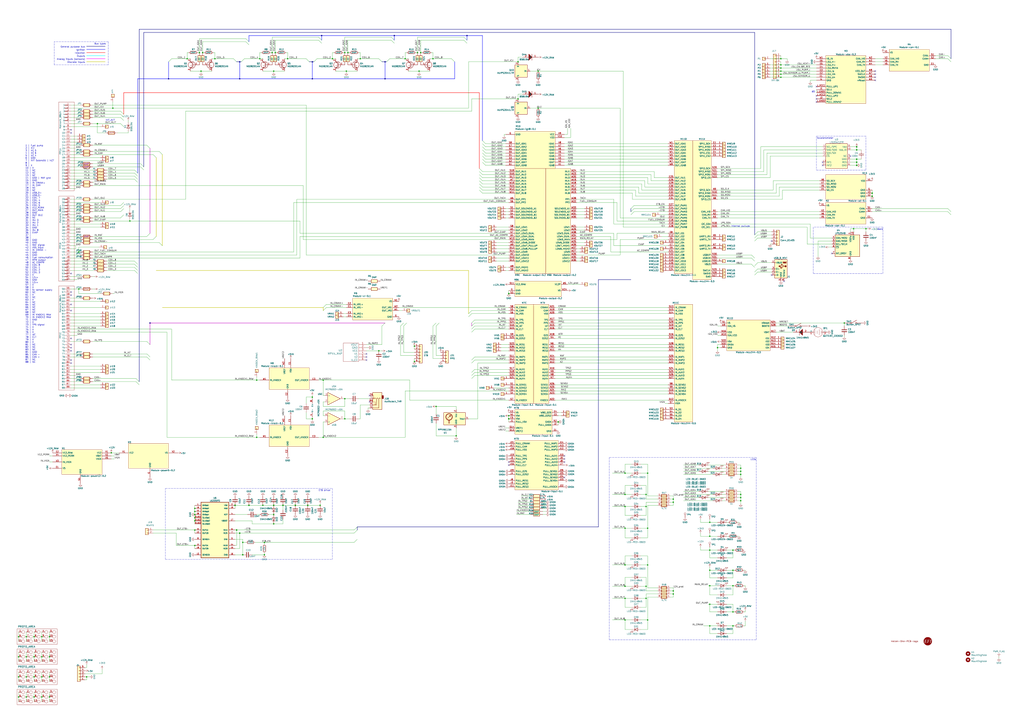
<source format=kicad_sch>
(kicad_sch (version 20210621) (generator eeschema)
  (paper "A1")
  (title_block (title "Hellen88bmw") (rev "A") (company "andreika @ rusEFI.com"))
  (lib_symbols
    (symbol "Amplifier_Operational:MCP6002-xSN" (pin_names (offset 0.127))
      (property "Reference" "U" (at 0 5.08 0))
      (property "Value" "MCP6002-xSN" (at 0 -5.08 0))
      (symbol "MCP6002-xSN_1_1"
        (pin output line (at 7.62 0 180) (length 2.54) (name "~") (number "1"))
        (pin input line (at -7.62 -2.54 0) (length 2.54) (name "-") (number "2"))
        (pin input line (at -7.62 2.54 0) (length 2.54) (name "+") (number "3"))
      )
      (symbol "MCP6002-xSN_2_1"
        (pin input line (at -7.62 2.54 0) (length 2.54) (name "+") (number "5"))
        (pin input line (at -7.62 -2.54 0) (length 2.54) (name "-") (number "6"))
        (pin output line (at 7.62 0 180) (length 2.54) (name "~") (number "7"))
      )
      (symbol "MCP6002-xSN_3_1"
        (pin power_in line (at -2.54 -7.62 90) (length 3.81) (name "V-") (number "4"))
        (pin power_in line (at -2.54 7.62 270) (length 3.81) (name "V+") (number "8"))
      )
    )
    (symbol "Connector:TestPoint" (pin_numbers hide) (pin_names (offset 0.762) hide)
      (property "Reference" "TP" (at 0 6.858 0))
      (property "Value" "TestPoint" (at 0 5.08 0))
      (symbol "TestPoint_1_1"
        (pin passive line (at 0 0 90) (length 2.54) (name "1") (number "1"))
      )
    )
    (symbol "Connector_Generic:Conn_01x01" (pin_names (offset 1.016) hide)
      (property "Reference" "J" (at 0 2.54 0))
      (property "Value" "Conn_01x01" (at 0 -2.54 0))
      (symbol "Conn_01x01_1_1"
        (pin passive line (at -5.08 0 0) (length 3.81) (name "Pin_1") (number "1"))
      )
    )
    (symbol "Connector_Generic:Conn_01x02" (pin_names (offset 1.016) hide)
      (property "Reference" "J" (at 0 2.54 0))
      (property "Value" "Conn_01x02" (at 0 -5.08 0))
      (symbol "Conn_01x02_1_1"
        (pin passive line (at -5.08 0 0) (length 3.81) (name "Pin_1") (number "1"))
        (pin passive line (at -5.08 -2.54 0) (length 3.81) (name "Pin_2") (number "2"))
      )
    )
    (symbol "Connector_Generic:Conn_01x04" (pin_names (offset 1.016) hide)
      (property "Reference" "J" (at 0 5.08 0))
      (property "Value" "Conn_01x04" (at 0 -7.62 0))
      (symbol "Conn_01x04_1_1"
        (pin passive line (at -5.08 2.54 0) (length 3.81) (name "Pin_1") (number "1"))
        (pin passive line (at -5.08 0 0) (length 3.81) (name "Pin_2") (number "2"))
        (pin passive line (at -5.08 -2.54 0) (length 3.81) (name "Pin_3") (number "3"))
        (pin passive line (at -5.08 -5.08 0) (length 3.81) (name "Pin_4") (number "4"))
      )
    )
    (symbol "Connector_Generic:Conn_01x05" (pin_names (offset 1.016) hide)
      (property "Reference" "J" (at 0 7.62 0))
      (property "Value" "Conn_01x05" (at 0 -7.62 0))
      (symbol "Conn_01x05_1_1"
        (pin passive line (at -5.08 5.08 0) (length 3.81) (name "Pin_1") (number "1"))
        (pin passive line (at -5.08 2.54 0) (length 3.81) (name "Pin_2") (number "2"))
        (pin passive line (at -5.08 0 0) (length 3.81) (name "Pin_3") (number "3"))
        (pin passive line (at -5.08 -2.54 0) (length 3.81) (name "Pin_4") (number "4"))
        (pin passive line (at -5.08 -5.08 0) (length 3.81) (name "Pin_5") (number "5"))
      )
    )
    (symbol "Connector_Generic:Conn_01x06" (pin_names (offset 1.016) hide)
      (property "Reference" "J" (at 0 7.62 0))
      (property "Value" "Conn_01x06" (at 0 -10.16 0))
      (symbol "Conn_01x06_1_1"
        (pin passive line (at -5.08 5.08 0) (length 3.81) (name "Pin_1") (number "1"))
        (pin passive line (at -5.08 2.54 0) (length 3.81) (name "Pin_2") (number "2"))
        (pin passive line (at -5.08 0 0) (length 3.81) (name "Pin_3") (number "3"))
        (pin passive line (at -5.08 -2.54 0) (length 3.81) (name "Pin_4") (number "4"))
        (pin passive line (at -5.08 -5.08 0) (length 3.81) (name "Pin_5") (number "5"))
        (pin passive line (at -5.08 -7.62 0) (length 3.81) (name "Pin_6") (number "6"))
      )
    )
    (symbol "Connector_Generic:Conn_01x08" (pin_names (offset 1.016) hide)
      (property "Reference" "J" (at 0 10.16 0))
      (property "Value" "Conn_01x08" (at 0 -12.7 0))
      (symbol "Conn_01x08_1_1"
        (pin passive line (at -5.08 7.62 0) (length 3.81) (name "Pin_1") (number "1"))
        (pin passive line (at -5.08 5.08 0) (length 3.81) (name "Pin_2") (number "2"))
        (pin passive line (at -5.08 2.54 0) (length 3.81) (name "Pin_3") (number "3"))
        (pin passive line (at -5.08 0 0) (length 3.81) (name "Pin_4") (number "4"))
        (pin passive line (at -5.08 -2.54 0) (length 3.81) (name "Pin_5") (number "5"))
        (pin passive line (at -5.08 -5.08 0) (length 3.81) (name "Pin_6") (number "6"))
        (pin passive line (at -5.08 -7.62 0) (length 3.81) (name "Pin_7") (number "7"))
        (pin passive line (at -5.08 -10.16 0) (length 3.81) (name "Pin_8") (number "8"))
      )
    )
    (symbol "Device:C" (pin_numbers hide) (pin_names (offset 0.254))
      (property "Reference" "C" (at 0.635 2.54 0))
      (property "Value" "C" (at 0.635 -2.54 0))
      (symbol "C_1_1"
        (pin passive line (at 0 3.81 270) (length 2.794) (name "~") (number "1"))
        (pin passive line (at 0 -3.81 90) (length 2.794) (name "~") (number "2"))
      )
    )
    (symbol "Device:D" (pin_numbers hide) (pin_names (offset 1.016) hide)
      (property "Reference" "D" (at 0 2.54 0))
      (property "Value" "D" (at 0 -2.54 0))
      (symbol "D_1_1"
        (pin passive line (at -3.81 0 0) (length 2.54) (name "K") (number "1"))
        (pin passive line (at 3.81 0 180) (length 2.54) (name "A") (number "2"))
      )
    )
    (symbol "Device:LED" (pin_numbers hide) (pin_names (offset 1.016) hide)
      (property "Reference" "D" (at 0 2.54 0))
      (property "Value" "LED" (at 0 -2.54 0))
      (symbol "LED_1_1"
        (pin passive line (at -3.81 0 0) (length 2.54) (name "K") (number "1"))
        (pin passive line (at 3.81 0 180) (length 2.54) (name "A") (number "2"))
      )
    )
    (symbol "Device:Q_NIGBT_GCE" (pin_names (offset 0) hide)
      (property "Reference" "Q" (at 5.08 1.27 0))
      (property "Value" "Q_NIGBT_GCE" (at 5.08 -1.27 0))
      (symbol "Q_NIGBT_GCE_1_1"
        (pin input line (at -5.08 0 0) (length 5.334) (name "G") (number "1"))
        (pin passive line (at 2.54 5.08 270) (length 2.54) (name "C") (number "2"))
        (pin passive line (at 2.54 -5.08 90) (length 2.54) (name "E") (number "3"))
      )
    )
    (symbol "Device:R" (pin_numbers hide) (pin_names (offset 0))
      (property "Reference" "R" (at 2.032 0 90))
      (property "Value" "R" (at 0 0 90))
      (symbol "R_1_1"
        (pin passive line (at 0 3.81 270) (length 1.27) (name "~") (number "1"))
        (pin passive line (at 0 -3.81 90) (length 1.27) (name "~") (number "2"))
      )
    )
    (symbol "Device:R_Pack04" (pin_names (offset 0) hide)
      (property "Reference" "RN" (at -7.62 0 90))
      (property "Value" "R_Pack04" (at 5.08 0 90))
      (symbol "R_Pack04_1_1"
        (pin passive line (at -5.08 -5.08 90) (length 2.54) (name "R1.1") (number "1"))
        (pin passive line (at -2.54 -5.08 90) (length 2.54) (name "R2.1") (number "2"))
        (pin passive line (at 0 -5.08 90) (length 2.54) (name "R3.1") (number "3"))
        (pin passive line (at 2.54 -5.08 90) (length 2.54) (name "R4.1") (number "4"))
        (pin passive line (at 2.54 5.08 270) (length 2.54) (name "R4.2") (number "5"))
        (pin passive line (at 0 5.08 270) (length 2.54) (name "R3.2") (number "6"))
        (pin passive line (at -2.54 5.08 270) (length 2.54) (name "R2.2") (number "7"))
        (pin passive line (at -5.08 5.08 270) (length 2.54) (name "R1.2") (number "8"))
      )
    )
    (symbol "Diode:1N4148WS" (pin_numbers hide) (pin_names (offset 1.016) hide)
      (property "Reference" "D" (at 0 2.54 0))
      (property "Value" "1N4148WS" (at 0 -2.54 0))
      (symbol "1N4148WS_1_1"
        (pin passive line (at -3.81 0 0) (length 2.54) (name "K") (number "1"))
        (pin passive line (at 3.81 0 180) (length 2.54) (name "A") (number "2"))
      )
    )
    (symbol "MPX-4_MAP:MPX4_MAP" (pin_names (offset 0.762))
      (property "Reference" "U" (at 0 10.16 0))
      (property "Value" "MPX4_MAP" (at 8.89 0 90))
      (symbol "MPX4_MAP_1_1"
        (pin passive line (at -8.89 6.35 0) (length 6.35) (name "VOUT") (number "1"))
        (pin passive line (at -8.89 3.81 0) (length 6.35) (name "GND") (number "2"))
        (pin passive line (at -8.89 1.27 0) (length 6.35) (name "VCC") (number "3"))
        (pin passive line (at -8.89 -1.27 0) (length 6.35) (name "V1") (number "4"))
        (pin passive line (at -8.89 -3.81 0) (length 6.35) (name "V2") (number "5"))
        (pin passive line (at -8.89 -6.35 0) (length 6.35) (name "V_EX") (number "6"))
      )
    )
    (symbol "Mechanical:MountingHole" (pin_names (offset 1.016))
      (property "Reference" "H" (at 0 5.08 0))
      (property "Value" "MountingHole" (at 0 3.175 0))
    )
    (symbol "Power_Management:AUIPS2041L"
      (property "Reference" "U" (at 3.81 1.27 0))
      (property "Value" "AUIPS2041L" (at 3.81 -1.27 0))
      (symbol "AUIPS2041L_1_1"
        (pin input line (at -10.16 0 0) (length 2.54) (name "IN") (number "1"))
        (pin passive line (at 0 7.62 270) (length 2.54) (name "D") (number "2"))
        (pin power_in line (at 0 -7.62 90) (length 2.54) (name "S") (number "3"))
      )
    )
    (symbol "Sensor_Pressure:LPS25HB"
      (property "Reference" "U" (at -10.16 8.89 0))
      (property "Value" "LPS25HB" (at 10.16 8.89 0))
      (symbol "LPS25HB_1_1"
        (pin power_in line (at -2.54 10.16 270) (length 2.54) (name "VDDio") (number "1"))
        (pin power_in line (at -5.08 10.16 270) (length 2.54) (name "VDD") (number "10"))
        (pin input line (at 12.7 0 180) (length 2.54) (name "SCL/SCLK") (number "2"))
        (pin passive line (at -2.54 -12.7 90) (length 2.54) hide (name "GND") (number "3"))
        (pin bidirectional line (at 12.7 5.08 180) (length 2.54) (name "SDA/MOSI") (number "4"))
        (pin bidirectional line (at 12.7 2.54 180) (length 2.54) (name "SA0/MISO") (number "5"))
        (pin input line (at 12.7 -2.54 180) (length 2.54) (name "~{CS}") (number "6"))
        (pin output line (at 12.7 -7.62 180) (length 2.54) (name "INT_DRDY") (number "7"))
        (pin power_in line (at -2.54 -12.7 90) (length 2.54) (name "GND") (number "8"))
        (pin passive line (at -2.54 -12.7 90) (length 2.54) hide (name "GND") (number "9"))
      )
    )
    (symbol "Sensor_Pressure:MPXA6115A"
      (property "Reference" "U" (at -10.16 6.35 0))
      (property "Value" "MPXA6115A" (at 1.27 6.35 0))
      (symbol "MPXA6115A_1_1"
        (pin no_connect line (at 5.08 -5.08 90) (length 2.54) hide (name "NC") (number "1"))
        (pin power_in line (at 0 7.62 270) (length 2.54) (name "Vcc") (number "2"))
        (pin power_in line (at 0 -7.62 90) (length 2.54) (name "GND") (number "3"))
        (pin output line (at 10.16 0 180) (length 2.54) (name "Vout") (number "4"))
        (pin no_connect line (at -7.62 -5.08 90) (length 2.54) hide (name "NC") (number "5"))
        (pin no_connect line (at -5.08 -5.08 90) (length 2.54) hide (name "NC") (number "6"))
        (pin no_connect line (at -2.54 -5.08 90) (length 2.54) hide (name "NC") (number "7"))
        (pin no_connect line (at 2.54 -5.08 90) (length 2.54) hide (name "NC") (number "8"))
      )
    )
    (symbol "art-electro-power:BATTERY_CR2032" (pin_names (offset 0))
      (property "Reference" "BT" (at 0 5.08 0))
      (property "Value" "BATTERY_CR2032" (at 0 -4.826 0))
      (symbol "BATTERY_CR2032_1_1"
        (pin passive line (at -7.62 0 0) (length 3.81) (name "+") (number "1"))
        (pin passive line (at 7.62 0 180) (length 3.81) (name "-") (number "2"))
      )
    )
    (symbol "hellen-one-can-0.1:Module-can-0.1"
      (property "Reference" "M" (at 0 0 0))
      (property "Value" "Module-can-0.1" (at 0 0 0))
      (symbol "Module-can-0.1_1_0"
        (pin passive line (at 38.1 -12.7 180) (length 5.08) (name "GND") (number "E1"))
        (pin passive line (at 38.1 -5.08 180) (length 5.08) (name "CANL") (number "S1"))
        (pin passive line (at 38.1 -7.62 180) (length 5.08) (name "CANH") (number "S2"))
        (pin passive line (at -5.08 -2.54 0) (length 5.08) (name "V5") (number "V1"))
        (pin passive line (at -5.08 -7.62 0) (length 5.08) (name "CAN_VIO") (number "V2"))
        (pin passive line (at -5.08 -12.7 0) (length 5.08) (name "CAN_TX") (number "V5"))
        (pin passive line (at -5.08 -10.16 0) (length 5.08) (name "CAN_RX") (number "V6"))
      )
    )
    (symbol "hellen-one-common:+12V_RAW" (power) (pin_names (offset 0))
      (property "Value" "+12V_RAW" (at 0 3.556 0))
      (symbol "+12V_RAW_1_1"
        (pin power_in line (at 0 0 90) (length 0) hide (name "+12V_RAW") (number "1"))
      )
    )
    (symbol "hellen-one-common:1N4148WS"
      (property "Reference" "D" (at 0 2.54 0))
      (property "Value" "1N4148WS" (at 0 -3.81 0))
      (symbol "1N4148WS_1_0"
        (pin passive line (at 7.62 0 180) (length 5.08) (name "K") (number "1"))
        (pin passive line (at -5.08 0 0) (length 5.08) (name "A") (number "2"))
      )
    )
    (symbol "hellen-one-common:AudioJack_THR"
      (property "Reference" "J" (at 0 8.89 0))
      (property "Value" "AudioJack_THR" (at 0 6.35 0))
      (property "LCSC" "C165947" (at 0 0 0))
      (symbol "AudioJack_THR_1_1"
        (pin passive line (at 5.08 0 180) (length 2.54) (name "~") (number "R"))
        (pin passive line (at 5.08 -2.54 180) (length 2.54) (name "~") (number "RN"))
        (pin passive line (at 5.08 2.54 180) (length 2.54) (name "~") (number "S"))
        (pin passive line (at 5.08 -5.08 180) (length 2.54) (name "~") (number "T"))
        (pin passive line (at 5.08 -7.62 180) (length 2.54) (name "~") (number "TN"))
      )
    )
    (symbol "hellen-one-common:Button_SPST" (pin_numbers hide)
      (property "Reference" "S" (at -5.08 2.54 0))
      (property "Value" "Button_SPST" (at 0 0 0))
      (symbol "Button_SPST_1_0"
        (pin passive line (at -5.08 -2.54 0) (length 5.08) (name "") (number "1"))
        (pin passive line (at 10.16 -2.54 180) (length 5.08) (name "") (number "2"))
      )
    )
    (symbol "hellen-one-common:Cap" (pin_numbers hide)
      (property "Reference" "C" (at -3.81 2.54 0))
      (property "Value" "Cap" (at -2.54 -1.27 0))
      (symbol "Cap_1_0"
        (pin passive line (at -3.81 0 0) (length 2.54) (name "") (number "1"))
        (pin passive line (at 3.81 0 180) (length 2.54) (name "") (number "2"))
      )
    )
    (symbol "hellen-one-common:Fuse-Pad-Pad" (pin_numbers hide) (pin_names (offset 0.762) hide)
      (property "Reference" "F" (at 0 2.54 0))
      (symbol "Fuse-Pad-Pad_0_1"
        (pin passive line (at -5.08 0 0) (length 2.54) (name "1") (number "1"))
        (pin passive line (at 5.08 0 180) (length 2.54) (name "2") (number "2"))
      )
    )
    (symbol "hellen-one-common:Jumper-Pad-Pad" (pin_numbers hide) (pin_names (offset 0.762) hide)
      (property "Reference" "R" (at 0 2.54 0))
      (symbol "Jumper-Pad-Pad_0_1"
        (pin passive line (at -5.08 0 0) (length 2.54) (name "1") (number "1"))
        (pin passive line (at 5.08 0 180) (length 2.54) (name "2") (number "2"))
      )
    )
    (symbol "hellen-one-common:L6205PD" (pin_names (offset 1.016))
      (property "Reference" "U" (at -10.1854 24.0538 0))
      (property "Value" "L6205PD" (at -10.1854 -25.6794 0))
      (symbol "L6205PD_0_0"
        (pin power_in line (at 17.78 20.32 180) (length 5.08) (name "GND@1") (number "1"))
        (pin power_in line (at 17.78 17.78 180) (length 5.08) (name "GND@2") (number "10"))
        (pin power_in line (at 17.78 15.24 180) (length 5.08) (name "GND@3") (number "11"))
        (pin output line (at 17.78 -2.54 180) (length 5.08) (name "OUT1B") (number "12"))
        (pin power_in line (at 17.78 -20.32 180) (length 5.08) (name "SENSEB") (number "13"))
        (pin input line (at -15.24 -12.7 0) (length 5.08) (name "IN1B") (number "14"))
        (pin input line (at -15.24 -15.24 0) (length 5.08) (name "IN2B") (number "15"))
        (pin bidirectional line (at -15.24 -20.32 0) (length 5.08) (name "ENB") (number "16"))
        (pin passive line (at -15.24 7.62 0) (length 5.08) (name "VBOOT") (number "17"))
        (pin output line (at 17.78 -15.24 180) (length 5.08) (name "OUT2B") (number "18"))
        (pin power_in line (at -15.24 17.78 0) (length 5.08) (name "VSB") (number "19"))
        (pin power_in line (at -15.24 20.32 0) (length 5.08) (name "VSA") (number "2"))
        (pin power_in line (at 17.78 12.7 180) (length 5.08) (name "GND@4") (number "20"))
        (pin output line (at 17.78 -12.7 180) (length 5.08) (name "OUT2A") (number "3"))
        (pin passive line (at -15.24 12.7 0) (length 5.08) (name "VCP") (number "4"))
        (pin bidirectional line (at -15.24 -7.62 0) (length 5.08) (name "ENA") (number "5"))
        (pin input line (at -15.24 0 0) (length 5.08) (name "IN1A") (number "6"))
        (pin input line (at -15.24 -2.54 0) (length 5.08) (name "IN2A") (number "7"))
        (pin power_in line (at 17.78 -7.62 180) (length 5.08) (name "SENSEA") (number "8"))
        (pin output line (at 17.78 0 180) (length 5.08) (name "OUT1A") (number "9"))
        (pin power_in line (at 17.78 10.16 180) (length 5.08) (name "SLUG@1") (number "SLUG1"))
        (pin power_in line (at 17.78 7.62 180) (length 5.08) (name "SLUG@2") (number "SLUG2"))
        (pin power_in line (at 17.78 5.08 180) (length 5.08) (name "SLUG@3") (number "SLUG3"))
      )
    )
    (symbol "hellen-one-common:LIS2DW12TR"
      (property "Reference" "U" (at -5.08 11.43 0))
      (property "Value" "LIS2DW12TR" (at 3.81 11.43 0))
      (symbol "LIS2DW12TR_1_1"
        (pin input line (at -10.16 7.62 0) (length 2.54) (name "SCL/SPC") (number "1"))
        (pin power_in line (at 12.7 5.08 180) (length 2.54) (name "Vdd_IO") (number "10"))
        (pin output line (at -10.16 -7.62 0) (length 2.54) (name "INT2") (number "11"))
        (pin output line (at -10.16 -5.08 0) (length 2.54) (name "INT1") (number "12"))
        (pin input line (at -10.16 0 0) (length 2.54) (name "~{CS}") (number "2"))
        (pin bidirectional line (at -10.16 5.08 0) (length 2.54) (name "SA0/SDO") (number "3"))
        (pin bidirectional line (at -10.16 2.54 0) (length 2.54) (name "SDA/SDI") (number "4"))
        (pin passive line (at 12.7 0 180) (length 2.54) (name "NC") (number "5"))
        (pin power_in line (at 12.7 -7.62 180) (length 2.54) (name "GND") (number "6"))
        (pin power_in line (at 12.7 -5.08 180) (length 2.54) (name "RES") (number "7"))
        (pin power_in line (at 12.7 -2.54 180) (length 2.54) (name "GND") (number "8"))
        (pin power_in line (at 12.7 7.62 180) (length 2.54) (name "Vdd") (number "9"))
      )
    )
    (symbol "hellen-one-common:LOGO" (pin_names (offset 1.016))
      (symbol "LOGO_0_0"
        (text "" (at 35.56 6.35 0) (effects (font (size 1.27 1.27))))
        (text "Hellen-One-PCB-logo" (at 0 0 0) (effects (font (size 1.27 1.27))))
      )
    )
    (symbol "hellen-one-common:PROTO_AREA" (pin_names (offset 1.016))
      (property "Value" "PROTO_AREA" (at 25.4 3.81 0))
      (symbol "PROTO_AREA_0_0"
        (text "" (at 35.56 6.35 0) (effects (font (size 1.27 1.27))))
      )
      (symbol "PROTO_AREA_1_1"
        (pin passive line (at 1.27 0 0) (length 2.54) (name "") (number "1"))
        (pin passive line (at 26.67 -3.81 0) (length 2.54) (name "") (number "10"))
        (pin passive line (at 1.27 -7.62 0) (length 2.54) (name "") (number "11"))
        (pin passive line (at 7.62 -7.62 0) (length 2.54) (name "") (number "12"))
        (pin passive line (at 13.97 -7.62 0) (length 2.54) (name "") (number "13"))
        (pin passive line (at 20.32 -7.62 0) (length 2.54) (name "") (number "14"))
        (pin passive line (at 26.67 -7.62 0) (length 2.54) (name "") (number "15"))
        (pin passive line (at 7.62 0 0) (length 2.54) (name "") (number "2"))
        (pin passive line (at 13.97 0 0) (length 2.54) (name "") (number "3"))
        (pin passive line (at 20.32 0 0) (length 2.54) (name "") (number "4"))
        (pin passive line (at 26.67 0 0) (length 2.54) (name "") (number "5"))
        (pin passive line (at 1.27 -3.81 0) (length 2.54) (name "") (number "6"))
        (pin passive line (at 7.62 -3.81 0) (length 2.54) (name "") (number "7"))
        (pin passive line (at 13.97 -3.81 0) (length 2.54) (name "") (number "8"))
        (pin passive line (at 20.32 -3.81 0) (length 2.54) (name "") (number "9"))
      )
    )
    (symbol "hellen-one-common:Res" (pin_numbers hide)
      (property "Reference" "R" (at 3.81 2.54 0))
      (property "Value" "Res" (at 5.08 -2.54 0))
      (symbol "Res_1_0"
        (pin passive line (at 0 0 0) (length 2.54) (name "") (number "1"))
        (pin passive line (at 10.16 0 180) (length 2.54) (name "") (number "2"))
      )
    )
    (symbol "hellen-one-common:USB_B_Mini" (pin_names (offset 1.016))
      (property "Reference" "J" (at -5.08 11.43 0))
      (property "Value" "USB_B_Mini" (at -5.08 8.89 0))
      (symbol "USB_B_Mini_1_1"
        (pin power_out line (at 7.62 5.08 180) (length 2.54) (name "VBUS") (number "1"))
        (pin passive line (at 7.62 -2.54 180) (length 2.54) (name "D-") (number "2"))
        (pin passive line (at 7.62 0 180) (length 2.54) (name "D+") (number "3"))
        (pin passive line (at 7.62 -5.08 180) (length 2.54) (name "ID") (number "4"))
        (pin power_out line (at 0 -10.16 90) (length 2.54) (name "GND") (number "5"))
        (pin passive line (at -2.54 -10.16 90) (length 2.54) (name "Shield") (number "6"))
      )
    )
    (symbol "hellen-one-ign8-0.1:Module-ign8-0.1"
      (property "Reference" "M" (at 0 0 0))
      (property "Value" "Module-ign8-0.1" (at 0 0 0))
      (symbol "Module-ign8-0.1_1_0"
        (pin passive line (at 40.64 -2.54 180) (length 7.62) (name "GND") (number "G"))
        (pin passive line (at 40.64 -27.94 180) (length 7.62) (name "OUT_IGN8") (number "S1"))
        (pin passive line (at 40.64 -25.4 180) (length 7.62) (name "OUT_IGN7") (number "S2"))
        (pin passive line (at 40.64 -22.86 180) (length 7.62) (name "OUT_IGN6") (number "S3"))
        (pin passive line (at 40.64 -20.32 180) (length 7.62) (name "OUT_IGN5") (number "S4"))
        (pin passive line (at 40.64 -17.78 180) (length 7.62) (name "OUT_IGN4") (number "S5"))
        (pin passive line (at 40.64 -15.24 180) (length 7.62) (name "OUT_IGN3") (number "S6"))
        (pin passive line (at 40.64 -12.7 180) (length 7.62) (name "OUT_IGN2") (number "S7"))
        (pin passive line (at 40.64 -10.16 180) (length 7.62) (name "OUT_IGN1") (number "S8"))
        (pin passive line (at -7.62 -27.94 0) (length 7.62) (name "IGN8") (number "V1"))
        (pin passive line (at -7.62 -5.08 0) (length 7.62) (name "V33") (number "V10"))
        (pin passive line (at -7.62 -25.4 0) (length 7.62) (name "IGN7") (number "V2"))
        (pin passive line (at -7.62 -22.86 0) (length 7.62) (name "IGN6") (number "V3"))
        (pin passive line (at -7.62 -20.32 0) (length 7.62) (name "IGN5") (number "V4"))
        (pin passive line (at -7.62 -17.78 0) (length 7.62) (name "IGN4") (number "V5"))
        (pin passive line (at -7.62 -15.24 0) (length 7.62) (name "IGN3") (number "V6"))
        (pin passive line (at -7.62 -12.7 0) (length 7.62) (name "IGN2") (number "V7"))
        (pin passive line (at -7.62 -10.16 0) (length 7.62) (name "IGN1") (number "V8"))
        (pin passive line (at -7.62 -2.54 0) (length 7.62) (name "VCC") (number "V9"))
      )
    )
    (symbol "hellen-one-input-0.1:Module-input-0.1"
      (property "Reference" "M" (at 0 0 0))
      (property "Value" "Module-input-0.1" (at 0 0 0))
      (symbol "Module-input-0.1_1_0"
        (pin passive line (at 17.78 -53.34 180) (length 5.08) (name "AUX1") (number "N10"))
        (pin passive line (at 17.78 -38.1 180) (length 5.08) (name "RES3") (number "N11"))
        (pin passive line (at 17.78 -48.26 180) (length 5.08) (name "MAP3") (number "N12"))
        (pin passive line (at 17.78 -45.72 180) (length 5.08) (name "MAP2") (number "N13"))
        (pin passive line (at 17.78 -43.18 180) (length 5.08) (name "MAP1") (number "N14"))
        (pin passive line (at 17.78 -17.78 180) (length 5.08) (name "IAT") (number "N15"))
        (pin passive line (at 17.78 -20.32 180) (length 5.08) (name "CLT") (number "N16"))
        (pin passive line (at 17.78 -12.7 180) (length 5.08) (name "TPS") (number "N17"))
        (pin passive line (at 17.78 -25.4 180) (length 5.08) (name "O2S") (number "N18"))
        (pin passive line (at 17.78 -5.08 180) (length 5.08) (name "CAM") (number "N19"))
        (pin passive line (at 17.78 -7.62 180) (length 5.08) (name "VSS") (number "N20"))
        (pin passive line (at 17.78 -2.54 180) (length 5.08) (name "CRANK") (number "N21"))
        (pin passive line (at 17.78 -78.74 180) (length 5.08) (name "KNOCK") (number "N22"))
        (pin passive line (at 17.78 -73.66 180) (length 5.08) (name "SENS4") (number "N23"))
        (pin passive line (at 17.78 -71.12 180) (length 5.08) (name "SENS3") (number "N24"))
        (pin passive line (at 17.78 -68.58 180) (length 5.08) (name "SENS2") (number "N25"))
        (pin passive line (at 17.78 -66.04 180) (length 5.08) (name "SENS1") (number "N26"))
        (pin passive line (at 17.78 -35.56 180) (length 5.08) (name "RES2") (number "N3"))
        (pin passive line (at 17.78 -27.94 180) (length 5.08) (name "O2S2") (number "N4"))
        (pin passive line (at 17.78 -15.24 180) (length 5.08) (name "PPS") (number "N5"))
        (pin passive line (at 17.78 -33.02 180) (length 5.08) (name "RES1") (number "N6"))
        (pin passive line (at 17.78 -60.96 180) (length 5.08) (name "AUX4") (number "N7"))
        (pin passive line (at 17.78 -58.42 180) (length 5.08) (name "AUX3") (number "N8"))
        (pin passive line (at 17.78 -55.88 180) (length 5.08) (name "AUX2") (number "N9"))
      )
      (symbol "Module-input-0.1_2_0"
        (pin passive line (at 35.56 -17.78 180) (length 5.08) (name "GND") (number "E1"))
        (pin passive line (at -5.08 -2.54 0) (length 5.08) (name "V5") (number "E2"))
        (pin passive line (at 35.56 -5.08 180) (length 5.08) (name "WBO_O2S2") (number "E3"))
        (pin passive line (at 35.56 -2.54 180) (length 5.08) (name "WBO_O2S") (number "E4"))
        (pin passive line (at -5.08 -7.62 0) (length 5.08) (name "V5A") (number "E5"))
        (pin passive line (at -5.08 -10.16 0) (length 5.08) (name "PULL_V5A") (number "J1"))
        (pin passive line (at 35.56 -12.7 180) (length 5.08) (name "PULL_GNDA") (number "J2"))
        (pin passive line (at -5.08 -5.08 0) (length 5.08) (name "V5A") (number "N1"))
        (pin passive line (at 35.56 -10.16 180) (length 5.08) (name "GNDA") (number "N2"))
        (pin passive line (at -5.08 -17.78 0) (length 5.08) (name "VREF2") (number "S13"))
        (pin passive line (at -5.08 -15.24 0) (length 5.08) (name "VREF1") (number "S14"))
      )
      (symbol "Module-input-0.1_3_0"
        (pin passive line (at -5.08 -66.04 0) (length 5.08) (name "IN_SENS1") (number "S1"))
        (pin passive line (at -5.08 -12.7 0) (length 5.08) (name "IN_TPS") (number "S10"))
        (pin passive line (at -5.08 -43.18 0) (length 5.08) (name "IN_MAP1") (number "S11"))
        (pin passive line (at -5.08 -45.72 0) (length 5.08) (name "IN_MAP2") (number "S12"))
        (pin passive line (at -5.08 -20.32 0) (length 5.08) (name "IN_CLT") (number "S15"))
        (pin passive line (at -5.08 -17.78 0) (length 5.08) (name "IN_IAT") (number "S16"))
        (pin passive line (at -5.08 -53.34 0) (length 5.08) (name "IN_AUX1") (number "S17"))
        (pin passive line (at -5.08 -55.88 0) (length 5.08) (name "IN_AUX2") (number "S18"))
        (pin passive line (at -5.08 -48.26 0) (length 5.08) (name "IN_MAP3") (number "S19"))
        (pin passive line (at -5.08 -68.58 0) (length 5.08) (name "IN_SENS2") (number "S2"))
        (pin passive line (at -5.08 -58.42 0) (length 5.08) (name "IN_AUX3") (number "S20"))
        (pin passive line (at -5.08 -60.96 0) (length 5.08) (name "IN_AUX4") (number "S21"))
        (pin passive line (at -5.08 -38.1 0) (length 5.08) (name "IN_RES3") (number "S22"))
        (pin passive line (at -5.08 -33.02 0) (length 5.08) (name "IN_RES1") (number "S23"))
        (pin passive line (at -5.08 -15.24 0) (length 5.08) (name "IN_PPS") (number "S24"))
        (pin passive line (at -5.08 -27.94 0) (length 5.08) (name "IN_O2S2") (number "S25"))
        (pin passive line (at -5.08 -35.56 0) (length 5.08) (name "IN_RES2") (number "S26"))
        (pin passive line (at -5.08 -71.12 0) (length 5.08) (name "IN_SENS3") (number "S3"))
        (pin passive line (at -5.08 -73.66 0) (length 5.08) (name "IN_SENS4") (number "S4"))
        (pin passive line (at -5.08 -5.08 0) (length 5.08) (name "IN_CAM") (number "S5"))
        (pin passive line (at -5.08 -7.62 0) (length 5.08) (name "IN_VSS") (number "S6"))
        (pin passive line (at -5.08 -78.74 0) (length 5.08) (name "IN_KNOCK") (number "S7"))
        (pin passive line (at -5.08 -2.54 0) (length 5.08) (name "IN_CRANK") (number "S8"))
        (pin passive line (at -5.08 -25.4 0) (length 5.08) (name "IN_O2S") (number "S9"))
      )
      (symbol "Module-input-0.1_4_0"
        (pin passive line (at 40.64 -12.7 180) (length 5.08) (name "PULL_AUX1") (number "J10"))
        (pin passive line (at -5.08 -38.1 0) (length 5.08) (name "PULL_RES3") (number "J11"))
        (pin passive line (at 40.64 -7.62 180) (length 5.08) (name "PULL_MAP3") (number "J12"))
        (pin passive line (at 40.64 -5.08 180) (length 5.08) (name "PULL_MAP2") (number "J13"))
        (pin passive line (at 40.64 -2.54 180) (length 5.08) (name "PULL_MAP1") (number "J14"))
        (pin passive line (at -5.08 -17.78 0) (length 5.08) (name "PULL_IAT") (number "J15"))
        (pin passive line (at -5.08 -20.32 0) (length 5.08) (name "PULL_CLT") (number "J16"))
        (pin passive line (at -5.08 -5.08 0) (length 5.08) (name "PULL_CAM") (number "J17"))
        (pin passive line (at -5.08 -7.62 0) (length 5.08) (name "PULL_VSS") (number "J18"))
        (pin passive line (at -5.08 -12.7 0) (length 5.08) (name "PULL_TPS") (number "J19"))
        (pin passive line (at -5.08 -25.4 0) (length 5.08) (name "PULL_O2S") (number "J20"))
        (pin passive line (at -5.08 -2.54 0) (length 5.08) (name "PULL_CRANK") (number "J21"))
        (pin passive line (at 40.64 -38.1 180) (length 5.08) (name "PULL_KNOCK") (number "J22"))
        (pin passive line (at 40.64 -33.02 180) (length 5.08) (name "PULL_SENS4") (number "J23"))
        (pin passive line (at 40.64 -30.48 180) (length 5.08) (name "PULL_SENS3") (number "J24"))
        (pin passive line (at 40.64 -27.94 180) (length 5.08) (name "PULL_SENS2") (number "J25"))
        (pin passive line (at 40.64 -25.4 180) (length 5.08) (name "PULL_SENS1") (number "J26"))
        (pin passive line (at -5.08 -35.56 0) (length 5.08) (name "PULL_RES2") (number "J3"))
        (pin passive line (at -5.08 -27.94 0) (length 5.08) (name "PULL_O2S2") (number "J4"))
        (pin passive line (at -5.08 -15.24 0) (length 5.08) (name "PULL_PPS") (number "J5"))
        (pin passive line (at -5.08 -33.02 0) (length 5.08) (name "PULL_RES1") (number "J6"))
        (pin passive line (at 40.64 -20.32 180) (length 5.08) (name "PULL_AUX4") (number "J7"))
        (pin passive line (at 40.64 -17.78 180) (length 5.08) (name "PULL_AUX3") (number "J8"))
        (pin passive line (at 40.64 -15.24 180) (length 5.08) (name "PULL_AUX2") (number "J9"))
      )
    )
    (symbol "hellen-one-knock-0.1:Module-knock-0.1"
      (property "Reference" "M" (at 0 0 0))
      (property "Value" "Module-knock-0.1" (at 0 0 0))
      (symbol "Module-knock-0.1_1_0"
        (pin passive line (at 17.78 7.62 270) (length 7.62) (name "V5A") (number "E1"))
        (pin passive line (at 15.24 -25.4 90) (length 7.62) (name "GND") (number "E2"))
        (pin passive line (at 40.64 -10.16 180) (length 7.62) (name "OUT_KNOCK") (number "E3"))
        (pin passive line (at -7.62 -10.16 0) (length 7.62) (name "IN_KNOCK") (number "W1"))
        (pin passive line (at 12.7 7.62 270) (length 7.62) (name "VREF") (number "W2"))
      )
    )
    (symbol "hellen-one-mcu-000.5:Module-mcu-0.5"
      (property "Reference" "M" (at 0 0 0))
      (property "Value" "Module-mcu-0.5" (at 0 0 0))
      (symbol "Module-mcu-0.5_1_0"
        (pin passive line (at 20.32 -2.54 180) (length 5.08) (name "SPI1_SCK") (number "E1"))
        (pin passive line (at 20.32 -5.08 180) (length 5.08) (name "SPI1_MISO") (number "E2"))
        (pin passive line (at 20.32 -7.62 180) (length 5.08) (name "SPI1_MOSI") (number "E3"))
        (pin passive line (at 20.32 -10.16 180) (length 5.08) (name "SPI1_CS1") (number "E4"))
        (pin passive line (at 20.32 -12.7 180) (length 5.08) (name "SPI1_CS2") (number "E5"))
        (pin passive line (at 20.32 -58.42 180) (length 5.08) (name "CAN_VIO") (number "N1"))
        (pin passive line (at 20.32 -43.18 180) (length 5.08) (name "SPI3_MISO") (number "N10"))
        (pin passive line (at 20.32 -45.72 180) (length 5.08) (name "SPI3_MOSI") (number "N11"))
        (pin passive line (at 20.32 -68.58 180) (length 5.08) (name "I2C_SDA") (number "N18"))
        (pin passive line (at 20.32 -71.12 180) (length 5.08) (name "I2C_SCL") (number "N19"))
        (pin passive line (at 20.32 -60.96 180) (length 5.08) (name "CAN_RX") (number "N2"))
        (pin passive line (at 20.32 -22.86 180) (length 5.08) (name "SPI2_SCK") (number "N20"))
        (pin passive line (at 20.32 -25.4 180) (length 5.08) (name "SPI2_MISO") (number "N21"))
        (pin passive line (at 20.32 -27.94 180) (length 5.08) (name "SPI2_MOSI") (number "N22"))
        (pin passive line (at 20.32 -30.48 180) (length 5.08) (name "SPI2_CS") (number "N23"))
        (pin passive line (at 20.32 -106.68 180) (length 5.08) (name "SWCLK") (number "N25"))
        (pin passive line (at 20.32 -109.22 180) (length 5.08) (name "SWDIO") (number "N26"))
        (pin passive line (at 20.32 -111.76 180) (length 5.08) (name "SWO") (number "N27"))
        (pin passive line (at 20.32 -101.6 180) (length 5.08) (name "VBUS") (number "N29"))
        (pin passive line (at 20.32 -63.5 180) (length 5.08) (name "CAN_TX") (number "N3"))
        (pin passive line (at 20.32 -93.98 180) (length 5.08) (name "USB1P") (number "N30"))
        (pin passive line (at 20.32 -96.52 180) (length 5.08) (name "USB1M") (number "N31"))
        (pin passive line (at 20.32 -99.06 180) (length 5.08) (name "USB1ID") (number "N32"))
        (pin passive line (at 20.32 -81.28 180) (length 5.08) (name "UART1_TX") (number "N4"))
        (pin passive line (at 20.32 -78.74 180) (length 5.08) (name "UART1_RX") (number "N5"))
        (pin passive line (at 20.32 -88.9 180) (length 5.08) (name "UART2_TX") (number "N6"))
        (pin passive line (at 20.32 -86.36 180) (length 5.08) (name "UART2_RX") (number "N7"))
        (pin passive line (at 20.32 -48.26 180) (length 5.08) (name "SPI3_CS") (number "N8"))
        (pin passive line (at 20.32 -40.64 180) (length 5.08) (name "SPI3_SCK") (number "N9"))
      )
      (symbol "Module-mcu-0.5_2_0"
        (pin passive line (at 20.32 -99.06 180) (length 5.08) (name "OUT_IO10") (number "E10"))
        (pin passive line (at 20.32 -96.52 180) (length 5.08) (name "OUT_IO9") (number "E11"))
        (pin passive line (at 20.32 -78.74 180) (length 5.08) (name "OUT_IO2") (number "E12"))
        (pin passive line (at 20.32 -104.14 180) (length 5.08) (name "OUT_IO12") (number "E13"))
        (pin passive line (at 20.32 -55.88 180) (length 5.08) (name "OUT_PWM2") (number "E14"))
        (pin passive line (at 20.32 -58.42 180) (length 5.08) (name "OUT_PWM3") (number "E15"))
        (pin passive line (at 20.32 -60.96 180) (length 5.08) (name "OUT_PWM4") (number "E16"))
        (pin passive line (at 20.32 -63.5 180) (length 5.08) (name "OUT_PWM5") (number "E17"))
        (pin passive line (at 20.32 -66.04 180) (length 5.08) (name "OUT_PWM6") (number "E18"))
        (pin passive line (at 20.32 -68.58 180) (length 5.08) (name "OUT_PWM7") (number "E19"))
        (pin passive line (at 20.32 -101.6 180) (length 5.08) (name "OUT_IO11") (number "E20"))
        (pin passive line (at 20.32 -91.44 180) (length 5.08) (name "OUT_IO7") (number "E21"))
        (pin passive line (at 20.32 -93.98 180) (length 5.08) (name "OUT_IO8") (number "E22"))
        (pin passive line (at 20.32 -83.82 180) (length 5.08) (name "OUT_IO4") (number "E23"))
        (pin passive line (at 20.32 -106.68 180) (length 5.08) (name "OUT_IO13") (number "E24"))
        (pin passive line (at 20.32 -30.48 180) (length 5.08) (name "OUT_INJ1") (number "E25"))
        (pin passive line (at 20.32 -33.02 180) (length 5.08) (name "OUT_INJ2") (number "E26"))
        (pin passive line (at 20.32 -53.34 180) (length 5.08) (name "OUT_PWM1") (number "E27"))
        (pin passive line (at 20.32 -71.12 180) (length 5.08) (name "OUT_PWM8") (number "E28"))
        (pin passive line (at 20.32 -35.56 180) (length 5.08) (name "OUT_INJ3") (number "E29"))
        (pin passive line (at 20.32 -38.1 180) (length 5.08) (name "OUT_INJ4") (number "E30"))
        (pin passive line (at 20.32 -40.64 180) (length 5.08) (name "OUT_INJ5") (number "E31"))
        (pin passive line (at 20.32 -43.18 180) (length 5.08) (name "OUT_INJ6") (number "E32"))
        (pin passive line (at 20.32 -45.72 180) (length 5.08) (name "OUT_INJ7") (number "E33"))
        (pin passive line (at 20.32 -48.26 180) (length 5.08) (name "OUT_INJ8") (number "E34"))
        (pin passive line (at 20.32 -81.28 180) (length 5.08) (name "OUT_IO3") (number "E6"))
        (pin passive line (at 20.32 -86.36 180) (length 5.08) (name "OUT_IO5") (number "E7"))
        (pin passive line (at 20.32 -76.2 180) (length 5.08) (name "OUT_IO1") (number "E8"))
        (pin passive line (at 20.32 -88.9 180) (length 5.08) (name "OUT_IO6") (number "E9"))
        (pin passive line (at 20.32 -2.54 180) (length 5.08) (name "OUT_IGN1") (number "W1"))
        (pin passive line (at 20.32 -5.08 180) (length 5.08) (name "OUT_IGN2") (number "W2"))
        (pin passive line (at 20.32 -7.62 180) (length 5.08) (name "OUT_IGN3") (number "W3"))
        (pin passive line (at 20.32 -10.16 180) (length 5.08) (name "OUT_IGN4") (number "W4"))
        (pin passive line (at 20.32 -12.7 180) (length 5.08) (name "OUT_IGN5") (number "W5"))
        (pin passive line (at 20.32 -15.24 180) (length 5.08) (name "OUT_IGN6") (number "W6"))
        (pin passive line (at 20.32 -17.78 180) (length 5.08) (name "OUT_IGN7") (number "W7"))
        (pin passive line (at 20.32 -20.32 180) (length 5.08) (name "OUT_IGN8") (number "W8"))
      )
      (symbol "Module-mcu-0.5_3_0"
        (pin passive line (at -5.08 -71.12 0) (length 5.08) (name "IN_SENS3") (number "S10"))
        (pin passive line (at -5.08 -73.66 0) (length 5.08) (name "IN_SENS4") (number "S11"))
        (pin passive line (at -5.08 -78.74 0) (length 5.08) (name "IN_KNOCK") (number "S12"))
        (pin passive line (at -5.08 -2.54 0) (length 5.08) (name "IN_CRANK") (number "S13"))
        (pin passive line (at -5.08 -7.62 0) (length 5.08) (name "IN_VSS") (number "S14"))
        (pin passive line (at -5.08 -5.08 0) (length 5.08) (name "IN_CAM") (number "S15"))
        (pin passive line (at -5.08 -25.4 0) (length 5.08) (name "IN_O2S") (number "S16"))
        (pin passive line (at -5.08 -12.7 0) (length 5.08) (name "IN_TPS") (number "S17"))
        (pin passive line (at -5.08 -20.32 0) (length 5.08) (name "IN_CLT") (number "S18"))
        (pin passive line (at -5.08 -17.78 0) (length 5.08) (name "IN_IAT") (number "S19"))
        (pin passive line (at -5.08 -43.18 0) (length 5.08) (name "IN_MAP1") (number "S20"))
        (pin passive line (at -5.08 -45.72 0) (length 5.08) (name "IN_MAP2") (number "S21"))
        (pin passive line (at -5.08 -48.26 0) (length 5.08) (name "IN_MAP3") (number "S22"))
        (pin passive line (at -5.08 -38.1 0) (length 5.08) (name "IN_RES3") (number "S23"))
        (pin passive line (at -5.08 -53.34 0) (length 5.08) (name "IN_AUX1") (number "S24"))
        (pin passive line (at -5.08 -55.88 0) (length 5.08) (name "IN_AUX2") (number "S25"))
        (pin passive line (at -5.08 -58.42 0) (length 5.08) (name "IN_AUX3") (number "S26"))
        (pin passive line (at -5.08 -60.96 0) (length 5.08) (name "IN_AUX4") (number "S27"))
        (pin passive line (at -5.08 -33.02 0) (length 5.08) (name "IN_RES1") (number "S28"))
        (pin passive line (at -5.08 -15.24 0) (length 5.08) (name "IN_PPS") (number "S29"))
        (pin passive line (at -5.08 -86.36 0) (length 5.08) (name "IN_D1") (number "S3"))
        (pin passive line (at -5.08 -27.94 0) (length 5.08) (name "IN_O2S2") (number "S30"))
        (pin passive line (at -5.08 -35.56 0) (length 5.08) (name "IN_RES2") (number "S31"))
        (pin passive line (at -5.08 -88.9 0) (length 5.08) (name "IN_D2") (number "S4"))
        (pin passive line (at -5.08 -91.44 0) (length 5.08) (name "IN_D3") (number "S5"))
        (pin passive line (at -5.08 -93.98 0) (length 5.08) (name "IN_D4") (number "S6"))
        (pin passive line (at -5.08 -81.28 0) (length 5.08) (name "VIGN") (number "S7"))
        (pin passive line (at -5.08 -66.04 0) (length 5.08) (name "IN_SENS1") (number "S8"))
        (pin passive line (at -5.08 -68.58 0) (length 5.08) (name "IN_SENS2") (number "S9"))
      )
      (symbol "Module-mcu-0.5_4_0"
        (pin passive line (at 40.64 -15.24 180) (length 5.08) (name "IO1") (number "N12"))
        (pin passive line (at 40.64 -17.78 180) (length 5.08) (name "IO2") (number "N13"))
        (pin passive line (at 40.64 -20.32 180) (length 5.08) (name "IO3") (number "N14"))
        (pin passive line (at 40.64 -22.86 180) (length 5.08) (name "IO4") (number "N15"))
        (pin passive line (at -5.08 -10.16 0) (length 5.08) (name "V33") (number "N16"))
        (pin passive line (at 40.64 -10.16 180) (length 5.08) (name "VBAT") (number "N17"))
        (pin passive line (at 40.64 -2.54 180) (length 5.08) (name "nReset") (number "N24"))
        (pin passive line (at 40.64 -5.08 180) (length 5.08) (name "BOOT0") (number "N28"))
        (pin passive line (at -5.08 -2.54 0) (length 5.08) (name "V5") (number "S1"))
        (pin passive line (at -5.08 -22.86 0) (length 5.08) (name "GND") (number "S2"))
        (pin passive line (at -5.08 -20.32 0) (length 5.08) (name "GNDA") (number "S32"))
        (pin passive line (at -5.08 -17.78 0) (length 5.08) (name "V5A") (number "S33"))
        (pin passive line (at -5.08 -12.7 0) (length 5.08) (name "IGN_V33") (number "W10"))
        (pin passive line (at -5.08 -5.08 0) (length 5.08) (name "IGN_V5") (number "W9"))
      )
    )
    (symbol "hellen-one-output-0.2:Module-output-0.2"
      (property "Reference" "M" (at 0 0 0))
      (property "Value" "Module-output-0.2" (at 0 0 0))
      (symbol "Module-output-0.2_1_0"
        (pin passive line (at -5.08 -7.62 0) (length 5.08) (name "GND") (number "G"))
        (pin passive line (at -5.08 -2.54 0) (length 5.08) (name "V12_RAW") (number "S11"))
        (pin passive line (at -5.08 -10.16 0) (length 5.08) (name "GND") (number "S3"))
        (pin passive line (at 43.18 -7.62 180) (length 5.08) (name "V5") (number "W14"))
        (pin passive line (at 43.18 -2.54 180) (length 5.08) (name "V12P") (number "W5"))
      )
      (symbol "Module-output-0.2_2_0"
        (pin passive line (at -5.08 -20.32 0) (length 5.08) (name "INJ8") (number "W15"))
        (pin passive line (at -5.08 -17.78 0) (length 5.08) (name "INJ7") (number "W16"))
        (pin passive line (at -5.08 -15.24 0) (length 5.08) (name "INJ6") (number "W17"))
        (pin passive line (at -5.08 -12.7 0) (length 5.08) (name "INJ5") (number "W18"))
        (pin passive line (at -5.08 -10.16 0) (length 5.08) (name "INJ4") (number "W19"))
        (pin passive line (at -5.08 -7.62 0) (length 5.08) (name "INJ3") (number "W20"))
        (pin passive line (at -5.08 -48.26 0) (length 5.08) (name "LOW1") (number "W21"))
        (pin passive line (at -5.08 -27.94 0) (length 5.08) (name "PP2") (number "W22"))
        (pin passive line (at -5.08 -5.08 0) (length 5.08) (name "INJ2") (number "W23"))
        (pin passive line (at -5.08 -2.54 0) (length 5.08) (name "INJ1") (number "W24"))
        (pin passive line (at -5.08 -60.96 0) (length 5.08) (name "LOW6_DIODE") (number "W25"))
        (pin passive line (at -5.08 -71.12 0) (length 5.08) (name "LOW10") (number "W26"))
        (pin passive line (at -5.08 -68.58 0) (length 5.08) (name "LOW9") (number "W27"))
        (pin passive line (at -5.08 -25.4 0) (length 5.08) (name "PP1") (number "W28"))
        (pin passive line (at -5.08 -50.8 0) (length 5.08) (name "LOW2") (number "W29"))
        (pin passive line (at -5.08 -40.64 0) (length 5.08) (name "SOLENOID_B2") (number "W30"))
        (pin passive line (at -5.08 -38.1 0) (length 5.08) (name "SOLENOID_B1") (number "W31"))
        (pin passive line (at -5.08 -35.56 0) (length 5.08) (name "SOLENOID_A2") (number "W32"))
        (pin passive line (at -5.08 -33.02 0) (length 5.08) (name "SOLENOID_A1") (number "W33"))
        (pin passive line (at -5.08 -55.88 0) (length 5.08) (name "LOW4_DUAL") (number "W34"))
        (pin passive line (at -5.08 -73.66 0) (length 5.08) (name "LOW11") (number "W35"))
        (pin passive line (at -5.08 -76.2 0) (length 5.08) (name "LOW12") (number "W36"))
        (pin passive line (at -5.08 -66.04 0) (length 5.08) (name "LOW8_HIGH2") (number "W37"))
        (pin passive line (at -5.08 -53.34 0) (length 5.08) (name "LOW3_DUAL") (number "W38"))
        (pin passive line (at -5.08 -63.5 0) (length 5.08) (name "LOW7_HIGH1") (number "W39"))
        (pin passive line (at -5.08 -58.42 0) (length 5.08) (name "LOW5_MAIN") (number "W40"))
      )
      (symbol "Module-output-0.2_3_0"
        (pin passive line (at 30.48 -33.02 180) (length 5.08) (name "OUT_SOLENOID_A1") (number "S1"))
        (pin passive line (at 30.48 -73.66 180) (length 5.08) (name "OUT_LOW11") (number "S10"))
        (pin passive line (at 30.48 -66.04 180) (length 5.08) (name "OUT_LOW8_PULLUP") (number "S12"))
        (pin passive line (at 30.48 -76.2 180) (length 5.08) (name "OUT_LOW12") (number "S13"))
        (pin passive line (at 30.48 -68.58 180) (length 5.08) (name "OUT_LOW9") (number "S14"))
        (pin passive line (at 30.48 -15.24 180) (length 5.08) (name "OUT_INJ6") (number "S15"))
        (pin passive line (at 30.48 -5.08 180) (length 5.08) (name "OUT_INJ2") (number "S16"))
        (pin passive line (at 30.48 -7.62 180) (length 5.08) (name "OUT_INJ3") (number "S17"))
        (pin passive line (at 30.48 -2.54 180) (length 5.08) (name "OUT_INJ1") (number "S18"))
        (pin passive line (at 30.48 -35.56 180) (length 5.08) (name "OUT_SOLENOID_A2") (number "S2"))
        (pin passive line (at 30.48 -38.1 180) (length 5.08) (name "OUT_SOLENOID_B1") (number "S4"))
        (pin passive line (at 30.48 -40.64 180) (length 5.08) (name "OUT_SOLENOID_B2") (number "S5"))
        (pin passive line (at 30.48 -27.94 180) (length 5.08) (name "OUT_PP2") (number "S6"))
        (pin passive line (at 30.48 -53.34 180) (length 5.08) (name "OUT_LOW3_DUAL") (number "S7"))
        (pin passive line (at 30.48 -48.26 180) (length 5.08) (name "OUT_LOW1") (number "S8"))
        (pin passive line (at 30.48 -83.82 180) (length 5.08) (name "OUT_HIGH2") (number "S9"))
        (pin passive line (at 30.48 -50.8 180) (length 5.08) (name "OUT_LOW2") (number "W1"))
        (pin passive line (at 30.48 -12.7 180) (length 5.08) (name "OUT_INJ5") (number "W10"))
        (pin passive line (at 30.48 -20.32 180) (length 5.08) (name "OUT_INJ8") (number "W11"))
        (pin passive line (at 30.48 -17.78 180) (length 5.08) (name "OUT_INJ7") (number "W12"))
        (pin passive line (at 30.48 -58.42 180) (length 5.08) (name "OUT_LOW5_MAIN") (number "W13"))
        (pin passive line (at 30.48 -71.12 180) (length 5.08) (name "OUT_LOW10") (number "W2"))
        (pin passive line (at 30.48 -60.96 180) (length 5.08) (name "OUT_LOW6_DIODE") (number "W3"))
        (pin passive line (at 30.48 -55.88 180) (length 5.08) (name "OUT_LOW4_DUAL") (number "W4"))
        (pin passive line (at 30.48 -25.4 180) (length 5.08) (name "OUT_PP1") (number "W6"))
        (pin passive line (at 30.48 -10.16 180) (length 5.08) (name "OUT_INJ4") (number "W7"))
        (pin passive line (at 30.48 -81.28 180) (length 5.08) (name "OUT_HIGH1") (number "W8"))
        (pin passive line (at 30.48 -63.5 180) (length 5.08) (name "OUT_LOW7_PULLUP") (number "W9"))
      )
    )
    (symbol "hellen-one-power12-0.2:Module-power12-0.2"
      (property "Reference" "M" (at 0 0 0))
      (property "Value" "Module-power12-0.2" (at 0 0 0))
      (symbol "Module-power12-0.2_1_0"
        (pin passive line (at -7.62 -15.24 0) (length 7.62) (name "V5") (number "E1"))
        (pin passive line (at -7.62 -2.54 0) (length 7.62) (name "V12_RAW") (number "E2"))
        (pin passive line (at 15.24 -27.94 90) (length 7.62) (name "GND") (number "S1"))
        (pin passive line (at 40.64 -2.54 180) (length 7.62) (name "V12") (number "V1"))
        (pin passive line (at 40.64 -5.08 180) (length 7.62) (name "VBAT") (number "V2"))
        (pin passive line (at -7.62 -10.16 0) (length 7.62) (name "IN_VIGN") (number "V3"))
        (pin passive line (at -7.62 -5.08 0) (length 7.62) (name "V12_PERM") (number "V4"))
        (pin passive line (at 40.64 -7.62 180) (length 7.62) (name "VIGN") (number "V5"))
      )
    )
    (symbol "hellen-one-power5-0.2:Module-power5-0.2"
      (property "Reference" "M" (at 0 0 0))
      (property "Value" "Module-power5-0.2" (at 0 0 0))
      (symbol "Module-power5-0.2_1_0"
        (pin passive line (at 17.78 -27.94 90) (length 7.62) (name "GND") (number "G"))
        (pin passive line (at -7.62 -7.62 0) (length 7.62) (name "V12") (number "V1"))
        (pin passive line (at 40.64 -7.62 180) (length 7.62) (name "V5") (number "V2"))
      )
    )
    (symbol "hellen-one-sd-0.1:Module-sd-0.1"
      (property "Reference" "M" (at 0 0 0))
      (property "Value" "Module-sd-0.1" (at 0 0 0))
      (symbol "Module-sd-0.1_1_0"
        (pin passive line (at 38.1 -12.7 180) (length 5.08) (name "GND") (number "G"))
        (pin passive line (at 38.1 -5.08 180) (length 5.08) (name "V33") (number "V1"))
        (pin passive line (at 38.1 -17.78 180) (length 5.08) (name "GND") (number "V2"))
        (pin passive line (at 38.1 -15.24 180) (length 5.08) (name "GND") (number "V3"))
        (pin passive line (at -5.08 -12.7 0) (length 5.08) (name "SD_CS") (number "V4"))
        (pin passive line (at -5.08 -10.16 0) (length 5.08) (name "SD_MOSI") (number "V5"))
        (pin passive line (at -5.08 -5.08 0) (length 5.08) (name "SD_SCK") (number "V6"))
        (pin passive line (at -5.08 -7.62 0) (length 5.08) (name "SD_MISO") (number "V7"))
      )
    )
    (symbol "hellen-one-vr-0.1:Module-vr-0.1"
      (property "Reference" "M" (at 0 0 0))
      (property "Value" "Module-vr-0.1" (at 0 0 0))
      (symbol "Module-vr-0.1_1_0"
        (pin passive line (at -5.08 -7.62 0) (length 5.08) (name "IN_VR1-") (number "E1"))
        (pin passive line (at -5.08 -5.08 0) (length 5.08) (name "IN_VR1+") (number "E2"))
        (pin passive line (at -5.08 -12.7 0) (length 5.08) (name "IN_VR2+") (number "E3"))
        (pin passive line (at -5.08 -15.24 0) (length 5.08) (name "IN_VR2-") (number "E4"))
        (pin passive line (at 38.1 -15.24 180) (length 5.08) (name "GND") (number "G"))
        (pin passive line (at 38.1 -2.54 180) (length 5.08) (name "V5") (number "N1"))
        (pin passive line (at 38.1 -10.16 180) (length 5.08) (name "OUT_VR2") (number "W1"))
        (pin passive line (at 38.1 -7.62 180) (length 5.08) (name "OUT_VR1") (number "W2"))
      )
    )
    (symbol "hellen-one-wbo-0.3:Module-wbo-0.3"
      (property "Reference" "M" (at 1.27 1.27 0))
      (property "Value" "Module-wbo-0.3" (at 8.89 -40.64 0))
      (symbol "Module-wbo-0.3_1_0"
        (pin passive line (at 40.64 -17.78 180) (length 7.62) (name "LSU_Un") (number "E1"))
        (pin passive line (at 40.64 -15.24 180) (length 7.62) (name "LSU_Vm") (number "E2"))
        (pin passive line (at 40.64 -12.7 180) (length 7.62) (name "LSU_Ip") (number "E3"))
        (pin passive line (at 40.64 -10.16 180) (length 7.62) (name "LSU_Rtrim") (number "E4"))
        (pin passive line (at 40.64 -7.62 180) (length 7.62) (name "LSU_H+") (number "E5"))
        (pin passive line (at 40.64 -5.08 180) (length 7.62) (name "LSU_H-") (number "E6"))
        (pin passive line (at 40.64 -20.32 180) (length 7.62) (name "GND") (number "G"))
        (pin passive line (at 40.64 -27.94 180) (length 7.62) (name "SEL1") (number "J1"))
        (pin passive line (at 40.64 -35.56 180) (length 7.62) (name "SEL2") (number "J2"))
        (pin passive line (at 40.64 -30.48 180) (length 7.62) (name "PULL_DOWN1") (number "J_GND1"))
        (pin passive line (at 40.64 -38.1 180) (length 7.62) (name "PULL_DOWN2") (number "J_GND2"))
        (pin passive line (at 40.64 -25.4 180) (length 7.62) (name "PULL_UP1") (number "J_VCC1"))
        (pin passive line (at 40.64 -33.02 180) (length 7.62) (name "PULL_UP2") (number "J_VCC2"))
        (pin passive line (at 40.64 -2.54 180) (length 7.62) (name "V5_IN") (number "W1"))
        (pin passive line (at -7.62 -2.54 0) (length 7.62) (name "CAN_VIO") (number "W2"))
        (pin passive line (at -7.62 -5.08 0) (length 7.62) (name "CAN_RX") (number "W3"))
        (pin passive line (at -7.62 -7.62 0) (length 7.62) (name "CAN_TX") (number "W4"))
        (pin passive line (at -7.62 -20.32 0) (length 7.62) (name "nReset") (number "W5"))
        (pin passive line (at -7.62 -17.78 0) (length 7.62) (name "SWDIO") (number "W6"))
        (pin passive line (at -7.62 -15.24 0) (length 7.62) (name "SWCLK") (number "W7"))
        (pin passive line (at -7.62 -12.7 0) (length 7.62) (name "V33_OUT") (number "W8"))
      )
    )
    (symbol "logo:LOGO" (pin_names (offset 1.016)))
    (symbol "motronic_88pin_STS:Motronic_88pin" (pin_names (offset 0.0254))
      (property "Reference" "*ref" (at 38.1 8.89 0))
      (property "Value" "Motronic_88pin" (at 12.065 8.89 0))
      (symbol "Motronic_88pin_1_1"
        (pin passive line (at 0 0 90) (length 5.08) (name "1") (number "1"))
        (pin passive line (at 22.86 0 90) (length 5.08) (name "10") (number "10"))
        (pin passive line (at 25.4 0 90) (length 5.08) (name "11") (number "11"))
        (pin passive line (at 27.94 0 90) (length 5.08) (name "12") (number "12"))
        (pin passive line (at 30.48 0 90) (length 5.08) (name "13") (number "13"))
        (pin passive line (at 33.02 0 90) (length 5.08) (name "14") (number "14"))
        (pin passive line (at 35.56 0 90) (length 5.08) (name "15") (number "15"))
        (pin passive line (at 38.1 0 90) (length 5.08) (name "16") (number "16"))
        (pin passive line (at 40.64 0 90) (length 5.08) (name "17") (number "17"))
        (pin passive line (at 43.18 0 90) (length 5.08) (name "18") (number "18"))
        (pin passive line (at 45.72 0 90) (length 5.08) (name "19") (number "19"))
        (pin passive line (at 2.54 0 90) (length 5.08) (name "2") (number "2"))
        (pin passive line (at 48.26 0 90) (length 5.08) (name "20") (number "20"))
        (pin passive line (at 50.8 0 90) (length 5.08) (name "21") (number "21"))
        (pin passive line (at 53.34 0 90) (length 5.08) (name "22") (number "22"))
        (pin passive line (at 55.88 0 90) (length 5.08) (name "23") (number "23"))
        (pin passive line (at 58.42 0 90) (length 5.08) (name "24") (number "24"))
        (pin passive line (at 60.96 0 90) (length 5.08) (name "25") (number "25"))
        (pin passive line (at 63.5 0 90) (length 5.08) (name "26") (number "26"))
        (pin passive line (at 66.04 0 90) (length 5.08) (name "27") (number "27"))
        (pin passive line (at 68.58 0 90) (length 5.08) (name "28") (number "28"))
        (pin passive line (at 5.08 0 90) (length 5.08) (name "3") (number "3"))
        (pin passive line (at 7.62 0 90) (length 5.08) (name "4") (number "4"))
        (pin passive line (at 10.16 0 90) (length 5.08) (name "5") (number "5"))
        (pin passive line (at 12.7 0 90) (length 5.08) (name "6") (number "6"))
        (pin passive line (at 15.24 0 90) (length 5.08) (name "7") (number "7"))
        (pin passive line (at 17.78 0 90) (length 5.08) (name "8") (number "8"))
        (pin passive line (at 20.32 0 90) (length 5.08) (name "9") (number "9"))
      )
      (symbol "Motronic_88pin_2_1"
        (pin passive line (at 0 0 90) (length 5.08) (name "29") (number "29"))
        (pin passive line (at 2.54 0 90) (length 5.08) (name "30") (number "30"))
        (pin passive line (at 5.08 0 90) (length 5.08) (name "31") (number "31"))
        (pin passive line (at 7.62 0 90) (length 5.08) (name "32") (number "32"))
        (pin passive line (at 10.16 0 90) (length 5.08) (name "33") (number "33"))
        (pin passive line (at 12.7 0 90) (length 5.08) (name "34") (number "34"))
        (pin passive line (at 15.24 0 90) (length 5.08) (name "35") (number "35"))
        (pin passive line (at 17.78 0 90) (length 5.08) (name "36") (number "36"))
        (pin passive line (at 20.32 0 90) (length 5.08) (name "37") (number "37"))
        (pin passive line (at 22.86 0 90) (length 5.08) (name "38") (number "38"))
        (pin passive line (at 25.4 0 90) (length 5.08) (name "39") (number "39"))
        (pin passive line (at 27.94 0 90) (length 5.08) (name "40") (number "40"))
        (pin passive line (at 30.48 0 90) (length 5.08) (name "41") (number "41"))
        (pin passive line (at 33.02 0 90) (length 5.08) (name "42") (number "42"))
        (pin passive line (at 35.56 0 90) (length 5.08) (name "43") (number "43"))
        (pin passive line (at 38.1 0 90) (length 5.08) (name "44") (number "44"))
        (pin passive line (at 40.64 0 90) (length 5.08) (name "45") (number "45"))
        (pin passive line (at 43.18 0 90) (length 5.08) (name "46") (number "46"))
        (pin passive line (at 45.72 0 90) (length 5.08) (name "47") (number "47"))
        (pin passive line (at 48.26 0 90) (length 5.08) (name "48") (number "48"))
        (pin passive line (at 50.8 0 90) (length 5.08) (name "49") (number "49"))
        (pin passive line (at 53.34 0 90) (length 5.08) (name "50") (number "50"))
        (pin passive line (at 55.88 0 90) (length 5.08) (name "51") (number "51"))
        (pin passive line (at 58.42 0 90) (length 5.08) (name "52") (number "52"))
        (pin passive line (at 60.96 0 90) (length 5.08) (name "53") (number "53"))
        (pin passive line (at 63.5 0 90) (length 5.08) (name "54") (number "54"))
        (pin passive line (at 66.04 0 90) (length 5.08) (name "55") (number "55"))
      )
      (symbol "Motronic_88pin_3_1"
        (pin passive line (at 0 0 90) (length 5.08) (name "56") (number "56"))
        (pin passive line (at 2.54 0 90) (length 5.08) (name "57") (number "57"))
        (pin passive line (at 5.08 0 90) (length 5.08) (name "58") (number "58"))
        (pin passive line (at 7.62 0 90) (length 5.08) (name "59") (number "59"))
        (pin passive line (at 10.16 0 90) (length 5.08) (name "60") (number "60"))
        (pin passive line (at 12.7 0 90) (length 5.08) (name "61") (number "61"))
        (pin passive line (at 15.24 0 90) (length 5.08) (name "62") (number "62"))
        (pin passive line (at 17.78 0 90) (length 5.08) (name "63") (number "63"))
        (pin passive line (at 20.32 0 90) (length 5.08) (name "64") (number "64"))
        (pin passive line (at 22.86 0 90) (length 5.08) (name "65") (number "65"))
        (pin passive line (at 25.4 0 90) (length 5.08) (name "66") (number "66"))
        (pin passive line (at 27.94 0 90) (length 5.08) (name "67") (number "67"))
        (pin passive line (at 30.48 0 90) (length 5.08) (name "68") (number "68"))
        (pin passive line (at 33.02 0 90) (length 5.08) (name "69") (number "69"))
        (pin passive line (at 35.56 0 90) (length 5.08) (name "70") (number "70"))
        (pin passive line (at 38.1 0 90) (length 5.08) (name "71") (number "71"))
        (pin passive line (at 40.64 0 90) (length 5.08) (name "72") (number "72"))
        (pin passive line (at 43.18 0 90) (length 5.08) (name "73") (number "73"))
        (pin passive line (at 45.72 0 90) (length 5.08) (name "74") (number "74"))
        (pin passive line (at 48.26 0 90) (length 5.08) (name "75") (number "75"))
        (pin passive line (at 50.8 0 90) (length 5.08) (name "76") (number "76"))
        (pin passive line (at 53.34 0 90) (length 5.08) (name "77") (number "77"))
        (pin passive line (at 55.88 0 90) (length 5.08) (name "78") (number "78"))
        (pin passive line (at 58.42 0 90) (length 5.08) (name "79") (number "79"))
        (pin passive line (at 60.96 0 90) (length 5.08) (name "80") (number "80"))
        (pin passive line (at 63.5 0 90) (length 5.08) (name "81") (number "81"))
        (pin passive line (at 66.04 0 90) (length 5.08) (name "82") (number "82"))
        (pin passive line (at 68.58 0 90) (length 5.08) (name "83") (number "83"))
        (pin passive line (at 71.12 0 90) (length 5.08) (name "84") (number "84"))
        (pin passive line (at 73.66 0 90) (length 5.08) (name "85") (number "85"))
        (pin passive line (at 76.2 0 90) (length 5.08) (name "86") (number "86"))
        (pin passive line (at 78.74 0 90) (length 5.08) (name "87") (number "87"))
        (pin passive line (at 81.28 0 90) (length 5.08) (name "88") (number "88"))
      )
    )
    (symbol "motronic_88pin_STS:Motronic_88pin_1" (pin_names (offset 0.0254))
      (property "Reference" "*ref" (at 38.1 8.89 0))
      (property "Value" "Motronic_88pin" (at 12.065 8.89 0))
      (symbol "Motronic_88pin_1_1_1"
        (pin passive line (at 0 0 90) (length 5.08) (name "1") (number "1"))
        (pin passive line (at 22.86 0 90) (length 5.08) (name "10") (number "10"))
        (pin passive line (at 25.4 0 90) (length 5.08) (name "11") (number "11"))
        (pin passive line (at 27.94 0 90) (length 5.08) (name "12") (number "12"))
        (pin passive line (at 30.48 0 90) (length 5.08) (name "13") (number "13"))
        (pin passive line (at 33.02 0 90) (length 5.08) (name "14") (number "14"))
        (pin passive line (at 35.56 0 90) (length 5.08) (name "15") (number "15"))
        (pin passive line (at 38.1 0 90) (length 5.08) (name "16") (number "16"))
        (pin passive line (at 40.64 0 90) (length 5.08) (name "17") (number "17"))
        (pin passive line (at 43.18 0 90) (length 5.08) (name "18") (number "18"))
        (pin passive line (at 45.72 0 90) (length 5.08) (name "19") (number "19"))
        (pin passive line (at 2.54 0 90) (length 5.08) (name "2") (number "2"))
        (pin passive line (at 48.26 0 90) (length 5.08) (name "20") (number "20"))
        (pin passive line (at 50.8 0 90) (length 5.08) (name "21") (number "21"))
        (pin passive line (at 53.34 0 90) (length 5.08) (name "22") (number "22"))
        (pin passive line (at 55.88 0 90) (length 5.08) (name "23") (number "23"))
        (pin passive line (at 58.42 0 90) (length 5.08) (name "24") (number "24"))
        (pin passive line (at 60.96 0 90) (length 5.08) (name "25") (number "25"))
        (pin passive line (at 63.5 0 90) (length 5.08) (name "26") (number "26"))
        (pin passive line (at 66.04 0 90) (length 5.08) (name "27") (number "27"))
        (pin passive line (at 68.58 0 90) (length 5.08) (name "28") (number "28"))
        (pin passive line (at 5.08 0 90) (length 5.08) (name "3") (number "3"))
        (pin passive line (at 7.62 0 90) (length 5.08) (name "4") (number "4"))
        (pin passive line (at 10.16 0 90) (length 5.08) (name "5") (number "5"))
        (pin passive line (at 12.7 0 90) (length 5.08) (name "6") (number "6"))
        (pin passive line (at 15.24 0 90) (length 5.08) (name "7") (number "7"))
        (pin passive line (at 17.78 0 90) (length 5.08) (name "8") (number "8"))
        (pin passive line (at 20.32 0 90) (length 5.08) (name "9") (number "9"))
      )
      (symbol "Motronic_88pin_1_2_1"
        (pin passive line (at 0 0 90) (length 5.08) (name "29") (number "29"))
        (pin passive line (at 2.54 0 90) (length 5.08) (name "30") (number "30"))
        (pin passive line (at 5.08 0 90) (length 5.08) (name "31") (number "31"))
        (pin passive line (at 7.62 0 90) (length 5.08) (name "32") (number "32"))
        (pin passive line (at 10.16 0 90) (length 5.08) (name "33") (number "33"))
        (pin passive line (at 12.7 0 90) (length 5.08) (name "34") (number "34"))
        (pin passive line (at 15.24 0 90) (length 5.08) (name "35") (number "35"))
        (pin passive line (at 17.78 0 90) (length 5.08) (name "36") (number "36"))
        (pin passive line (at 20.32 0 90) (length 5.08) (name "37") (number "37"))
        (pin passive line (at 22.86 0 90) (length 5.08) (name "38") (number "38"))
        (pin passive line (at 25.4 0 90) (length 5.08) (name "39") (number "39"))
        (pin passive line (at 27.94 0 90) (length 5.08) (name "40") (number "40"))
        (pin passive line (at 30.48 0 90) (length 5.08) (name "41") (number "41"))
        (pin passive line (at 33.02 0 90) (length 5.08) (name "42") (number "42"))
        (pin passive line (at 35.56 0 90) (length 5.08) (name "43") (number "43"))
        (pin passive line (at 38.1 0 90) (length 5.08) (name "44") (number "44"))
        (pin passive line (at 40.64 0 90) (length 5.08) (name "45") (number "45"))
        (pin passive line (at 43.18 0 90) (length 5.08) (name "46") (number "46"))
        (pin passive line (at 45.72 0 90) (length 5.08) (name "47") (number "47"))
        (pin passive line (at 48.26 0 90) (length 5.08) (name "48") (number "48"))
        (pin passive line (at 50.8 0 90) (length 5.08) (name "49") (number "49"))
        (pin passive line (at 53.34 0 90) (length 5.08) (name "50") (number "50"))
        (pin passive line (at 55.88 0 90) (length 5.08) (name "51") (number "51"))
        (pin passive line (at 58.42 0 90) (length 5.08) (name "52") (number "52"))
        (pin passive line (at 60.96 0 90) (length 5.08) (name "53") (number "53"))
        (pin passive line (at 63.5 0 90) (length 5.08) (name "54") (number "54"))
        (pin passive line (at 66.04 0 90) (length 5.08) (name "55") (number "55"))
      )
      (symbol "Motronic_88pin_1_3_1"
        (pin passive line (at 0 0 90) (length 5.08) (name "56") (number "56"))
        (pin passive line (at 2.54 0 90) (length 5.08) (name "57") (number "57"))
        (pin passive line (at 5.08 0 90) (length 5.08) (name "58") (number "58"))
        (pin passive line (at 7.62 0 90) (length 5.08) (name "59") (number "59"))
        (pin passive line (at 10.16 0 90) (length 5.08) (name "60") (number "60"))
        (pin passive line (at 12.7 0 90) (length 5.08) (name "61") (number "61"))
        (pin passive line (at 15.24 0 90) (length 5.08) (name "62") (number "62"))
        (pin passive line (at 17.78 0 90) (length 5.08) (name "63") (number "63"))
        (pin passive line (at 20.32 0 90) (length 5.08) (name "64") (number "64"))
        (pin passive line (at 22.86 0 90) (length 5.08) (name "65") (number "65"))
        (pin passive line (at 25.4 0 90) (length 5.08) (name "66") (number "66"))
        (pin passive line (at 27.94 0 90) (length 5.08) (name "67") (number "67"))
        (pin passive line (at 30.48 0 90) (length 5.08) (name "68") (number "68"))
        (pin passive line (at 33.02 0 90) (length 5.08) (name "69") (number "69"))
        (pin passive line (at 35.56 0 90) (length 5.08) (name "70") (number "70"))
        (pin passive line (at 38.1 0 90) (length 5.08) (name "71") (number "71"))
        (pin passive line (at 40.64 0 90) (length 5.08) (name "72") (number "72"))
        (pin passive line (at 43.18 0 90) (length 5.08) (name "73") (number "73"))
        (pin passive line (at 45.72 0 90) (length 5.08) (name "74") (number "74"))
        (pin passive line (at 48.26 0 90) (length 5.08) (name "75") (number "75"))
        (pin passive line (at 50.8 0 90) (length 5.08) (name "76") (number "76"))
        (pin passive line (at 53.34 0 90) (length 5.08) (name "77") (number "77"))
        (pin passive line (at 55.88 0 90) (length 5.08) (name "78") (number "78"))
        (pin passive line (at 58.42 0 90) (length 5.08) (name "79") (number "79"))
        (pin passive line (at 60.96 0 90) (length 5.08) (name "80") (number "80"))
        (pin passive line (at 63.5 0 90) (length 5.08) (name "81") (number "81"))
        (pin passive line (at 66.04 0 90) (length 5.08) (name "82") (number "82"))
        (pin passive line (at 68.58 0 90) (length 5.08) (name "83") (number "83"))
        (pin passive line (at 71.12 0 90) (length 5.08) (name "84") (number "84"))
        (pin passive line (at 73.66 0 90) (length 5.08) (name "85") (number "85"))
        (pin passive line (at 76.2 0 90) (length 5.08) (name "86") (number "86"))
        (pin passive line (at 78.74 0 90) (length 5.08) (name "87") (number "87"))
        (pin passive line (at 81.28 0 90) (length 5.08) (name "88") (number "88"))
      )
    )
    (symbol "motronic_88pin_STS:Motronic_88pin_2" (pin_names (offset 0.0254))
      (property "Reference" "*ref" (at 38.1 8.89 0))
      (property "Value" "Motronic_88pin" (at 12.065 8.89 0))
      (symbol "Motronic_88pin_2_1_1"
        (pin passive line (at 0 0 90) (length 5.08) (name "1") (number "1"))
        (pin passive line (at 22.86 0 90) (length 5.08) (name "10") (number "10"))
        (pin passive line (at 25.4 0 90) (length 5.08) (name "11") (number "11"))
        (pin passive line (at 27.94 0 90) (length 5.08) (name "12") (number "12"))
        (pin passive line (at 30.48 0 90) (length 5.08) (name "13") (number "13"))
        (pin passive line (at 33.02 0 90) (length 5.08) (name "14") (number "14"))
        (pin passive line (at 35.56 0 90) (length 5.08) (name "15") (number "15"))
        (pin passive line (at 38.1 0 90) (length 5.08) (name "16") (number "16"))
        (pin passive line (at 40.64 0 90) (length 5.08) (name "17") (number "17"))
        (pin passive line (at 43.18 0 90) (length 5.08) (name "18") (number "18"))
        (pin passive line (at 45.72 0 90) (length 5.08) (name "19") (number "19"))
        (pin passive line (at 2.54 0 90) (length 5.08) (name "2") (number "2"))
        (pin passive line (at 48.26 0 90) (length 5.08) (name "20") (number "20"))
        (pin passive line (at 50.8 0 90) (length 5.08) (name "21") (number "21"))
        (pin passive line (at 53.34 0 90) (length 5.08) (name "22") (number "22"))
        (pin passive line (at 55.88 0 90) (length 5.08) (name "23") (number "23"))
        (pin passive line (at 58.42 0 90) (length 5.08) (name "24") (number "24"))
        (pin passive line (at 60.96 0 90) (length 5.08) (name "25") (number "25"))
        (pin passive line (at 63.5 0 90) (length 5.08) (name "26") (number "26"))
        (pin passive line (at 66.04 0 90) (length 5.08) (name "27") (number "27"))
        (pin passive line (at 68.58 0 90) (length 5.08) (name "28") (number "28"))
        (pin passive line (at 5.08 0 90) (length 5.08) (name "3") (number "3"))
        (pin passive line (at 7.62 0 90) (length 5.08) (name "4") (number "4"))
        (pin passive line (at 10.16 0 90) (length 5.08) (name "5") (number "5"))
        (pin passive line (at 12.7 0 90) (length 5.08) (name "6") (number "6"))
        (pin passive line (at 15.24 0 90) (length 5.08) (name "7") (number "7"))
        (pin passive line (at 17.78 0 90) (length 5.08) (name "8") (number "8"))
        (pin passive line (at 20.32 0 90) (length 5.08) (name "9") (number "9"))
      )
      (symbol "Motronic_88pin_2_2_1"
        (pin passive line (at 0 0 90) (length 5.08) (name "29") (number "29"))
        (pin passive line (at 2.54 0 90) (length 5.08) (name "30") (number "30"))
        (pin passive line (at 5.08 0 90) (length 5.08) (name "31") (number "31"))
        (pin passive line (at 7.62 0 90) (length 5.08) (name "32") (number "32"))
        (pin passive line (at 10.16 0 90) (length 5.08) (name "33") (number "33"))
        (pin passive line (at 12.7 0 90) (length 5.08) (name "34") (number "34"))
        (pin passive line (at 15.24 0 90) (length 5.08) (name "35") (number "35"))
        (pin passive line (at 17.78 0 90) (length 5.08) (name "36") (number "36"))
        (pin passive line (at 20.32 0 90) (length 5.08) (name "37") (number "37"))
        (pin passive line (at 22.86 0 90) (length 5.08) (name "38") (number "38"))
        (pin passive line (at 25.4 0 90) (length 5.08) (name "39") (number "39"))
        (pin passive line (at 27.94 0 90) (length 5.08) (name "40") (number "40"))
        (pin passive line (at 30.48 0 90) (length 5.08) (name "41") (number "41"))
        (pin passive line (at 33.02 0 90) (length 5.08) (name "42") (number "42"))
        (pin passive line (at 35.56 0 90) (length 5.08) (name "43") (number "43"))
        (pin passive line (at 38.1 0 90) (length 5.08) (name "44") (number "44"))
        (pin passive line (at 40.64 0 90) (length 5.08) (name "45") (number "45"))
        (pin passive line (at 43.18 0 90) (length 5.08) (name "46") (number "46"))
        (pin passive line (at 45.72 0 90) (length 5.08) (name "47") (number "47"))
        (pin passive line (at 48.26 0 90) (length 5.08) (name "48") (number "48"))
        (pin passive line (at 50.8 0 90) (length 5.08) (name "49") (number "49"))
        (pin passive line (at 53.34 0 90) (length 5.08) (name "50") (number "50"))
        (pin passive line (at 55.88 0 90) (length 5.08) (name "51") (number "51"))
        (pin passive line (at 58.42 0 90) (length 5.08) (name "52") (number "52"))
        (pin passive line (at 60.96 0 90) (length 5.08) (name "53") (number "53"))
        (pin passive line (at 63.5 0 90) (length 5.08) (name "54") (number "54"))
        (pin passive line (at 66.04 0 90) (length 5.08) (name "55") (number "55"))
      )
      (symbol "Motronic_88pin_2_3_1"
        (pin passive line (at 0 0 90) (length 5.08) (name "56") (number "56"))
        (pin passive line (at 2.54 0 90) (length 5.08) (name "57") (number "57"))
        (pin passive line (at 5.08 0 90) (length 5.08) (name "58") (number "58"))
        (pin passive line (at 7.62 0 90) (length 5.08) (name "59") (number "59"))
        (pin passive line (at 10.16 0 90) (length 5.08) (name "60") (number "60"))
        (pin passive line (at 12.7 0 90) (length 5.08) (name "61") (number "61"))
        (pin passive line (at 15.24 0 90) (length 5.08) (name "62") (number "62"))
        (pin passive line (at 17.78 0 90) (length 5.08) (name "63") (number "63"))
        (pin passive line (at 20.32 0 90) (length 5.08) (name "64") (number "64"))
        (pin passive line (at 22.86 0 90) (length 5.08) (name "65") (number "65"))
        (pin passive line (at 25.4 0 90) (length 5.08) (name "66") (number "66"))
        (pin passive line (at 27.94 0 90) (length 5.08) (name "67") (number "67"))
        (pin passive line (at 30.48 0 90) (length 5.08) (name "68") (number "68"))
        (pin passive line (at 33.02 0 90) (length 5.08) (name "69") (number "69"))
        (pin passive line (at 35.56 0 90) (length 5.08) (name "70") (number "70"))
        (pin passive line (at 38.1 0 90) (length 5.08) (name "71") (number "71"))
        (pin passive line (at 40.64 0 90) (length 5.08) (name "72") (number "72"))
        (pin passive line (at 43.18 0 90) (length 5.08) (name "73") (number "73"))
        (pin passive line (at 45.72 0 90) (length 5.08) (name "74") (number "74"))
        (pin passive line (at 48.26 0 90) (length 5.08) (name "75") (number "75"))
        (pin passive line (at 50.8 0 90) (length 5.08) (name "76") (number "76"))
        (pin passive line (at 53.34 0 90) (length 5.08) (name "77") (number "77"))
        (pin passive line (at 55.88 0 90) (length 5.08) (name "78") (number "78"))
        (pin passive line (at 58.42 0 90) (length 5.08) (name "79") (number "79"))
        (pin passive line (at 60.96 0 90) (length 5.08) (name "80") (number "80"))
        (pin passive line (at 63.5 0 90) (length 5.08) (name "81") (number "81"))
        (pin passive line (at 66.04 0 90) (length 5.08) (name "82") (number "82"))
        (pin passive line (at 68.58 0 90) (length 5.08) (name "83") (number "83"))
        (pin passive line (at 71.12 0 90) (length 5.08) (name "84") (number "84"))
        (pin passive line (at 73.66 0 90) (length 5.08) (name "85") (number "85"))
        (pin passive line (at 76.2 0 90) (length 5.08) (name "86") (number "86"))
        (pin passive line (at 78.74 0 90) (length 5.08) (name "87") (number "87"))
        (pin passive line (at 81.28 0 90) (length 5.08) (name "88") (number "88"))
      )
    )
    (symbol "power:+12V" (power) (pin_names (offset 0))
      (property "Value" "+12V" (at 0 3.556 0))
      (symbol "+12V_1_1"
        (pin power_in line (at 0 0 90) (length 0) hide (name "+12V") (number "1"))
      )
    )
    (symbol "power:+3V3" (power) (pin_names (offset 0))
      (property "Value" "+3V3" (at 0 3.556 0))
      (symbol "+3V3_1_1"
        (pin power_in line (at 0 0 90) (length 0) hide (name "+3V3") (number "1"))
      )
    )
    (symbol "power:+5V" (power) (pin_names (offset 0))
      (property "Value" "+5V" (at 0 3.556 0))
      (symbol "+5V_1_1"
        (pin power_in line (at 0 0 90) (length 0) hide (name "+5V") (number "1"))
      )
    )
    (symbol "power:+5VA" (power) (pin_names (offset 0))
      (property "Value" "+5VA" (at 0 3.556 0))
      (symbol "+5VA_1_1"
        (pin power_in line (at 0 0 90) (length 0) hide (name "+5VA") (number "1"))
      )
    )
    (symbol "power:GND" (power) (pin_names (offset 0))
      (property "Value" "GND" (at 0 -3.81 0))
      (symbol "GND_1_1"
        (pin power_in line (at 0 0 270) (length 0) hide (name "GND") (number "1"))
      )
    )
    (symbol "power:GNDA" (power) (pin_names (offset 0))
      (property "Value" "GNDA" (at 0 -3.81 0))
      (symbol "GNDA_1_1"
        (pin power_in line (at 0 0 270) (length 0) hide (name "GNDA") (number "1"))
      )
    )
    (symbol "power:PWR_FLAG" (power) (pin_numbers hide) (pin_names (offset 0) hide)
      (property "Value" "PWR_FLAG" (at 0 3.81 0))
      (symbol "PWR_FLAG_0_0"
        (pin power_out line (at 0 0 90) (length 0) (name "pwr") (number "1"))
      )
    )
  )
  (junction (at 15.24 523.24))
  (junction (at 15.24 539.75))
  (junction (at 15.24 556.26))
  (junction (at 15.24 572.77))
  (junction (at 21.59 523.24))
  (junction (at 21.59 539.75))
  (junction (at 21.59 556.26))
  (junction (at 21.59 572.77))
  (junction (at 27.94 523.24))
  (junction (at 27.94 539.75))
  (junction (at 27.94 556.26))
  (junction (at 27.94 572.77))
  (junction (at 34.29 523.24))
  (junction (at 34.29 539.75))
  (junction (at 34.29 556.26))
  (junction (at 34.29 572.77))
  (junction (at 40.64 523.24))
  (junction (at 40.64 539.75))
  (junction (at 40.64 556.26))
  (junction (at 40.64 572.77))
  (junction (at 64.77 207.01) (diameter 0.9144))
  (junction (at 64.77 237.49) (diameter 0.9144))
  (junction (at 71.12 556.26) (diameter 0.9144))
  (junction (at 80.01 101.6) (diameter 0.9144))
  (junction (at 91.44 372.11) (diameter 0.9144))
  (junction (at 92.71 88.9) (diameter 0.9144))
  (junction (at 106.68 181.61) (diameter 0.9144))
  (junction (at 153.67 48.26) (diameter 0.9144))
  (junction (at 160.02 417.83))
  (junction (at 160.02 420.37))
  (junction (at 160.02 422.91) (diameter 1.016))
  (junction (at 160.02 425.45))
  (junction (at 160.02 427.99))
  (junction (at 160.02 435.61))
  (junction (at 160.02 448.31))
  (junction (at 163.83 43.18) (diameter 0.9144))
  (junction (at 165.1 58.42) (diameter 0.9144))
  (junction (at 166.37 43.18) (diameter 0.9144))
  (junction (at 176.53 48.26) (diameter 0.9144))
  (junction (at 193.04 415.29) (diameter 1.016))
  (junction (at 194.31 435.61) (diameter 1.016))
  (junction (at 196.85 438.15) (diameter 1.016))
  (junction (at 199.39 445.77) (diameter 0.9144))
  (junction (at 199.39 455.93) (diameter 1.016))
  (junction (at 204.47 415.29) (diameter 1.016))
  (junction (at 210.82 312.42) (diameter 0.9144))
  (junction (at 210.82 359.41) (diameter 0.9144))
  (junction (at 213.36 48.26) (diameter 0.9144))
  (junction (at 215.9 415.29) (diameter 0.9144))
  (junction (at 217.17 445.77) (diameter 0.9144))
  (junction (at 217.17 455.93) (diameter 0.9144))
  (junction (at 223.52 43.18) (diameter 0.9144))
  (junction (at 224.79 58.42) (diameter 0.9144))
  (junction (at 224.79 415.29) (diameter 1.016))
  (junction (at 224.79 422.91) (diameter 0.9144))
  (junction (at 224.79 430.53) (diameter 0.9144))
  (junction (at 226.06 43.18) (diameter 0.9144))
  (junction (at 232.41 415.29) (diameter 1.016))
  (junction (at 236.22 48.26) (diameter 0.9144))
  (junction (at 242.57 415.29) (diameter 1.016))
  (junction (at 252.73 415.29) (diameter 1.016))
  (junction (at 256.54 326.39) (diameter 0.9144))
  (junction (at 256.54 344.17) (diameter 0.9144))
  (junction (at 262.89 415.29) (diameter 0.9144))
  (junction (at 265.43 312.42) (diameter 0.9144))
  (junction (at 265.43 359.41) (diameter 0.9144))
  (junction (at 273.05 48.26) (diameter 0.9144))
  (junction (at 283.21 43.18) (diameter 0.9144))
  (junction (at 283.21 327.66) (diameter 0.9144))
  (junction (at 283.21 344.17) (diameter 0.9144))
  (junction (at 284.48 58.42) (diameter 0.9144))
  (junction (at 285.75 43.18) (diameter 0.9144))
  (junction (at 295.91 48.26) (diameter 0.9144))
  (junction (at 311.15 288.29) (diameter 0.9144))
  (junction (at 332.74 48.26) (diameter 0.9144))
  (junction (at 340.36 284.48) (diameter 0.9144))
  (junction (at 340.36 297.18) (diameter 0.9144))
  (junction (at 342.9 43.18) (diameter 0.9144))
  (junction (at 344.17 58.42) (diameter 0.9144))
  (junction (at 345.44 43.18) (diameter 0.9144))
  (junction (at 355.6 48.26) (diameter 0.9144))
  (junction (at 358.14 334.01) (diameter 0.9144))
  (junction (at 374.65 358.14) (diameter 0.9144))
  (junction (at 417.83 241.3) (diameter 1.016))
  (junction (at 417.83 341.63) (diameter 0.9144))
  (junction (at 417.83 344.17) (diameter 1.016))
  (junction (at 425.45 50.8) (diameter 0.9144))
  (junction (at 425.45 81.28) (diameter 0.9144))
  (junction (at 441.96 58.42) (diameter 0.9144))
  (junction (at 441.96 88.9) (diameter 0.9144))
  (junction (at 458.47 346.71) (diameter 1.016))
  (junction (at 513.334 388.874) (diameter 0.9144))
  (junction (at 513.334 406.4) (diameter 0.9144))
  (junction (at 513.334 416.306) (diameter 0.9144))
  (junction (at 513.334 434.086) (diameter 0.9144))
  (junction (at 513.334 464.312) (diameter 0.9144))
  (junction (at 513.334 481.838) (diameter 0.9144))
  (junction (at 513.334 491.744) (diameter 0.9144))
  (junction (at 513.334 509.524) (diameter 0.9144))
  (junction (at 530.606 406.4) (diameter 0.9144))
  (junction (at 530.606 416.306) (diameter 0.9144))
  (junction (at 530.606 481.838) (diameter 0.9144))
  (junction (at 530.606 491.744) (diameter 0.9144))
  (junction (at 531.876 388.874) (diameter 0.9144))
  (junction (at 531.876 434.086) (diameter 0.9144))
  (junction (at 531.876 464.312) (diameter 0.9144))
  (junction (at 531.876 509.524) (diameter 0.9144))
  (junction (at 552.958 410.21) (diameter 0.9144))
  (junction (at 552.958 412.75) (diameter 0.9144))
  (junction (at 552.958 485.648) (diameter 0.9144))
  (junction (at 552.958 488.188) (diameter 0.9144))
  (junction (at 582.93 429.26) (diameter 0.9144))
  (junction (at 582.93 440.69) (diameter 0.9144))
  (junction (at 582.93 452.12) (diameter 0.9144))
  (junction (at 582.93 468.63) (diameter 0.9144))
  (junction (at 582.93 481.33) (diameter 0.9144))
  (junction (at 582.93 496.57) (diameter 0.9144))
  (junction (at 582.93 514.35) (diameter 0.9144))
  (junction (at 589.28 285.75) (diameter 0.9144))
  (junction (at 601.98 452.12) (diameter 0.9144))
  (junction (at 601.98 468.63) (diameter 0.9144))
  (junction (at 601.98 481.33) (diameter 0.9144))
  (junction (at 601.98 502.92) (diameter 0.9144))
  (junction (at 601.98 514.35) (diameter 0.9144))
  (junction (at 608.33 384.81) (diameter 0.9144))
  (junction (at 608.33 387.35) (diameter 0.9144))
  (junction (at 608.33 389.89) (diameter 0.9144))
  (junction (at 608.33 406.4) (diameter 0.9144))
  (junction (at 608.33 408.94) (diameter 0.9144))
  (junction (at 608.33 411.48) (diameter 0.9144))
  (junction (at 641.35 48.26) (diameter 0.9144))
  (junction (at 641.35 53.34) (diameter 0.9144))
  (junction (at 641.35 55.88) (diameter 0.9144))
  (junction (at 641.35 58.42) (diameter 0.9144))
  (junction (at 641.35 60.96) (diameter 0.9144))
  (junction (at 641.35 63.5) (diameter 0.9144))
  (junction (at 693.42 265.43))
  (junction (at 701.04 187.96) (diameter 0.9144))
  (junction (at 703.58 120.65) (diameter 1.016))
  (junction (at 703.58 123.19) (diameter 1.016))
  (junction (at 703.58 130.81) (diameter 1.016))
  (junction (at 703.58 133.35) (diameter 1.016))
  (junction (at 703.58 135.89) (diameter 1.016))
  (junction (at 711.2 187.96) (diameter 0.9144))
  (junction (at 716.28 158.75) (diameter 1.016))
  (junction (at 716.28 161.29) (diameter 1.016))
  (junction (at 123.19 265.43) (diameter 0.9144))
  (junction (at 138.43 64.77) (diameter 0.9144))
  (junction (at 196.85 50.8) (diameter 0.9144))
  (junction (at 196.85 64.77) (diameter 0.9144))
  (junction (at 256.54 50.8) (diameter 0.9144))
  (junction (at 256.54 64.77) (diameter 0.9144))
  (junction (at 264.16 29.21) (diameter 0.9144))
  (junction (at 316.23 50.8) (diameter 0.9144))
  (junction (at 316.23 64.77) (diameter 0.9144))
  (junction (at 323.85 29.21) (diameter 0.9144))
  (junction (at 383.54 29.21) (diameter 0.9144))
  (no_connect (at 58.42 106.68))
  (no_connect (at 58.42 109.22))
  (no_connect (at 58.42 224.79))
  (no_connect (at 58.42 240.03))
  (no_connect (at 58.42 242.57))
  (no_connect (at 58.42 250.19))
  (no_connect (at 58.42 255.27))
  (no_connect (at 58.42 278.13))
  (no_connect (at 58.42 283.21))
  (no_connect (at 58.42 285.75))
  (no_connect (at 58.42 288.29))
  (no_connect (at 58.42 295.91))
  (no_connect (at 58.42 298.45))
  (no_connect (at 300.99 290.83))
  (no_connect (at 300.99 293.37))
  (no_connect (at 300.99 295.91))
  (no_connect (at 303.53 325.12))
  (no_connect (at 303.53 330.2))
  (no_connect (at 417.83 379.73))
  (no_connect (at 417.83 382.27))
  (no_connect (at 463.55 374.65))
  (no_connect (at 463.55 377.19))
  (no_connect (at 463.55 379.73))
  (no_connect (at 463.55 392.43))
  (no_connect (at 633.73 198.12))
  (no_connect (at 633.73 226.06))
  (no_connect (at 643.89 231.14))
  (no_connect (at 670.56 71.12))
  (no_connect (at 670.56 78.74))
  (no_connect (at 670.56 81.28))
  (no_connect (at 670.56 83.82))
  (no_connect (at 675.64 133.35))
  (no_connect (at 675.64 135.89))
  (no_connect (at 683.26 208.28))
  (no_connect (at 698.5 128.27))
  (no_connect (at 718.82 58.42))
  (no_connect (at 718.82 60.96))
  (no_connect (at 718.82 63.5))
  (no_connect (at 718.82 66.04))
  (bus_entry (at 99.06 91.44) (size 2.54 2.54) (stroke (width 0.1524)))
  (bus_entry (at 99.06 93.98) (size 2.54 2.54) (stroke (width 0.1524)))
  (bus_entry (at 99.06 96.52) (size 2.54 2.54) (stroke (width 0.1524)))
  (bus_entry (at 99.06 101.6) (size 2.54 2.54) (stroke (width 0.1524)))
  (bus_entry (at 99.06 168.91) (size 2.54 -2.54) (stroke (width 0.1524)))
  (bus_entry (at 99.06 171.45) (size 2.54 -2.54) (stroke (width 0.1524)))
  (bus_entry (at 99.06 173.99) (size 2.54 -2.54) (stroke (width 0.1524)))
  (bus_entry (at 99.06 179.07) (size 2.54 -2.54) (stroke (width 0.1524)))
  (bus_entry (at 110.49 139.7) (size 2.54 2.54) (stroke (width 0.1524)))
  (bus_entry (at 110.49 142.24) (size 2.54 2.54) (stroke (width 0.1524)))
  (bus_entry (at 110.49 144.78) (size 2.54 2.54) (stroke (width 0.1524)))
  (bus_entry (at 110.49 147.32) (size 2.54 2.54) (stroke (width 0.1524)))
  (bus_entry (at 110.49 214.63) (size 2.54 2.54) (stroke (width 0.1524)))
  (bus_entry (at 110.49 217.17) (size 2.54 2.54) (stroke (width 0.1524)))
  (bus_entry (at 110.49 219.71) (size 2.54 2.54) (stroke (width 0.1524)))
  (bus_entry (at 110.49 222.25) (size 2.54 2.54) (stroke (width 0.1524)))
  (bus_entry (at 111.76 311.15) (size 2.54 2.54) (stroke (width 0.1524)))
  (bus_entry (at 111.76 313.69) (size 2.54 2.54) (stroke (width 0.1524)))
  (bus_entry (at 115.57 134.62) (size 2.54 2.54) (stroke (width 0.1524)))
  (bus_entry (at 115.57 137.16) (size 2.54 2.54) (stroke (width 0.1524)))
  (bus_entry (at 120.65 119.38) (size 2.54 2.54) (stroke (width 0.1524)))
  (bus_entry (at 120.65 194.31) (size 2.54 -2.54) (stroke (width 0.1524)))
  (bus_entry (at 120.65 280.67) (size 2.54 2.54) (stroke (width 0.1524)))
  (bus_entry (at 120.65 290.83) (size 2.54 2.54) (stroke (width 0.1524)))
  (bus_entry (at 120.65 293.37) (size 2.54 2.54) (stroke (width 0.1524)))
  (bus_entry (at 125.73 127) (size 2.54 2.54) (stroke (width 0.1524)))
  (bus_entry (at 125.73 196.85) (size 2.54 -2.54) (stroke (width 0.1524)))
  (bus_entry (at 130.81 124.46) (size 2.54 2.54) (stroke (width 0.1524)))
  (bus_entry (at 130.81 199.39) (size 2.54 2.54) (stroke (width 0.1524)))
  (bus_entry (at 140.97 48.26) (size -2.54 2.54) (stroke (width 0.1524)))
  (bus_entry (at 191.77 48.26) (size 2.54 2.54) (stroke (width 0.1524)))
  (bus_entry (at 200.66 48.26) (size -2.54 2.54) (stroke (width 0.1524)))
  (bus_entry (at 201.93 31.75) (size 2.54 2.54) (stroke (width 0.1524)))
  (bus_entry (at 201.93 34.29) (size 2.54 2.54) (stroke (width 0.1524)))
  (bus_entry (at 251.46 48.26) (size 2.54 2.54) (stroke (width 0.1524)))
  (bus_entry (at 260.35 48.26) (size -2.54 2.54) (stroke (width 0.1524)))
  (bus_entry (at 261.62 30.48) (size 2.54 2.54) (stroke (width 0.1524)))
  (bus_entry (at 261.62 33.02) (size 2.54 2.54) (stroke (width 0.1524)))
  (bus_entry (at 267.97 250.19) (size -2.54 2.54) (stroke (width 0.1524)))
  (bus_entry (at 267.97 252.73) (size -2.54 2.54) (stroke (width 0.1524)))
  (bus_entry (at 290.83 435.61) (size 2.54 -2.54))
  (bus_entry (at 290.83 438.15) (size 2.54 -2.54))
  (bus_entry (at 290.83 445.77) (size 2.54 -2.54))
  (bus_entry (at 311.15 48.26) (size 2.54 2.54) (stroke (width 0.1524)))
  (bus_entry (at 316.23 265.43) (size -2.54 2.54) (stroke (width 0.1524)))
  (bus_entry (at 320.04 48.26) (size -2.54 2.54) (stroke (width 0.1524)))
  (bus_entry (at 321.31 30.48) (size 2.54 2.54) (stroke (width 0.1524)))
  (bus_entry (at 321.31 33.02) (size 2.54 2.54) (stroke (width 0.1524)))
  (bus_entry (at 331.47 265.43) (size -2.54 2.54) (stroke (width 0.1524)))
  (bus_entry (at 334.01 265.43) (size -2.54 2.54) (stroke (width 0.1524)))
  (bus_entry (at 358.14 265.43) (size -2.54 2.54) (stroke (width 0.1524)))
  (bus_entry (at 360.68 265.43) (size -2.54 2.54) (stroke (width 0.1524)))
  (bus_entry (at 370.84 48.26) (size 2.54 2.54) (stroke (width 0.1524)))
  (bus_entry (at 381 30.48) (size 2.54 2.54) (stroke (width 0.1524)))
  (bus_entry (at 381 33.02) (size 2.54 2.54) (stroke (width 0.1524)))
  (bus_entry (at 384.81 257.81) (size 2.54 -2.54) (stroke (width 0.1524)))
  (bus_entry (at 387.35 257.81) (size -2.54 2.54) (stroke (width 0.1524)))
  (bus_entry (at 387.35 265.43) (size 2.54 -2.54) (stroke (width 0.1524)))
  (bus_entry (at 387.35 270.51) (size 2.54 -2.54) (stroke (width 0.1524)))
  (bus_entry (at 387.35 273.05) (size 2.54 -2.54) (stroke (width 0.1524)))
  (bus_entry (at 389.89 265.43) (size -2.54 2.54) (stroke (width 0.1524)))
  (bus_entry (at 389.89 293.37) (size -2.54 2.54) (stroke (width 0.1524)))
  (bus_entry (at 389.89 295.91) (size -2.54 2.54) (stroke (width 0.1524)))
  (bus_entry (at 389.89 303.53) (size -2.54 2.54) (stroke (width 0.1524)))
  (bus_entry (at 389.89 306.07) (size -2.54 2.54) (stroke (width 0.1524)))
  (bus_entry (at 389.89 308.61) (size -2.54 2.54) (stroke (width 0.1524)))
  (bus_entry (at 393.7 138.43) (size 2.54 2.54) (stroke (width 0.1524)))
  (bus_entry (at 393.7 140.97) (size 2.54 2.54) (stroke (width 0.1524)))
  (bus_entry (at 393.7 143.51) (size 2.54 2.54) (stroke (width 0.1524)))
  (bus_entry (at 393.7 146.05) (size 2.54 2.54) (stroke (width 0.1524)))
  (bus_entry (at 393.7 148.59) (size 2.54 2.54) (stroke (width 0.1524)))
  (bus_entry (at 393.7 151.13) (size 2.54 2.54) (stroke (width 0.1524)))
  (bus_entry (at 393.7 153.67) (size 2.54 2.54) (stroke (width 0.1524)))
  (bus_entry (at 393.7 156.21) (size 2.54 2.54) (stroke (width 0.1524)))
  (bus_entry (at 396.24 115.57) (size 2.54 2.54) (stroke (width 0.1524)))
  (bus_entry (at 396.24 118.11) (size 2.54 2.54) (stroke (width 0.1524)))
  (bus_entry (at 396.24 120.65) (size 2.54 2.54) (stroke (width 0.1524)))
  (bus_entry (at 396.24 123.19) (size 2.54 2.54) (stroke (width 0.1524)))
  (bus_entry (at 396.24 125.73) (size 2.54 2.54) (stroke (width 0.1524)))
  (bus_entry (at 396.24 128.27) (size 2.54 2.54) (stroke (width 0.1524)))
  (bus_entry (at 396.24 130.81) (size 2.54 2.54) (stroke (width 0.1524)))
  (bus_entry (at 396.24 133.35) (size 2.54 2.54) (stroke (width 0.1524)))
  (bus_entry (at 520.7 168.91) (size -2.54 2.54) (stroke (width 0.1524)))
  (bus_entry (at 520.7 171.45) (size -2.54 2.54) (stroke (width 0.1524)))
  (bus_entry (at 520.7 173.99) (size -2.54 2.54) (stroke (width 0.1524)))
  (bus_entry (at 617.22 209.55) (size 2.54 2.54) (stroke (width 0.1524)))
  (bus_entry (at 617.22 212.09) (size 2.54 2.54) (stroke (width 0.1524)))
  (bus_entry (at 617.22 217.17) (size 2.54 2.54) (stroke (width 0.1524)))
  (bus_entry (at 622.3 190.5) (size -2.54 2.54) (stroke (width 0.1524)))
  (bus_entry (at 622.3 193.04) (size -2.54 2.54) (stroke (width 0.1524)))
  (bus_entry (at 622.3 195.58) (size -2.54 2.54) (stroke (width 0.1524)))
  (bus_entry (at 622.3 215.9) (size -2.54 2.54) (stroke (width 0.1524)))
  (bus_entry (at 622.3 220.98) (size -2.54 2.54) (stroke (width 0.1524)))
  (bus_entry (at 622.3 223.52) (size -2.54 2.54) (stroke (width 0.1524)))
  (bus_entry (at 778.51 45.72) (size 2.54 2.54) (stroke (width 0.1524)))
  (bus_entry (at 778.51 48.26) (size 2.54 2.54) (stroke (width 0.1524)))
  (bus_entry (at 778.51 171.45) (size 2.54 2.54) (stroke (width 0.1524)))
  (bus_entry (at 778.51 173.99) (size 2.54 2.54) (stroke (width 0.1524)))
  (wire (pts (xy 15.24 519.43) (xy 15.24 523.24)))
  (wire (pts (xy 15.24 523.24) (xy 15.24 527.05)))
  (wire (pts (xy 15.24 535.94) (xy 15.24 539.75)))
  (wire (pts (xy 15.24 539.75) (xy 15.24 543.56)))
  (wire (pts (xy 15.24 552.45) (xy 15.24 556.26)))
  (wire (pts (xy 15.24 556.26) (xy 15.24 560.07)))
  (wire (pts (xy 15.24 568.96) (xy 15.24 572.77)))
  (wire (pts (xy 15.24 572.77) (xy 15.24 576.58)))
  (wire (pts (xy 21.59 519.43) (xy 21.59 523.24)))
  (wire (pts (xy 21.59 523.24) (xy 21.59 527.05)))
  (wire (pts (xy 21.59 535.94) (xy 21.59 539.75)))
  (wire (pts (xy 21.59 539.75) (xy 21.59 543.56)))
  (wire (pts (xy 21.59 552.45) (xy 21.59 556.26)))
  (wire (pts (xy 21.59 556.26) (xy 21.59 560.07)))
  (wire (pts (xy 21.59 568.96) (xy 21.59 572.77)))
  (wire (pts (xy 21.59 572.77) (xy 21.59 576.58)))
  (wire (pts (xy 27.94 519.43) (xy 27.94 523.24)))
  (wire (pts (xy 27.94 523.24) (xy 27.94 527.05)))
  (wire (pts (xy 27.94 535.94) (xy 27.94 539.75)))
  (wire (pts (xy 27.94 539.75) (xy 27.94 543.56)))
  (wire (pts (xy 27.94 552.45) (xy 27.94 556.26)))
  (wire (pts (xy 27.94 556.26) (xy 27.94 560.07)))
  (wire (pts (xy 27.94 568.96) (xy 27.94 572.77)))
  (wire (pts (xy 27.94 572.77) (xy 27.94 576.58)))
  (wire (pts (xy 34.29 519.43) (xy 34.29 523.24)))
  (wire (pts (xy 34.29 523.24) (xy 34.29 527.05)))
  (wire (pts (xy 34.29 535.94) (xy 34.29 539.75)))
  (wire (pts (xy 34.29 539.75) (xy 34.29 543.56)))
  (wire (pts (xy 34.29 552.45) (xy 34.29 556.26)))
  (wire (pts (xy 34.29 556.26) (xy 34.29 560.07)))
  (wire (pts (xy 34.29 568.96) (xy 34.29 572.77)))
  (wire (pts (xy 34.29 572.77) (xy 34.29 576.58)))
  (wire (pts (xy 40.64 374.65) (xy 43.18 374.65)))
  (wire (pts (xy 40.64 379.73) (xy 43.18 379.73)))
  (wire (pts (xy 40.64 519.43) (xy 40.64 523.24)))
  (wire (pts (xy 40.64 523.24) (xy 40.64 527.05)))
  (wire (pts (xy 40.64 535.94) (xy 40.64 539.75)))
  (wire (pts (xy 40.64 539.75) (xy 40.64 543.56)))
  (wire (pts (xy 40.64 552.45) (xy 40.64 556.26)))
  (wire (pts (xy 40.64 556.26) (xy 40.64 560.07)))
  (wire (pts (xy 40.64 568.96) (xy 40.64 572.77)))
  (wire (pts (xy 40.64 572.77) (xy 40.64 576.58)))
  (wire (pts (xy 58.42 88.9) (xy 92.71 88.9)))
  (wire (pts (xy 58.42 99.06) (xy 62.23 99.06)))
  (wire (pts (xy 58.42 104.14) (xy 82.55 104.14)))
  (wire (pts (xy 58.42 111.76) (xy 63.5 111.76)))
  (wire (pts (xy 58.42 114.3) (xy 63.5 114.3)))
  (wire (pts (xy 58.42 116.84) (xy 63.5 116.84)))
  (wire (pts (xy 58.42 119.38) (xy 66.04 119.38)))
  (wire (pts (xy 58.42 121.92) (xy 62.23 121.92)))
  (wire (pts (xy 58.42 127) (xy 66.04 127)))
  (wire (pts (xy 58.42 129.54) (xy 82.55 129.54)))
  (wire (pts (xy 58.42 132.08) (xy 82.55 132.08)))
  (wire (pts (xy 58.42 137.16) (xy 66.04 137.16)))
  (wire (pts (xy 58.42 142.24) (xy 77.47 142.24)))
  (wire (pts (xy 58.42 147.32) (xy 77.47 147.32)))
  (wire (pts (xy 58.42 152.4) (xy 66.04 152.4)))
  (wire (pts (xy 58.42 154.94) (xy 62.23 154.94)))
  (wire (pts (xy 58.42 166.37) (xy 82.55 166.37)))
  (wire (pts (xy 58.42 168.91) (xy 66.04 168.91)))
  (wire (pts (xy 58.42 173.99) (xy 66.04 173.99)))
  (wire (pts (xy 58.42 176.53) (xy 62.23 176.53)))
  (wire (pts (xy 58.42 179.07) (xy 66.04 179.07)))
  (wire (pts (xy 58.42 181.61) (xy 66.04 181.61)))
  (wire (pts (xy 58.42 184.15) (xy 82.55 184.15)))
  (wire (pts (xy 58.42 186.69) (xy 82.55 186.69)))
  (wire (pts (xy 58.42 189.23) (xy 62.23 189.23)))
  (wire (pts (xy 58.42 191.77) (xy 62.23 191.77)))
  (wire (pts (xy 58.42 196.85) (xy 66.04 196.85)))
  (wire (pts (xy 58.42 201.93) (xy 62.23 201.93)))
  (wire (pts (xy 58.42 204.47) (xy 62.23 204.47)))
  (wire (pts (xy 58.42 207.01) (xy 64.77 207.01)))
  (wire (pts (xy 58.42 212.09) (xy 66.04 212.09)))
  (wire (pts (xy 58.42 217.17) (xy 77.47 217.17)))
  (wire (pts (xy 58.42 222.25) (xy 77.47 222.25)))
  (wire (pts (xy 58.42 229.87) (xy 63.5 229.87)))
  (wire (pts (xy 58.42 245.11) (xy 66.04 245.11)))
  (wire (pts (xy 58.42 247.65) (xy 82.55 247.65)))
  (wire (pts (xy 58.42 252.73) (xy 82.55 252.73)))
  (wire (pts (xy 58.42 257.81) (xy 82.55 257.81)))
  (wire (pts (xy 58.42 260.35) (xy 82.55 260.35)))
  (wire (pts (xy 58.42 262.89) (xy 82.55 262.89)))
  (wire (pts (xy 58.42 265.43) (xy 82.55 265.43)))
  (wire (pts (xy 58.42 267.97) (xy 82.55 267.97)))
  (wire (pts (xy 58.42 270.51) (xy 140.97 270.51)))
  (wire (pts (xy 58.42 273.05) (xy 137.16 273.05)))
  (wire (pts (xy 58.42 275.59) (xy 63.5 275.59)))
  (wire (pts (xy 58.42 293.37) (xy 66.04 293.37)))
  (wire (pts (xy 58.42 300.99) (xy 82.55 300.99)))
  (wire (pts (xy 58.42 303.53) (xy 82.55 303.53)))
  (wire (pts (xy 58.42 306.07) (xy 82.55 306.07)))
  (wire (pts (xy 58.42 308.61) (xy 62.23 308.61)))
  (wire (pts (xy 58.42 313.69) (xy 66.04 313.69)))
  (wire (pts (xy 58.42 316.23) (xy 82.55 316.23)))
  (wire (pts (xy 58.42 318.77) (xy 82.55 318.77)))
  (wire (pts (xy 62.23 201.93) (xy 62.23 204.47)))
  (wire (pts (xy 64.77 203.2) (xy 64.77 207.01)))
  (wire (pts (xy 64.77 207.01) (xy 66.04 207.01)))
  (wire (pts (xy 64.77 237.49) (xy 58.42 237.49)))
  (wire (pts (xy 64.77 241.3) (xy 64.77 237.49)))
  (wire (pts (xy 64.77 241.3) (xy 82.55 241.3)))
  (wire (pts (xy 66.04 86.36) (xy 58.42 86.36)))
  (wire (pts (xy 66.04 91.44) (xy 58.42 91.44)))
  (wire (pts (xy 66.04 93.98) (xy 58.42 93.98)))
  (wire (pts (xy 66.04 96.52) (xy 58.42 96.52)))
  (wire (pts (xy 66.04 101.6) (xy 58.42 101.6)))
  (wire (pts (xy 66.04 124.46) (xy 58.42 124.46)))
  (wire (pts (xy 66.04 134.62) (xy 58.42 134.62)))
  (wire (pts (xy 66.04 149.86) (xy 58.42 149.86)))
  (wire (pts (xy 66.04 163.83) (xy 58.42 163.83)))
  (wire (pts (xy 66.04 171.45) (xy 58.42 171.45)))
  (wire (pts (xy 66.04 194.31) (xy 58.42 194.31)))
  (wire (pts (xy 66.04 199.39) (xy 58.42 199.39)))
  (wire (pts (xy 66.04 209.55) (xy 58.42 209.55)))
  (wire (pts (xy 66.04 227.33) (xy 58.42 227.33)))
  (wire (pts (xy 66.04 237.49) (xy 64.77 237.49)))
  (wire (pts (xy 66.04 280.67) (xy 58.42 280.67)))
  (wire (pts (xy 66.04 290.83) (xy 58.42 290.83)))
  (wire (pts (xy 66.04 311.15) (xy 58.42 311.15)))
  (wire (pts (xy 69.85 548.64) (xy 71.12 548.64)))
  (wire (pts (xy 69.85 553.72) (xy 83.82 553.72)))
  (wire (pts (xy 69.85 558.8) (xy 71.12 558.8)))
  (wire (pts (xy 71.12 546.1) (xy 71.12 548.64)))
  (wire (pts (xy 71.12 556.26) (xy 69.85 556.26)))
  (wire (pts (xy 71.12 558.8) (xy 71.12 556.26)))
  (wire (pts (xy 73.66 556.26) (xy 71.12 556.26)))
  (wire (pts (xy 76.2 86.36) (xy 251.46 86.36)))
  (wire (pts (xy 76.2 91.44) (xy 99.06 91.44)))
  (wire (pts (xy 76.2 93.98) (xy 99.06 93.98)))
  (wire (pts (xy 76.2 96.52) (xy 99.06 96.52)))
  (wire (pts (xy 76.2 101.6) (xy 80.01 101.6)))
  (wire (pts (xy 76.2 119.38) (xy 120.65 119.38)))
  (wire (pts (xy 76.2 124.46) (xy 130.81 124.46)))
  (wire (pts (xy 76.2 127) (xy 125.73 127)))
  (wire (pts (xy 76.2 134.62) (xy 115.57 134.62)))
  (wire (pts (xy 76.2 137.16) (xy 115.57 137.16)))
  (wire (pts (xy 76.2 149.86) (xy 77.47 149.86)))
  (wire (pts (xy 76.2 152.4) (xy 248.92 152.4)))
  (wire (pts (xy 76.2 163.83) (xy 152.4 163.83)))
  (wire (pts (xy 76.2 168.91) (xy 99.06 168.91)))
  (wire (pts (xy 76.2 171.45) (xy 99.06 171.45)))
  (wire (pts (xy 76.2 173.99) (xy 99.06 173.99)))
  (wire (pts (xy 76.2 179.07) (xy 99.06 179.07)))
  (wire (pts (xy 76.2 181.61) (xy 106.68 181.61)))
  (wire (pts (xy 76.2 194.31) (xy 120.65 194.31)))
  (wire (pts (xy 76.2 196.85) (xy 125.73 196.85)))
  (wire (pts (xy 76.2 199.39) (xy 130.81 199.39)))
  (wire (pts (xy 76.2 207.01) (xy 241.3 207.01)))
  (wire (pts (xy 76.2 209.55) (xy 243.84 209.55)))
  (wire (pts (xy 76.2 212.09) (xy 246.38 212.09)))
  (wire (pts (xy 76.2 237.49) (xy 77.47 237.49)))
  (wire (pts (xy 76.2 280.67) (xy 120.65 280.67)))
  (wire (pts (xy 76.2 290.83) (xy 120.65 290.83)))
  (wire (pts (xy 76.2 293.37) (xy 120.65 293.37)))
  (wire (pts (xy 76.2 311.15) (xy 111.76 311.15)))
  (wire (pts (xy 76.2 313.69) (xy 111.76 313.69)))
  (wire (pts (xy 77.47 139.7) (xy 58.42 139.7)))
  (wire (pts (xy 77.47 144.78) (xy 58.42 144.78)))
  (wire (pts (xy 77.47 214.63) (xy 58.42 214.63)))
  (wire (pts (xy 77.47 219.71) (xy 58.42 219.71)))
  (wire (pts (xy 77.47 227.33) (xy 76.2 227.33)))
  (wire (pts (xy 80.01 101.6) (xy 99.06 101.6)))
  (wire (pts (xy 80.01 109.22) (xy 80.01 101.6)))
  (wire (pts (xy 81.28 203.2) (xy 64.77 203.2)))
  (wire (pts (xy 83.82 553.72) (xy 83.82 549.91)))
  (wire (pts (xy 86.36 109.22) (xy 80.01 109.22)))
  (wire (pts (xy 87.63 139.7) (xy 110.49 139.7)))
  (wire (pts (xy 87.63 142.24) (xy 110.49 142.24)))
  (wire (pts (xy 87.63 144.78) (xy 110.49 144.78)))
  (wire (pts (xy 87.63 147.32) (xy 110.49 147.32)))
  (wire (pts (xy 87.63 214.63) (xy 110.49 214.63)))
  (wire (pts (xy 87.63 217.17) (xy 110.49 217.17)))
  (wire (pts (xy 87.63 219.71) (xy 110.49 219.71)))
  (wire (pts (xy 87.63 222.25) (xy 110.49 222.25)))
  (wire (pts (xy 91.44 372.11) (xy 97.79 372.11)))
  (wire (pts (xy 91.44 374.65) (xy 93.98 374.65)))
  (wire (pts (xy 91.44 377.19) (xy 93.98 377.19)))
  (wire (pts (xy 92.71 83.82) (xy 92.71 88.9)))
  (wire (pts (xy 92.71 241.3) (xy 93.98 241.3)))
  (wire (pts (xy 105.41 99.06) (xy 105.41 100.33)))
  (wire (pts (xy 105.41 107.95) (xy 105.41 109.22)))
  (wire (pts (xy 105.41 109.22) (xy 96.52 109.22)))
  (wire (pts (xy 106.68 171.45) (xy 106.68 172.72)))
  (wire (pts (xy 106.68 180.34) (xy 106.68 181.61)))
  (wire (pts (xy 106.68 181.61) (xy 246.38 181.61)))
  (wire (pts (xy 125.73 435.61) (xy 160.02 435.61)))
  (wire (pts (xy 125.73 438.15) (xy 144.78 438.15)))
  (wire (pts (xy 137.16 273.05) (xy 137.16 359.41)))
  (wire (pts (xy 137.16 359.41) (xy 210.82 359.41)))
  (wire (pts (xy 140.97 48.26) (xy 153.67 48.26)))
  (wire (pts (xy 140.97 312.42) (xy 140.97 270.51)))
  (wire (pts (xy 144.78 438.15) (xy 144.78 448.31)))
  (wire (pts (xy 152.4 91.44) (xy 152.4 163.83)))
  (wire (pts (xy 153.67 43.18) (xy 153.67 48.26)))
  (wire (pts (xy 153.67 48.26) (xy 156.21 48.26)))
  (wire (pts (xy 154.94 43.18) (xy 153.67 43.18)))
  (wire (pts (xy 156.21 58.42) (xy 165.1 58.42)))
  (wire (pts (xy 160.02 415.29) (xy 160.02 417.83)))
  (wire (pts (xy 160.02 417.83) (xy 160.02 420.37)))
  (wire (pts (xy 160.02 420.37) (xy 160.02 422.91)))
  (wire (pts (xy 160.02 422.91) (xy 160.02 425.45)))
  (wire (pts (xy 160.02 425.45) (xy 160.02 427.99)))
  (wire (pts (xy 160.02 427.99) (xy 160.02 430.53)))
  (wire (pts (xy 160.02 435.61) (xy 160.02 438.15)))
  (wire (pts (xy 160.02 448.31) (xy 144.78 448.31)))
  (wire (pts (xy 160.02 448.31) (xy 160.02 450.85)))
  (wire (pts (xy 162.56 43.18) (xy 163.83 43.18)))
  (wire (pts (xy 163.83 31.75) (xy 163.83 43.18)))
  (wire (pts (xy 163.83 31.75) (xy 201.93 31.75)))
  (wire (pts (xy 165.1 58.42) (xy 165.1 59.69)))
  (wire (pts (xy 165.1 58.42) (xy 173.99 58.42)))
  (wire (pts (xy 166.37 34.29) (xy 166.37 43.18)))
  (wire (pts (xy 166.37 34.29) (xy 201.93 34.29)))
  (wire (pts (xy 166.37 43.18) (xy 167.64 43.18)))
  (wire (pts (xy 173.99 48.26) (xy 176.53 48.26)))
  (wire (pts (xy 175.26 43.18) (xy 176.53 43.18)))
  (wire (pts (xy 176.53 43.18) (xy 176.53 48.26)))
  (wire (pts (xy 176.53 48.26) (xy 191.77 48.26)))
  (wire (pts (xy 193.04 415.29) (xy 204.47 415.29)))
  (wire (pts (xy 193.04 417.83) (xy 193.04 415.29)))
  (wire (pts (xy 193.04 427.99) (xy 207.01 427.99)))
  (wire (pts (xy 193.04 448.31) (xy 194.31 448.31)))
  (wire (pts (xy 193.04 450.85) (xy 196.85 450.85)))
  (wire (pts (xy 193.04 455.93) (xy 199.39 455.93)))
  (wire (pts (xy 194.31 435.61) (xy 193.04 435.61)))
  (wire (pts (xy 194.31 435.61) (xy 290.83 435.61)))
  (wire (pts (xy 194.31 448.31) (xy 194.31 435.61)))
  (wire (pts (xy 196.85 438.15) (xy 193.04 438.15)))
  (wire (pts (xy 196.85 438.15) (xy 290.83 438.15)))
  (wire (pts (xy 196.85 450.85) (xy 196.85 438.15)))
  (wire (pts (xy 199.39 443.23) (xy 193.04 443.23)))
  (wire (pts (xy 199.39 443.23) (xy 199.39 445.77)))
  (wire (pts (xy 199.39 445.77) (xy 199.39 455.93)))
  (wire (pts (xy 199.39 445.77) (xy 201.93 445.77)))
  (wire (pts (xy 200.66 48.26) (xy 213.36 48.26)))
  (wire (pts (xy 203.2 422.91) (xy 193.04 422.91)))
  (wire (pts (xy 204.47 415.29) (xy 215.9 415.29)))
  (wire (pts (xy 207.01 430.53) (xy 207.01 427.99)))
  (wire (pts (xy 209.55 445.77) (xy 217.17 445.77)))
  (wire (pts (xy 210.82 309.88) (xy 210.82 312.42)))
  (wire (pts (xy 210.82 312.42) (xy 140.97 312.42)))
  (wire (pts (xy 210.82 312.42) (xy 213.36 312.42)))
  (wire (pts (xy 210.82 356.87) (xy 210.82 359.41)))
  (wire (pts (xy 210.82 359.41) (xy 213.36 359.41)))
  (wire (pts (xy 210.82 422.91) (xy 213.36 422.91)))
  (wire (pts (xy 213.36 43.18) (xy 213.36 48.26)))
  (wire (pts (xy 213.36 48.26) (xy 215.9 48.26)))
  (wire (pts (xy 214.63 43.18) (xy 213.36 43.18)))
  (wire (pts (xy 215.9 58.42) (xy 224.79 58.42)))
  (wire (pts (xy 215.9 415.29) (xy 224.79 415.29)))
  (wire (pts (xy 217.17 445.77) (xy 217.17 447.04)))
  (wire (pts (xy 217.17 445.77) (xy 290.83 445.77)))
  (wire (pts (xy 217.17 454.66) (xy 217.17 455.93)))
  (wire (pts (xy 217.17 455.93) (xy 207.01 455.93)))
  (wire (pts (xy 220.98 422.91) (xy 224.79 422.91)))
  (wire (pts (xy 222.25 43.18) (xy 223.52 43.18)))
  (wire (pts (xy 223.52 30.48) (xy 223.52 43.18)))
  (wire (pts (xy 223.52 30.48) (xy 261.62 30.48)))
  (wire (pts (xy 224.79 58.42) (xy 224.79 59.69)))
  (wire (pts (xy 224.79 58.42) (xy 233.68 58.42)))
  (wire (pts (xy 224.79 430.53) (xy 207.01 430.53)))
  (wire (pts (xy 226.06 33.02) (xy 226.06 43.18)))
  (wire (pts (xy 226.06 33.02) (xy 261.62 33.02)))
  (wire (pts (xy 226.06 43.18) (xy 227.33 43.18)))
  (wire (pts (xy 232.41 415.29) (xy 224.79 415.29)))
  (wire (pts (xy 232.41 415.29) (xy 242.57 415.29)))
  (wire (pts (xy 232.41 419.1) (xy 232.41 415.29)))
  (wire (pts (xy 232.41 426.72) (xy 232.41 430.53)))
  (wire (pts (xy 232.41 430.53) (xy 224.79 430.53)))
  (wire (pts (xy 233.68 48.26) (xy 236.22 48.26)))
  (wire (pts (xy 234.95 43.18) (xy 236.22 43.18)))
  (wire (pts (xy 236.22 43.18) (xy 236.22 48.26)))
  (wire (pts (xy 236.22 48.26) (xy 251.46 48.26)))
  (wire (pts (xy 241.3 166.37) (xy 241.3 207.01)))
  (wire (pts (xy 241.3 166.37) (xy 417.83 166.37)))
  (wire (pts (xy 242.57 415.29) (xy 252.73 415.29)))
  (wire (pts (xy 243.84 163.83) (xy 243.84 209.55)))
  (wire (pts (xy 243.84 163.83) (xy 417.83 163.83)))
  (wire (pts (xy 246.38 191.77) (xy 246.38 181.61)))
  (wire (pts (xy 246.38 191.77) (xy 417.83 191.77)))
  (wire (pts (xy 246.38 194.31) (xy 246.38 212.09)))
  (wire (pts (xy 246.38 194.31) (xy 417.83 194.31)))
  (wire (pts (xy 248.92 196.85) (xy 248.92 152.4)))
  (wire (pts (xy 248.92 196.85) (xy 417.83 196.85)))
  (wire (pts (xy 251.46 209.55) (xy 251.46 86.36)))
  (wire (pts (xy 251.46 209.55) (xy 417.83 209.55)))
  (wire (pts (xy 251.46 326.39) (xy 251.46 331.47)))
  (wire (pts (xy 251.46 344.17) (xy 251.46 339.09)))
  (wire (pts (xy 252.73 415.29) (xy 262.89 415.29)))
  (wire (pts (xy 256.54 325.12) (xy 256.54 326.39)))
  (wire (pts (xy 256.54 326.39) (xy 251.46 326.39)))
  (wire (pts (xy 256.54 326.39) (xy 256.54 327.66)))
  (wire (pts (xy 256.54 342.9) (xy 256.54 344.17)))
  (wire (pts (xy 256.54 344.17) (xy 251.46 344.17)))
  (wire (pts (xy 256.54 344.17) (xy 256.54 345.44)))
  (wire (pts (xy 260.35 48.26) (xy 273.05 48.26)))
  (wire (pts (xy 262.89 414.02) (xy 262.89 415.29)))
  (wire (pts (xy 265.43 312.42) (xy 261.62 312.42)))
  (wire (pts (xy 265.43 325.12) (xy 265.43 312.42)))
  (wire (pts (xy 265.43 330.2) (xy 265.43 334.01)))
  (wire (pts (xy 265.43 334.01) (xy 283.21 334.01)))
  (wire (pts (xy 265.43 337.82) (xy 283.21 337.82)))
  (wire (pts (xy 265.43 341.63) (xy 265.43 337.82)))
  (wire (pts (xy 265.43 346.71) (xy 265.43 359.41)))
  (wire (pts (xy 265.43 359.41) (xy 261.62 359.41)))
  (wire (pts (xy 265.43 359.41) (xy 332.74 359.41)))
  (wire (pts (xy 266.7 325.12) (xy 265.43 325.12)))
  (wire (pts (xy 266.7 330.2) (xy 265.43 330.2)))
  (wire (pts (xy 266.7 341.63) (xy 265.43 341.63)))
  (wire (pts (xy 266.7 346.71) (xy 265.43 346.71)))
  (wire (pts (xy 267.97 250.19) (xy 284.48 250.19)))
  (wire (pts (xy 267.97 252.73) (xy 284.48 252.73)))
  (wire (pts (xy 273.05 43.18) (xy 273.05 48.26)))
  (wire (pts (xy 273.05 48.26) (xy 275.59 48.26)))
  (wire (pts (xy 274.32 43.18) (xy 273.05 43.18)))
  (wire (pts (xy 275.59 58.42) (xy 284.48 58.42)))
  (wire (pts (xy 281.94 43.18) (xy 283.21 43.18)))
  (wire (pts (xy 281.94 257.81) (xy 284.48 257.81)))
  (wire (pts (xy 281.94 260.35) (xy 284.48 260.35)))
  (wire (pts (xy 281.94 327.66) (xy 283.21 327.66)))
  (wire (pts (xy 281.94 344.17) (xy 283.21 344.17)))
  (wire (pts (xy 283.21 30.48) (xy 283.21 43.18)))
  (wire (pts (xy 283.21 30.48) (xy 321.31 30.48)))
  (wire (pts (xy 283.21 327.66) (xy 287.02 327.66)))
  (wire (pts (xy 283.21 334.01) (xy 283.21 327.66)))
  (wire (pts (xy 283.21 337.82) (xy 283.21 344.17)))
  (wire (pts (xy 283.21 344.17) (xy 287.02 344.17)))
  (wire (pts (xy 284.48 58.42) (xy 293.37 58.42)))
  (wire (pts (xy 284.48 59.69) (xy 284.48 58.42)))
  (wire (pts (xy 285.75 33.02) (xy 285.75 43.18)))
  (wire (pts (xy 285.75 33.02) (xy 321.31 33.02)))
  (wire (pts (xy 285.75 43.18) (xy 287.02 43.18)))
  (wire (pts (xy 293.37 48.26) (xy 295.91 48.26)))
  (wire (pts (xy 294.64 43.18) (xy 295.91 43.18)))
  (wire (pts (xy 294.64 327.66) (xy 303.53 327.66)))
  (wire (pts (xy 294.64 344.17) (xy 295.91 344.17)))
  (wire (pts (xy 295.91 43.18) (xy 295.91 48.26)))
  (wire (pts (xy 295.91 48.26) (xy 311.15 48.26)))
  (wire (pts (xy 295.91 332.74) (xy 303.53 332.74)))
  (wire (pts (xy 295.91 344.17) (xy 295.91 332.74)))
  (wire (pts (xy 300.99 285.75) (xy 302.26 285.75)))
  (wire (pts (xy 302.26 335.28) (xy 302.26 336.55)))
  (wire (pts (xy 303.53 335.28) (xy 302.26 335.28)))
  (wire (pts (xy 311.15 288.29) (xy 300.99 288.29)))
  (wire (pts (xy 313.69 267.97) (xy 313.69 283.21)))
  (wire (pts (xy 313.69 283.21) (xy 300.99 283.21)))
  (wire (pts (xy 313.69 288.29) (xy 311.15 288.29)))
  (wire (pts (xy 320.04 48.26) (xy 332.74 48.26)))
  (wire (pts (xy 327.66 252.73) (xy 417.83 252.73)))
  (wire (pts (xy 327.66 255.27) (xy 330.2 255.27)))
  (wire (pts (xy 328.93 267.97) (xy 328.93 292.1)))
  (wire (pts (xy 328.93 292.1) (xy 340.36 292.1)))
  (wire (pts (xy 331.47 267.97) (xy 331.47 289.56)))
  (wire (pts (xy 331.47 289.56) (xy 340.36 289.56)))
  (wire (pts (xy 332.74 43.18) (xy 332.74 48.26)))
  (wire (pts (xy 332.74 48.26) (xy 335.28 48.26)))
  (wire (pts (xy 332.74 321.31) (xy 417.83 321.31)))
  (wire (pts (xy 332.74 359.41) (xy 332.74 321.31)))
  (wire (pts (xy 334.01 43.18) (xy 332.74 43.18)))
  (wire (pts (xy 335.28 58.42) (xy 344.17 58.42)))
  (wire (pts (xy 336.55 312.42) (xy 265.43 312.42)))
  (wire (pts (xy 336.55 328.93) (xy 336.55 312.42)))
  (wire (pts (xy 336.55 328.93) (xy 417.83 328.93)))
  (wire (pts (xy 340.36 284.48) (xy 340.36 287.02)))
  (wire (pts (xy 340.36 294.64) (xy 340.36 297.18)))
  (wire (pts (xy 341.63 43.18) (xy 342.9 43.18)))
  (wire (pts (xy 342.9 30.48) (xy 342.9 43.18)))
  (wire (pts (xy 342.9 30.48) (xy 381 30.48)))
  (wire (pts (xy 344.17 58.42) (xy 353.06 58.42)))
  (wire (pts (xy 344.17 59.69) (xy 344.17 58.42)))
  (wire (pts (xy 345.44 33.02) (xy 345.44 43.18)))
  (wire (pts (xy 345.44 33.02) (xy 381 33.02)))
  (wire (pts (xy 345.44 43.18) (xy 346.71 43.18)))
  (wire (pts (xy 353.06 48.26) (xy 355.6 48.26)))
  (wire (pts (xy 354.33 43.18) (xy 355.6 43.18)))
  (wire (pts (xy 355.6 43.18) (xy 355.6 48.26)))
  (wire (pts (xy 355.6 48.26) (xy 370.84 48.26)))
  (wire (pts (xy 355.6 267.97) (xy 355.6 294.64)))
  (wire (pts (xy 355.6 294.64) (xy 361.95 294.64)))
  (wire (pts (xy 358.14 267.97) (xy 358.14 292.1)))
  (wire (pts (xy 358.14 292.1) (xy 361.95 292.1)))
  (wire (pts (xy 358.14 334.01) (xy 358.14 340.36)))
  (wire (pts (xy 358.14 358.14) (xy 358.14 347.98)))
  (wire (pts (xy 374.65 334.01) (xy 358.14 334.01)))
  (wire (pts (xy 374.65 336.55) (xy 374.65 334.01)))
  (wire (pts (xy 374.65 351.79) (xy 374.65 358.14)))
  (wire (pts (xy 374.65 358.14) (xy 358.14 358.14)))
  (wire (pts (xy 374.65 358.14) (xy 374.65 358.902)))
  (wire (pts (xy 384.81 50.8) (xy 384.81 88.9)))
  (wire (pts (xy 384.81 50.8) (xy 425.45 50.8)))
  (wire (pts (xy 384.81 88.9) (xy 92.71 88.9)))
  (wire (pts (xy 384.81 344.17) (xy 392.43 344.17)))
  (wire (pts (xy 387.35 81.28) (xy 387.35 91.44)))
  (wire (pts (xy 387.35 81.28) (xy 425.45 81.28)))
  (wire (pts (xy 387.35 91.44) (xy 152.4 91.44)))
  (wire (pts (xy 389.89 267.97) (xy 417.83 267.97)))
  (wire (pts (xy 392.43 298.45) (xy 392.43 344.17)))
  (wire (pts (xy 392.43 298.45) (xy 417.83 298.45)))
  (wire (pts (xy 396.24 140.97) (xy 417.83 140.97)))
  (wire (pts (xy 396.24 143.51) (xy 417.83 143.51)))
  (wire (pts (xy 396.24 146.05) (xy 417.83 146.05)))
  (wire (pts (xy 396.24 148.59) (xy 417.83 148.59)))
  (wire (pts (xy 396.24 151.13) (xy 417.83 151.13)))
  (wire (pts (xy 396.24 153.67) (xy 417.83 153.67)))
  (wire (pts (xy 396.24 156.21) (xy 417.83 156.21)))
  (wire (pts (xy 396.24 158.75) (xy 417.83 158.75)))
  (wire (pts (xy 398.78 118.11) (xy 415.29 118.11)))
  (wire (pts (xy 398.78 120.65) (xy 415.29 120.65)))
  (wire (pts (xy 398.78 123.19) (xy 415.29 123.19)))
  (wire (pts (xy 398.78 125.73) (xy 415.29 125.73)))
  (wire (pts (xy 398.78 128.27) (xy 415.29 128.27)))
  (wire (pts (xy 398.78 130.81) (xy 415.29 130.81)))
  (wire (pts (xy 398.78 133.35) (xy 415.29 133.35)))
  (wire (pts (xy 398.78 135.89) (xy 415.29 135.89)))
  (wire (pts (xy 407.67 186.69) (xy 417.83 186.69)))
  (wire (pts (xy 407.67 199.39) (xy 417.83 199.39)))
  (wire (pts (xy 411.48 283.21) (xy 417.83 283.21)))
  (wire (pts (xy 411.48 285.75) (xy 417.83 285.75)))
  (wire (pts (xy 411.48 288.29) (xy 417.83 288.29)))
  (wire (pts (xy 414.02 110.49) (xy 414.02 111.76)))
  (wire (pts (xy 415.29 110.49) (xy 414.02 110.49)))
  (wire (pts (xy 415.29 351.79) (xy 417.83 351.79)))
  (wire (pts (xy 415.29 354.33) (xy 417.83 354.33)))
  (wire (pts (xy 417.83 171.45) (xy 415.29 171.45)))
  (wire (pts (xy 417.83 173.99) (xy 415.29 173.99)))
  (wire (pts (xy 417.83 176.53) (xy 415.29 176.53)))
  (wire (pts (xy 417.83 179.07) (xy 415.29 179.07)))
  (wire (pts (xy 417.83 189.23) (xy 407.67 189.23)))
  (wire (pts (xy 417.83 201.93) (xy 407.67 201.93)))
  (wire (pts (xy 417.83 204.47) (xy 407.67 204.47)))
  (wire (pts (xy 417.83 207.01) (xy 407.67 207.01)))
  (wire (pts (xy 417.83 212.09) (xy 407.67 212.09)))
  (wire (pts (xy 417.83 214.63) (xy 407.67 214.63)))
  (wire (pts (xy 417.83 219.71) (xy 415.29 219.71)))
  (wire (pts (xy 417.83 222.25) (xy 415.29 222.25)))
  (wire (pts (xy 417.83 238.76) (xy 417.83 241.3)))
  (wire (pts (xy 417.83 255.27) (xy 387.35 255.27)))
  (wire (pts (xy 417.83 257.81) (xy 387.35 257.81)))
  (wire (pts (xy 417.83 262.89) (xy 389.89 262.89)))
  (wire (pts (xy 417.83 265.43) (xy 389.89 265.43)))
  (wire (pts (xy 417.83 270.51) (xy 389.89 270.51)))
  (wire (pts (xy 417.83 293.37) (xy 389.89 293.37)))
  (wire (pts (xy 417.83 295.91) (xy 389.89 295.91)))
  (wire (pts (xy 417.83 303.53) (xy 389.89 303.53)))
  (wire (pts (xy 417.83 306.07) (xy 389.89 306.07)))
  (wire (pts (xy 417.83 308.61) (xy 389.89 308.61)))
  (wire (pts (xy 417.83 318.77) (xy 405.638 318.77)))
  (wire (pts (xy 417.83 341.63) (xy 417.83 344.17)))
  (wire (pts (xy 417.83 344.17) (xy 417.83 346.71)))
  (wire (pts (xy 425.45 46.99) (xy 425.45 50.8)))
  (wire (pts (xy 425.45 46.99) (xy 429.26 46.99)))
  (wire (pts (xy 425.45 77.47) (xy 425.45 81.28)))
  (wire (pts (xy 425.45 77.47) (xy 429.26 77.47)))
  (wire (pts (xy 427.99 407.67) (xy 435.61 407.67)))
  (wire (pts (xy 427.99 410.21) (xy 435.61 410.21)))
  (wire (pts (xy 435.61 58.42) (xy 441.96 58.42)))
  (wire (pts (xy 435.61 88.9) (xy 441.96 88.9)))
  (wire (pts (xy 435.61 412.75) (xy 425.45 412.75)))
  (wire (pts (xy 435.61 415.29) (xy 425.45 415.29)))
  (wire (pts (xy 435.61 417.83) (xy 425.45 417.83)))
  (wire (pts (xy 435.61 420.37) (xy 424.18 420.37)))
  (wire (pts (xy 435.61 422.91) (xy 424.18 422.91)))
  (wire (pts (xy 441.96 58.42) (xy 511.81 58.42)))
  (wire (pts (xy 441.96 88.9) (xy 509.27 88.9)))
  (wire (pts (xy 448.31 412.75) (xy 445.77 412.75)))
  (wire (pts (xy 448.31 415.29) (xy 445.77 415.29)))
  (wire (pts (xy 448.31 417.83) (xy 445.77 417.83)))
  (wire (pts (xy 448.31 420.37) (xy 445.77 420.37)))
  (wire (pts (xy 448.31 422.91) (xy 445.77 422.91)))
  (wire (pts (xy 455.93 252.73) (xy 548.64 252.73)))
  (wire (pts (xy 455.93 255.27) (xy 548.64 255.27)))
  (wire (pts (xy 455.93 257.81) (xy 548.64 257.81)))
  (wire (pts (xy 455.93 262.89) (xy 548.64 262.89)))
  (wire (pts (xy 455.93 265.43) (xy 548.64 265.43)))
  (wire (pts (xy 455.93 267.97) (xy 548.64 267.97)))
  (wire (pts (xy 455.93 270.51) (xy 548.64 270.51)))
  (wire (pts (xy 455.93 275.59) (xy 548.64 275.59)))
  (wire (pts (xy 455.93 278.13) (xy 548.64 278.13)))
  (wire (pts (xy 455.93 283.21) (xy 548.64 283.21)))
  (wire (pts (xy 455.93 285.75) (xy 548.64 285.75)))
  (wire (pts (xy 455.93 288.29) (xy 548.64 288.29)))
  (wire (pts (xy 455.93 293.37) (xy 548.64 293.37)))
  (wire (pts (xy 455.93 295.91) (xy 548.64 295.91)))
  (wire (pts (xy 455.93 298.45) (xy 548.64 298.45)))
  (wire (pts (xy 455.93 303.53) (xy 548.64 303.53)))
  (wire (pts (xy 455.93 306.07) (xy 548.64 306.07)))
  (wire (pts (xy 455.93 308.61) (xy 548.64 308.61)))
  (wire (pts (xy 455.93 311.15) (xy 548.64 311.15)))
  (wire (pts (xy 455.93 316.23) (xy 548.64 316.23)))
  (wire (pts (xy 455.93 318.77) (xy 548.64 318.77)))
  (wire (pts (xy 455.93 321.31) (xy 548.64 321.31)))
  (wire (pts (xy 455.93 323.85) (xy 548.64 323.85)))
  (wire (pts (xy 455.93 328.93) (xy 548.64 328.93)))
  (wire (pts (xy 458.47 339.09) (xy 461.01 339.09)))
  (wire (pts (xy 458.47 341.63) (xy 461.01 341.63)))
  (wire (pts (xy 458.47 346.71) (xy 458.47 349.25)))
  (wire (pts (xy 463.55 113.03) (xy 468.63 113.03)))
  (wire (pts (xy 463.55 118.11) (xy 548.64 118.11)))
  (wire (pts (xy 463.55 120.65) (xy 548.64 120.65)))
  (wire (pts (xy 463.55 123.19) (xy 548.64 123.19)))
  (wire (pts (xy 463.55 125.73) (xy 548.64 125.73)))
  (wire (pts (xy 463.55 128.27) (xy 548.64 128.27)))
  (wire (pts (xy 463.55 130.81) (xy 548.64 130.81)))
  (wire (pts (xy 463.55 133.35) (xy 548.64 133.35)))
  (wire (pts (xy 463.55 135.89) (xy 548.64 135.89)))
  (wire (pts (xy 466.09 105.41) (xy 466.09 110.49)))
  (wire (pts (xy 466.09 110.49) (xy 463.55 110.49)))
  (wire (pts (xy 466.09 233.68) (xy 476.25 233.68)))
  (wire (pts (xy 468.63 113.03) (xy 468.63 105.41)))
  (wire (pts (xy 473.71 140.97) (xy 537.21 140.97)))
  (wire (pts (xy 473.71 143.51) (xy 534.67 143.51)))
  (wire (pts (xy 473.71 146.05) (xy 532.13 146.05)))
  (wire (pts (xy 473.71 148.59) (xy 529.59 148.59)))
  (wire (pts (xy 473.71 151.13) (xy 527.05 151.13)))
  (wire (pts (xy 473.71 153.67) (xy 524.51 153.67)))
  (wire (pts (xy 473.71 156.21) (xy 521.97 156.21)))
  (wire (pts (xy 473.71 158.75) (xy 519.43 158.75)))
  (wire (pts (xy 473.71 163.83) (xy 504.19 163.83)))
  (wire (pts (xy 473.71 166.37) (xy 506.73 166.37)))
  (wire (pts (xy 473.71 171.45) (xy 480.06 171.45)))
  (wire (pts (xy 473.71 173.99) (xy 480.06 173.99)))
  (wire (pts (xy 473.71 176.53) (xy 480.06 176.53)))
  (wire (pts (xy 473.71 186.69) (xy 480.06 186.69)))
  (wire (pts (xy 473.71 191.77) (xy 504.19 191.77)))
  (wire (pts (xy 473.71 194.31) (xy 501.65 194.31)))
  (wire (pts (xy 473.71 196.85) (xy 506.73 196.85)))
  (wire (pts (xy 473.71 199.39) (xy 480.06 199.39)))
  (wire (pts (xy 473.71 209.55) (xy 509.27 209.55)))
  (wire (pts (xy 476.25 204.47) (xy 473.71 204.47)))
  (wire (pts (xy 476.25 207.01) (xy 473.71 207.01)))
  (wire (pts (xy 476.25 212.09) (xy 473.71 212.09)))
  (wire (pts (xy 476.25 214.63) (xy 473.71 214.63)))
  (wire (pts (xy 480.06 179.07) (xy 473.71 179.07)))
  (wire (pts (xy 480.06 189.23) (xy 473.71 189.23)))
  (wire (pts (xy 480.06 201.93) (xy 473.71 201.93)))
  (wire (pts (xy 501.65 194.31) (xy 501.65 207.01)))
  (wire (pts (xy 501.65 207.01) (xy 548.64 207.01)))
  (wire (pts (xy 502.92 434.086) (xy 513.334 434.086)))
  (wire (pts (xy 502.92 509.524) (xy 513.334 509.524)))
  (wire (pts (xy 504.19 163.83) (xy 504.19 184.15)))
  (wire (pts (xy 504.19 184.15) (xy 548.64 184.15)))
  (wire (pts (xy 504.19 191.77) (xy 504.19 201.93)))
  (wire (pts (xy 504.19 201.93) (xy 548.64 201.93)))
  (wire (pts (xy 506.73 181.61) (xy 506.73 166.37)))
  (wire (pts (xy 506.73 181.61) (xy 548.64 181.61)))
  (wire (pts (xy 506.73 191.77) (xy 548.64 191.77)))
  (wire (pts (xy 506.73 196.85) (xy 506.73 191.77)))
  (wire (pts (xy 509.27 179.07) (xy 509.27 88.9)))
  (wire (pts (xy 509.27 179.07) (xy 548.64 179.07)))
  (wire (pts (xy 509.27 196.85) (xy 509.27 209.55)))
  (wire (pts (xy 509.27 196.85) (xy 548.64 196.85)))
  (wire (pts (xy 511.81 186.69) (xy 511.81 58.42)))
  (wire (pts (xy 511.81 186.69) (xy 548.64 186.69)))
  (wire (pts (xy 513.334 381.508) (xy 513.334 388.874)))
  (wire (pts (xy 513.334 388.874) (xy 502.92 388.874)))
  (wire (pts (xy 513.334 399.034) (xy 513.334 406.4)))
  (wire (pts (xy 513.334 406.4) (xy 502.92 406.4)))
  (wire (pts (xy 513.334 406.4) (xy 518.668 406.4)))
  (wire (pts (xy 513.334 416.306) (xy 502.92 416.306)))
  (wire (pts (xy 513.334 416.306) (xy 513.334 423.672)))
  (wire (pts (xy 513.334 423.672) (xy 518.668 423.672)))
  (wire (pts (xy 513.334 434.086) (xy 513.334 441.96)))
  (wire (pts (xy 513.334 441.96) (xy 518.668 441.96)))
  (wire (pts (xy 513.334 456.946) (xy 513.334 464.312)))
  (wire (pts (xy 513.334 464.312) (xy 502.92 464.312)))
  (wire (pts (xy 513.334 474.472) (xy 513.334 481.838)))
  (wire (pts (xy 513.334 481.838) (xy 502.92 481.838)))
  (wire (pts (xy 513.334 481.838) (xy 518.668 481.838)))
  (wire (pts (xy 513.334 491.744) (xy 502.92 491.744)))
  (wire (pts (xy 513.334 491.744) (xy 513.334 499.11)))
  (wire (pts (xy 513.334 499.11) (xy 518.668 499.11)))
  (wire (pts (xy 513.334 509.524) (xy 513.334 517.398)))
  (wire (pts (xy 513.334 517.398) (xy 518.668 517.398)))
  (wire (pts (xy 518.668 381.508) (xy 513.334 381.508)))
  (wire (pts (xy 518.668 388.874) (xy 513.334 388.874)))
  (wire (pts (xy 518.668 399.034) (xy 513.334 399.034)))
  (wire (pts (xy 518.668 416.306) (xy 513.334 416.306)))
  (wire (pts (xy 518.668 434.086) (xy 513.334 434.086)))
  (wire (pts (xy 518.668 456.946) (xy 513.334 456.946)))
  (wire (pts (xy 518.668 464.312) (xy 513.334 464.312)))
  (wire (pts (xy 518.668 474.472) (xy 513.334 474.472)))
  (wire (pts (xy 518.668 491.744) (xy 513.334 491.744)))
  (wire (pts (xy 518.668 509.524) (xy 513.334 509.524)))
  (wire (pts (xy 519.43 158.75) (xy 519.43 163.83)))
  (wire (pts (xy 519.43 163.83) (xy 548.64 163.83)))
  (wire (pts (xy 521.97 161.29) (xy 521.97 156.21)))
  (wire (pts (xy 521.97 161.29) (xy 548.64 161.29)))
  (wire (pts (xy 524.51 153.67) (xy 524.51 158.75)))
  (wire (pts (xy 524.51 158.75) (xy 548.64 158.75)))
  (wire (pts (xy 526.288 381.508) (xy 531.876 381.508)))
  (wire (pts (xy 526.288 423.672) (xy 530.606 423.672)))
  (wire (pts (xy 526.288 456.946) (xy 531.876 456.946)))
  (wire (pts (xy 526.288 499.11) (xy 530.606 499.11)))
  (wire (pts (xy 527.05 156.21) (xy 527.05 151.13)))
  (wire (pts (xy 527.05 156.21) (xy 548.64 156.21)))
  (wire (pts (xy 529.59 148.59) (xy 529.59 153.67)))
  (wire (pts (xy 529.59 153.67) (xy 548.64 153.67)))
  (wire (pts (xy 530.606 399.034) (xy 526.288 399.034)))
  (wire (pts (xy 530.606 406.4) (xy 526.288 406.4)))
  (wire (pts (xy 530.606 406.4) (xy 530.606 399.034)))
  (wire (pts (xy 530.606 410.21) (xy 530.606 406.4)))
  (wire (pts (xy 530.606 412.75) (xy 530.606 416.306)))
  (wire (pts (xy 530.606 416.306) (xy 526.288 416.306)))
  (wire (pts (xy 530.606 423.672) (xy 530.606 416.306)))
  (wire (pts (xy 530.606 474.472) (xy 526.288 474.472)))
  (wire (pts (xy 530.606 481.838) (xy 526.288 481.838)))
  (wire (pts (xy 530.606 481.838) (xy 530.606 474.472)))
  (wire (pts (xy 530.606 485.648) (xy 530.606 481.838)))
  (wire (pts (xy 530.606 488.188) (xy 530.606 491.744)))
  (wire (pts (xy 530.606 491.744) (xy 526.288 491.744)))
  (wire (pts (xy 530.606 499.11) (xy 530.606 491.744)))
  (wire (pts (xy 531.876 381.508) (xy 531.876 388.874)))
  (wire (pts (xy 531.876 388.874) (xy 526.288 388.874)))
  (wire (pts (xy 531.876 407.67) (xy 531.876 388.874)))
  (wire (pts (xy 531.876 415.29) (xy 531.876 434.086)))
  (wire (pts (xy 531.876 434.086) (xy 526.288 434.086)))
  (wire (pts (xy 531.876 434.086) (xy 531.876 441.96)))
  (wire (pts (xy 531.876 441.96) (xy 526.288 441.96)))
  (wire (pts (xy 531.876 456.946) (xy 531.876 464.312)))
  (wire (pts (xy 531.876 464.312) (xy 526.288 464.312)))
  (wire (pts (xy 531.876 483.108) (xy 531.876 464.312)))
  (wire (pts (xy 531.876 490.728) (xy 531.876 509.524)))
  (wire (pts (xy 531.876 509.524) (xy 526.288 509.524)))
  (wire (pts (xy 531.876 509.524) (xy 531.876 517.398)))
  (wire (pts (xy 531.876 517.398) (xy 526.288 517.398)))
  (wire (pts (xy 532.13 151.13) (xy 532.13 146.05)))
  (wire (pts (xy 532.13 151.13) (xy 548.64 151.13)))
  (wire (pts (xy 534.67 143.51) (xy 534.67 148.59)))
  (wire (pts (xy 534.67 148.59) (xy 548.64 148.59)))
  (wire (pts (xy 537.21 140.97) (xy 537.21 146.05)))
  (wire (pts (xy 540.258 407.67) (xy 531.876 407.67)))
  (wire (pts (xy 540.258 410.21) (xy 530.606 410.21)))
  (wire (pts (xy 540.258 412.75) (xy 530.606 412.75)))
  (wire (pts (xy 540.258 415.29) (xy 531.876 415.29)))
  (wire (pts (xy 540.258 483.108) (xy 531.876 483.108)))
  (wire (pts (xy 540.258 485.648) (xy 530.606 485.648)))
  (wire (pts (xy 540.258 488.188) (xy 530.606 488.188)))
  (wire (pts (xy 540.258 490.728) (xy 531.876 490.728)))
  (wire (pts (xy 542.29 176.53) (xy 548.64 176.53)))
  (wire (pts (xy 546.1 331.47) (xy 548.64 331.47)))
  (wire (pts (xy 548.64 146.05) (xy 537.21 146.05)))
  (wire (pts (xy 548.64 168.91) (xy 520.7 168.91)))
  (wire (pts (xy 548.64 171.45) (xy 520.7 171.45)))
  (wire (pts (xy 548.64 173.99) (xy 520.7 173.99)))
  (wire (pts (xy 548.64 194.31) (xy 543.56 194.31)))
  (wire (pts (xy 550.418 407.67) (xy 552.958 407.67)))
  (wire (pts (xy 550.418 410.21) (xy 552.958 410.21)))
  (wire (pts (xy 550.418 412.75) (xy 552.958 412.75)))
  (wire (pts (xy 550.418 415.29) (xy 552.958 415.29)))
  (wire (pts (xy 550.418 483.108) (xy 552.958 483.108)))
  (wire (pts (xy 550.418 485.648) (xy 552.958 485.648)))
  (wire (pts (xy 550.418 488.188) (xy 552.958 488.188)))
  (wire (pts (xy 550.418 490.728) (xy 552.958 490.728)))
  (wire (pts (xy 552.958 407.67) (xy 552.958 410.21)))
  (wire (pts (xy 552.958 410.21) (xy 552.958 412.75)))
  (wire (pts (xy 552.958 412.75) (xy 552.958 415.29)))
  (wire (pts (xy 552.958 483.108) (xy 552.958 485.648)))
  (wire (pts (xy 552.958 485.648) (xy 552.958 488.188)))
  (wire (pts (xy 552.958 488.188) (xy 552.958 490.728)))
  (wire (pts (xy 574.04 382.27) (xy 561.34 382.27)))
  (wire (pts (xy 574.04 387.35) (xy 561.34 387.35)))
  (wire (pts (xy 574.04 403.86) (xy 561.34 403.86)))
  (wire (pts (xy 574.04 408.94) (xy 561.34 408.94)))
  (wire (pts (xy 575.31 426.72) (xy 575.31 429.26)))
  (wire (pts (xy 575.31 429.26) (xy 582.93 429.26)))
  (wire (pts (xy 575.31 438.15) (xy 575.31 440.69)))
  (wire (pts (xy 575.31 440.69) (xy 582.93 440.69)))
  (wire (pts (xy 575.31 449.58) (xy 575.31 452.12)))
  (wire (pts (xy 575.31 452.12) (xy 582.93 452.12)))
  (wire (pts (xy 577.85 514.35) (xy 582.93 514.35)))
  (wire (pts (xy 581.66 382.27) (xy 595.63 382.27)))
  (wire (pts (xy 581.66 387.35) (xy 595.63 387.35)))
  (wire (pts (xy 581.66 403.86) (xy 595.63 403.86)))
  (wire (pts (xy 581.66 408.94) (xy 595.63 408.94)))
  (wire (pts (xy 581.66 481.33) (xy 582.93 481.33)))
  (wire (pts (xy 582.93 426.72) (xy 582.93 429.26)))
  (wire (pts (xy 582.93 429.26) (xy 589.28 429.26)))
  (wire (pts (xy 582.93 438.15) (xy 582.93 440.69)))
  (wire (pts (xy 582.93 440.69) (xy 589.28 440.69)))
  (wire (pts (xy 582.93 449.58) (xy 582.93 452.12)))
  (wire (pts (xy 582.93 452.12) (xy 582.93 458.47)))
  (wire (pts (xy 582.93 452.12) (xy 589.28 452.12)))
  (wire (pts (xy 582.93 458.47) (xy 589.28 458.47)))
  (wire (pts (xy 582.93 466.09) (xy 582.93 468.63)))
  (wire (pts (xy 582.93 468.63) (xy 582.93 474.98)))
  (wire (pts (xy 582.93 468.63) (xy 589.28 468.63)))
  (wire (pts (xy 582.93 474.98) (xy 589.28 474.98)))
  (wire (pts (xy 582.93 481.33) (xy 589.28 481.33)))
  (wire (pts (xy 582.93 488.95) (xy 582.93 481.33)))
  (wire (pts (xy 582.93 496.57) (xy 581.66 496.57)))
  (wire (pts (xy 582.93 502.92) (xy 582.93 496.57)))
  (wire (pts (xy 582.93 520.7) (xy 582.93 514.35)))
  (wire (pts (xy 585.47 384.81) (xy 561.34 384.81)))
  (wire (pts (xy 585.47 389.89) (xy 561.34 389.89)))
  (wire (pts (xy 585.47 406.4) (xy 561.34 406.4)))
  (wire (pts (xy 585.47 411.48) (xy 561.34 411.48)))
  (wire (pts (xy 589.28 140.97) (xy 627.38 140.97)))
  (wire (pts (xy 589.28 146.05) (xy 632.46 146.05)))
  (wire (pts (xy 589.28 156.21) (xy 635 156.21)))
  (wire (pts (xy 589.28 161.29) (xy 640.08 161.29)))
  (wire (pts (xy 589.28 173.99) (xy 673.1 173.99)))
  (wire (pts (xy 589.28 176.53) (xy 673.1 176.53)))
  (wire (pts (xy 589.28 179.07) (xy 673.1 179.07)))
  (wire (pts (xy 589.28 184.15) (xy 665.48 184.15)))
  (wire (pts (xy 589.28 209.55) (xy 617.22 209.55)))
  (wire (pts (xy 589.28 212.09) (xy 617.22 212.09)))
  (wire (pts (xy 589.28 217.17) (xy 617.22 217.17)))
  (wire (pts (xy 589.28 267.97) (xy 591.82 267.97)))
  (wire (pts (xy 589.28 275.59) (xy 591.82 275.59)))
  (wire (pts (xy 589.28 283.21) (xy 589.28 285.75)))
  (wire (pts (xy 589.28 285.75) (xy 589.28 288.29)))
  (wire (pts (xy 589.28 285.75) (xy 591.82 285.75)))
  (wire (pts (xy 589.28 488.95) (xy 582.93 488.95)))
  (wire (pts (xy 589.28 496.57) (xy 582.93 496.57)))
  (wire (pts (xy 589.28 502.92) (xy 582.93 502.92)))
  (wire (pts (xy 589.28 514.35) (xy 582.93 514.35)))
  (wire (pts (xy 589.28 520.7) (xy 582.93 520.7)))
  (wire (pts (xy 591.82 283.21) (xy 589.28 283.21)))
  (wire (pts (xy 593.09 384.81) (xy 595.63 384.81)))
  (wire (pts (xy 593.09 389.89) (xy 595.63 389.89)))
  (wire (pts (xy 593.09 406.4) (xy 595.63 406.4)))
  (wire (pts (xy 593.09 411.48) (xy 595.63 411.48)))
  (wire (pts (xy 596.9 429.26) (xy 598.17 429.26)))
  (wire (pts (xy 596.9 440.69) (xy 598.17 440.69)))
  (wire (pts (xy 596.9 452.12) (xy 601.98 452.12)))
  (wire (pts (xy 596.9 458.47) (xy 601.98 458.47)))
  (wire (pts (xy 596.9 468.63) (xy 601.98 468.63)))
  (wire (pts (xy 596.9 474.98) (xy 601.98 474.98)))
  (wire (pts (xy 596.9 481.33) (xy 601.98 481.33)))
  (wire (pts (xy 596.9 488.95) (xy 601.98 488.95)))
  (wire (pts (xy 596.9 496.57) (xy 601.98 496.57)))
  (wire (pts (xy 596.9 520.7) (xy 601.98 520.7)))
  (wire (pts (xy 601.98 452.12) (xy 603.25 452.12)))
  (wire (pts (xy 601.98 458.47) (xy 601.98 452.12)))
  (wire (pts (xy 601.98 468.63) (xy 603.25 468.63)))
  (wire (pts (xy 601.98 474.98) (xy 601.98 468.63)))
  (wire (pts (xy 601.98 481.33) (xy 603.25 481.33)))
  (wire (pts (xy 601.98 488.95) (xy 601.98 481.33)))
  (wire (pts (xy 601.98 496.57) (xy 601.98 502.92)))
  (wire (pts (xy 601.98 502.92) (xy 596.9 502.92)))
  (wire (pts (xy 601.98 502.92) (xy 603.25 502.92)))
  (wire (pts (xy 601.98 514.35) (xy 596.9 514.35)))
  (wire (pts (xy 601.98 520.7) (xy 601.98 514.35)))
  (wire (pts (xy 603.25 514.35) (xy 601.98 514.35)))
  (wire (pts (xy 605.79 382.27) (xy 608.33 382.27)))
  (wire (pts (xy 605.79 384.81) (xy 608.33 384.81)))
  (wire (pts (xy 605.79 387.35) (xy 608.33 387.35)))
  (wire (pts (xy 605.79 389.89) (xy 608.33 389.89)))
  (wire (pts (xy 605.79 403.86) (xy 608.33 403.86)))
  (wire (pts (xy 605.79 406.4) (xy 608.33 406.4)))
  (wire (pts (xy 605.79 408.94) (xy 608.33 408.94)))
  (wire (pts (xy 605.79 411.48) (xy 608.33 411.48)))
  (wire (pts (xy 605.79 429.26) (xy 607.06 429.26)))
  (wire (pts (xy 605.79 440.69) (xy 607.06 440.69)))
  (wire (pts (xy 608.33 382.27) (xy 608.33 384.81)))
  (wire (pts (xy 608.33 384.81) (xy 608.33 387.35)))
  (wire (pts (xy 608.33 387.35) (xy 608.33 389.89)))
  (wire (pts (xy 608.33 389.89) (xy 608.33 392.43)))
  (wire (pts (xy 608.33 403.86) (xy 608.33 406.4)))
  (wire (pts (xy 608.33 406.4) (xy 608.33 408.94)))
  (wire (pts (xy 608.33 408.94) (xy 608.33 411.48)))
  (wire (pts (xy 608.33 411.48) (xy 608.33 414.02)))
  (wire (pts (xy 610.87 468.63) (xy 612.14 468.63)))
  (wire (pts (xy 610.87 481.33) (xy 612.14 481.33)))
  (wire (pts (xy 610.87 502.92) (xy 612.14 502.92)))
  (wire (pts (xy 612.14 481.33) (xy 612.14 482.6)))
  (wire (pts (xy 612.14 502.92) (xy 612.14 501.65)))
  (wire (pts (xy 612.14 510.54) (xy 612.14 514.35)))
  (wire (pts (xy 612.14 514.35) (xy 610.87 514.35)))
  (wire (pts (xy 622.3 190.5) (xy 633.73 190.5)))
  (wire (pts (xy 622.3 193.04) (xy 633.73 193.04)))
  (wire (pts (xy 622.3 195.58) (xy 633.73 195.58)))
  (wire (pts (xy 622.3 215.9) (xy 633.73 215.9)))
  (wire (pts (xy 622.3 220.98) (xy 633.73 220.98)))
  (wire (pts (xy 622.3 223.52) (xy 633.73 223.52)))
  (wire (pts (xy 624.84 120.65) (xy 624.84 138.43)))
  (wire (pts (xy 624.84 138.43) (xy 589.28 138.43)))
  (wire (pts (xy 627.38 123.19) (xy 627.38 140.97)))
  (wire (pts (xy 629.92 125.73) (xy 629.92 143.51)))
  (wire (pts (xy 629.92 143.51) (xy 589.28 143.51)))
  (wire (pts (xy 632.46 128.27) (xy 675.64 128.27)))
  (wire (pts (xy 632.46 146.05) (xy 632.46 128.27)))
  (wire (pts (xy 633.73 200.66) (xy 632.46 200.66)))
  (wire (pts (xy 635 148.59) (xy 673.1 148.59)))
  (wire (pts (xy 635 156.21) (xy 635 148.59)))
  (wire (pts (xy 637.54 151.13) (xy 637.54 158.75)))
  (wire (pts (xy 637.54 151.13) (xy 673.1 151.13)))
  (wire (pts (xy 637.54 158.75) (xy 589.28 158.75)))
  (wire (pts (xy 637.54 265.43) (xy 693.42 265.43)))
  (wire (pts (xy 637.54 267.97) (xy 647.7 267.97)))
  (wire (pts (xy 637.54 273.05) (xy 651.51 273.05)))
  (wire (pts (xy 640.08 153.67) (xy 673.1 153.67)))
  (wire (pts (xy 640.08 161.29) (xy 640.08 153.67)))
  (wire (pts (xy 641.35 45.72) (xy 641.35 48.26)))
  (wire (pts (xy 641.35 48.26) (xy 632.46 48.26)))
  (wire (pts (xy 641.35 48.26) (xy 646.43 48.26)))
  (wire (pts (xy 641.35 50.8) (xy 641.35 53.34)))
  (wire (pts (xy 641.35 53.34) (xy 632.46 53.34)))
  (wire (pts (xy 641.35 55.88) (xy 632.46 55.88)))
  (wire (pts (xy 641.35 58.42) (xy 632.46 58.42)))
  (wire (pts (xy 641.35 60.96) (xy 632.46 60.96)))
  (wire (pts (xy 641.35 63.5) (xy 632.46 63.5)))
  (wire (pts (xy 642.62 156.21) (xy 642.62 163.83)))
  (wire (pts (xy 642.62 156.21) (xy 673.1 156.21)))
  (wire (pts (xy 642.62 163.83) (xy 589.28 163.83)))
  (wire (pts (xy 646.43 48.26) (xy 646.43 49.53)))
  (wire (pts (xy 662.94 186.69) (xy 589.28 186.69)))
  (wire (pts (xy 662.94 186.69) (xy 662.94 200.66)))
  (wire (pts (xy 662.94 200.66) (xy 683.26 200.66)))
  (wire (pts (xy 665.48 66.04) (xy 665.48 67.31)))
  (wire (pts (xy 665.48 184.15) (xy 665.48 195.58)))
  (wire (pts (xy 665.48 195.58) (xy 683.26 195.58)))
  (wire (pts (xy 670.56 53.34) (xy 641.35 53.34)))
  (wire (pts (xy 670.56 55.88) (xy 641.35 55.88)))
  (wire (pts (xy 670.56 58.42) (xy 641.35 58.42)))
  (wire (pts (xy 670.56 60.96) (xy 641.35 60.96)))
  (wire (pts (xy 670.56 63.5) (xy 641.35 63.5)))
  (wire (pts (xy 670.56 66.04) (xy 665.48 66.04)))
  (wire (pts (xy 670.56 73.66) (xy 670.56 76.2)))
  (wire (pts (xy 671.83 198.12) (xy 671.83 210.82)))
  (wire (pts (xy 675.64 120.65) (xy 624.84 120.65)))
  (wire (pts (xy 675.64 123.19) (xy 627.38 123.19)))
  (wire (pts (xy 675.64 125.73) (xy 629.92 125.73)))
  (wire (pts (xy 680.72 203.2) (xy 683.26 203.2)))
  (wire (pts (xy 683.26 198.12) (xy 671.83 198.12)))
  (wire (pts (xy 693.42 265.43) (xy 693.42 267.97)))
  (wire (pts (xy 693.42 275.59) (xy 693.42 276.86)))
  (wire (pts (xy 698.5 123.19) (xy 703.58 123.19)))
  (wire (pts (xy 698.5 187.96) (xy 698.5 190.5)))
  (wire (pts (xy 701.04 187.96) (xy 698.5 187.96)))
  (wire (pts (xy 701.04 187.96) (xy 711.2 187.96)))
  (wire (pts (xy 701.04 190.5) (xy 701.04 187.96)))
  (wire (pts (xy 703.58 120.65) (xy 698.5 120.65)))
  (wire (pts (xy 703.58 120.65) (xy 703.58 123.19)))
  (wire (pts (xy 703.58 123.19) (xy 707.39 123.19)))
  (wire (pts (xy 703.58 130.81) (xy 698.5 130.81)))
  (wire (pts (xy 703.58 130.81) (xy 707.39 130.81)))
  (wire (pts (xy 703.58 133.35) (xy 698.5 133.35)))
  (wire (pts (xy 703.58 133.35) (xy 703.58 130.81)))
  (wire (pts (xy 703.58 135.89) (xy 698.5 135.89)))
  (wire (pts (xy 703.58 135.89) (xy 703.58 133.35)))
  (wire (pts (xy 711.2 187.96) (xy 711.2 190.5)))
  (wire (pts (xy 712.47 187.96) (xy 711.2 187.96)))
  (wire (pts (xy 716.28 156.21) (xy 716.28 158.75)))
  (wire (pts (xy 716.28 158.75) (xy 716.28 161.29)))
  (wire (pts (xy 716.28 171.45) (xy 778.51 171.45)))
  (wire (pts (xy 716.28 173.99) (xy 778.51 173.99)))
  (wire (pts (xy 718.82 48.26) (xy 725.17 48.26)))
  (wire (pts (xy 725.17 50.8) (xy 718.82 50.8)))
  (wire (pts (xy 725.17 53.34) (xy 718.82 53.34)))
  (wire (pts (xy 778.51 45.72) (xy 768.35 45.72)))
  (wire (pts (xy 778.51 48.26) (xy 768.35 48.26)))
  (wire (pts (xy 820.42 539.75) (xy 820.42 541.02)))
  (bus (pts (xy 86.36 38.1) (xy 71.12 38.1)))
  (bus (pts (xy 86.36 40.64) (xy 71.12 40.64)) (stroke (width 0.3048) (color 0 0 255 1)))
  (bus (pts (xy 86.36 43.18) (xy 71.12 43.18)) (stroke (width 0.3048) (color 255 0 0 1)))
  (bus (pts (xy 86.36 45.72) (xy 71.12 45.72)) (stroke (width 0.3048) (color 0 255 255 1)))
  (bus (pts (xy 86.36 48.26) (xy 71.12 48.26)) (stroke (width 0.3048) (color 255 0 255 1)))
  (bus (pts (xy 86.36 50.8) (xy 71.12 50.8)) (stroke (width 0.3048) (color 194 194 0 1)))
  (bus (pts (xy 101.6 76.2) (xy 101.6 176.53)) (stroke (width 0.3048) (color 255 0 0 1)))
  (bus (pts (xy 101.6 76.2) (xy 393.7 76.2)) (stroke (width 0.3048) (color 255 0 0 1)))
  (bus (pts (xy 113.03 64.77) (xy 113.03 224.79)) (stroke (width 0.3048) (color 0 0 255 1)))
  (bus (pts (xy 113.03 64.77) (xy 138.43 64.77)) (stroke (width 0.3048) (color 0 0 255 1)))
  (bus (pts (xy 114.3 24.13) (xy 114.3 316.23)))
  (bus (pts (xy 118.11 26.67) (xy 118.11 139.7)))
  (bus (pts (xy 118.11 26.67) (xy 619.76 26.67)))
  (bus (pts (xy 123.19 121.92) (xy 123.19 265.43)) (stroke (width 0.3048) (color 194 0 194 1)))
  (bus (pts (xy 123.19 265.43) (xy 123.19 295.91)) (stroke (width 0.3048) (color 194 0 194 1)))
  (bus (pts (xy 123.19 265.43) (xy 387.35 265.43)) (stroke (width 0.3048) (color 194 0 194 1)))
  (bus (pts (xy 128.27 129.54) (xy 128.27 222.25)) (stroke (width 0.3048) (color 194 194 0 1)))
  (bus (pts (xy 128.27 222.25) (xy 384.81 222.25)) (stroke (width 0.3048) (color 194 194 0 1)))
  (bus (pts (xy 133.35 127) (xy 133.35 252.73)) (stroke (width 0.3048) (color 194 194 0 1)))
  (bus (pts (xy 133.35 252.73) (xy 265.43 252.73)) (stroke (width 0.3048) (color 194 194 0 1)))
  (bus (pts (xy 138.43 50.8) (xy 138.43 64.77)) (stroke (width 0.3048) (color 0 0 255 1)))
  (bus (pts (xy 138.43 64.77) (xy 196.85 64.77)) (stroke (width 0.3048) (color 0 0 255 1)))
  (bus (pts (xy 194.31 50.8) (xy 196.85 50.8)))
  (bus (pts (xy 196.85 50.8) (xy 196.85 64.77)) (stroke (width 0.3048) (color 0 0 255 1)))
  (bus (pts (xy 196.85 50.8) (xy 198.12 50.8)))
  (bus (pts (xy 196.85 64.77) (xy 256.54 64.77)) (stroke (width 0.3048) (color 0 0 255 1)))
  (bus (pts (xy 204.47 29.21) (xy 204.47 36.83)) (stroke (width 0.3048) (color 0 0 255 1)))
  (bus (pts (xy 254 50.8) (xy 256.54 50.8)))
  (bus (pts (xy 256.54 50.8) (xy 256.54 64.77)) (stroke (width 0.3048) (color 0 0 255 1)))
  (bus (pts (xy 256.54 50.8) (xy 257.81 50.8)))
  (bus (pts (xy 256.54 64.77) (xy 316.23 64.77)) (stroke (width 0.3048) (color 0 0 255 1)))
  (bus (pts (xy 264.16 29.21) (xy 204.47 29.21)) (stroke (width 0.3048) (color 0 0 255 1)))
  (bus (pts (xy 264.16 29.21) (xy 264.16 35.56)) (stroke (width 0.3048) (color 0 0 255 1)))
  (bus (pts (xy 265.43 252.73) (xy 265.43 255.27)) (stroke (width 0.3048) (color 194 194 0 1)))
  (bus (pts (xy 293.37 433.07) (xy 293.37 443.23)))
  (bus (pts (xy 293.37 433.07) (xy 491.49 433.07)))
  (bus (pts (xy 313.69 50.8) (xy 316.23 50.8)))
  (bus (pts (xy 316.23 50.8) (xy 316.23 64.77)) (stroke (width 0.3048) (color 0 0 255 1)))
  (bus (pts (xy 316.23 50.8) (xy 317.5 50.8)))
  (bus (pts (xy 316.23 64.77) (xy 373.38 64.77)) (stroke (width 0.3048) (color 0 0 255 1)))
  (bus (pts (xy 323.85 29.21) (xy 264.16 29.21)) (stroke (width 0.3048) (color 0 0 255 1)))
  (bus (pts (xy 323.85 29.21) (xy 323.85 35.56)) (stroke (width 0.3048) (color 0 0 255 1)))
  (bus (pts (xy 373.38 50.8) (xy 373.38 64.77)) (stroke (width 0.3048) (color 0 0 255 1)))
  (bus (pts (xy 383.54 29.21) (xy 323.85 29.21)) (stroke (width 0.3048) (color 0 0 255 1)))
  (bus (pts (xy 383.54 29.21) (xy 383.54 35.56)) (stroke (width 0.3048) (color 0 0 255 1)))
  (bus (pts (xy 384.81 222.25) (xy 384.81 260.35)) (stroke (width 0.3048) (color 194 194 0 1)))
  (bus (pts (xy 387.35 265.43) (xy 387.35 311.15)) (stroke (width 0.3048) (color 194 0 194 1)))
  (bus (pts (xy 393.7 76.2) (xy 393.7 156.21)) (stroke (width 0.3048) (color 255 0 0 1)))
  (bus (pts (xy 396.24 29.21) (xy 383.54 29.21)) (stroke (width 0.3048) (color 0 0 255 1)))
  (bus (pts (xy 396.24 29.21) (xy 396.24 133.35)) (stroke (width 0.3048) (color 0 0 255 1)))
  (bus (pts (xy 491.49 229.87) (xy 491.49 433.07)))
  (bus (pts (xy 518.16 171.45) (xy 518.16 229.87)))
  (bus (pts (xy 518.16 229.87) (xy 491.49 229.87)))
  (bus (pts (xy 619.76 26.67) (xy 619.76 226.06)))
  (bus (pts (xy 781.05 24.13) (xy 114.3 24.13)))
  (bus (pts (xy 781.05 24.13) (xy 781.05 176.53)))
  (polyline (pts (xy 44.45 53.34) (xy 44.45 34.29)) (stroke (width 0) (type dash)))
  (polyline (pts (xy 88.9 34.29) (xy 44.45 34.29)) (stroke (width 0) (type dash)))
  (polyline (pts (xy 88.9 34.29) (xy 88.9 53.34)) (stroke (width 0) (type dash)))
  (polyline (pts (xy 88.9 53.34) (xy 44.45 53.34)) (stroke (width 0) (type dash)))
  (polyline (pts (xy 135.89 401.32) (xy 273.05 401.32)) (stroke (width 0) (type dash)))
  (polyline (pts (xy 135.89 459.74) (xy 135.89 401.32)) (stroke (width 0) (type dash)))
  (polyline (pts (xy 135.89 459.74) (xy 273.05 459.74)) (stroke (width 0) (type dash)))
  (polyline (pts (xy 273.05 401.32) (xy 273.05 459.74)) (stroke (width 0) (type dash)))
  (polyline (pts (xy 500.38 375.92) (xy 500.38 525.78)) (stroke (width 0) (type dash)))
  (polyline (pts (xy 500.38 525.78) (xy 621.03 525.78)) (stroke (width 0) (type dash)))
  (polyline (pts (xy 621.03 375.92) (xy 500.38 375.92)) (stroke (width 0) (type dash)))
  (polyline (pts (xy 621.03 525.78) (xy 621.03 375.92)) (stroke (width 0) (type dash)))
  (polyline (pts (xy 668.02 186.69) (xy 668.02 224.79)) (stroke (width 0) (type dash)))
  (polyline (pts (xy 668.02 224.79) (xy 725.17 224.79)) (stroke (width 0) (type dash)))
  (polyline (pts (xy 670.56 111.76) (xy 670.56 139.7)) (stroke (width 0) (type dash)))
  (polyline (pts (xy 670.56 139.7) (xy 711.2 139.7)) (stroke (width 0) (type dash)))
  (polyline (pts (xy 711.2 111.76) (xy 670.56 111.76)) (stroke (width 0) (type dash)))
  (polyline (pts (xy 711.2 139.7) (xy 711.2 111.76)) (stroke (width 0) (type dash)))
  (polyline (pts (xy 725.17 186.69) (xy 668.02 186.69)) (stroke (width 0) (type dash)))
  (polyline (pts (xy 725.17 224.79) (xy 725.17 186.69)) (stroke (width 0) (type dash)))
  (text "1 | Fuel pump \n2 | ICV\n3 | Inj 5 \n4 | Inj 6 \n5 | Inj 4\n6 | GND \n7 | VVT Solenoid | Inj7\n8 | \n9 | X \n10 | X \n11 | NC\n12 | NC\n13 | NC\n14 | GND | MAF gnd\n15 | GND\n16 | IN CRANK+ \n17 | IN CAM\n18 | NC \n19 | NC\n20 | USB_D+\n21 | USB_D- \n22 | COIL 7\n23 | COIL 4\n24 | COIL 6\n25 | COIL 5\n26 | V12_PERM\n27 | OUT_MAIN\n28 | GND\n29 | OUT IDLE\n30 | NC\n31 | INJ 3\n32 | INJ 2\n33 | INJ 1\n34 | GND\n35 | INJ 8 \n36 | EVAP\n37 | \n38 | \n39 | GND\n40 | GND\n41 | MAF signal\n42 | VSS input\n43 | IN CRANK - \n44 | GND\n45 | GND \n46 | Fuel consumption\n47 | RPM output \n48 | AC COMPR\n49 | COIL 8\n50 | COIL 1\n51 | COIL 2\n52 | COIL 3\n53 | X \n54 | 12v+\n55 | GND\n56 | 12v+ \n57 | X\n58 | X\n59 | 5v sensor supply\n60 | NC\n61 | X\n62 | NC\n63 | X\n64 | NC\n65 | NC\n66 | NC\n67 | NC \n68 | NC\n69 | IN KNOCK1 RAW\n70 | IN KNOCK2 RAW\n71 | GND\n72 | X\n73 | TPS signal\n74 | X \n75 | X\n76 | X \n77 | IAT \n78 | CLT\n79 | X \n80 | X\n81 | NC\n82 | NC\n83 | NC\n84 | GND \n85 | CAN - \n86 | CAN + \n87 | NC\n88 | NC" (at 20.828 298.45 0) (effects (font (size 1.27 1.27)) (justify left bottom)))
  (text "General purpose bus" (at 69.85 39.37 180) (effects (font (size 1.27 1.27)) (justify right bottom)))
  (text "Ignition" (at 69.85 41.91 180) (effects (font (size 1.27 1.27)) (justify right bottom)))
  (text "Injection" (at 69.85 44.45 180) (effects (font (size 1.27 1.27)) (justify right bottom)))
  (text "Ouputs" (at 69.85 46.99 180) (effects (font (size 1.27 1.27)) (justify right bottom)))
  (text "Analog inputs (sensors)" (at 69.85 49.53 180) (effects (font (size 1.27 1.27)) (justify right bottom)))
  (text "Discrete inputs" (at 69.85 52.07 180) (effects (font (size 1.27 1.27)) (justify right bottom)))
  (text "Bus types" (at 77.47 36.83 0) (effects (font (size 1.27 1.27)) (justify left bottom)))
  (text "VVT_AV7" (at 94.4097 99.607 180) (effects (font (size 1.27 1.27)) (justify right bottom)))
  (text "ETB driver" (at 261.62 403.86 0) (effects (font (size 1.27 1.27)) (justify left bottom)))
  (text "Internal pullups" (at 615.95 186.69 180) (effects (font (size 1.27 1.27)) (justify right bottom)))
  (text "LEDs" (at 621.03 378.46 180) (effects (font (size 1.27 1.27)) (justify right bottom)))
  (text "#0" (at 669.29 76.2 180) (effects (font (size 1.27 1.27)) (justify right bottom)))
  (text "Accelerometer" (at 684.53 114.3 180) (effects (font (size 1.27 1.27)) (justify right bottom)))
  (text "Baro" (at 725.17 189.23 180) (effects (font (size 1.27 1.27)) (justify right bottom)))
  (label "V12_PERM" (at 40.64 374.65 180))
  (label "IN_VIGN" (at 40.64 379.73 180))
  (label "GND" (at 62.23 99.06 0))
  (label "GND" (at 62.23 121.92 0))
  (label "GND" (at 62.23 154.94 0))
  (label "GND" (at 62.23 176.53 0))
  (label "GND" (at 62.23 189.23 0))
  (label "GND" (at 62.23 191.77 0))
  (label "GND" (at 62.23 201.93 0))
  (label "GND" (at 62.23 308.61 0))
  (label "GND" (at 63.5 229.87 0))
  (label "IN_KNOCK1_RAW" (at 63.5 270.51 0))
  (label "IN_KNOCK2_RAW" (at 63.5 273.05 0))
  (label "GND" (at 63.5 275.59 0))
  (label "HV_8" (at 72.39 214.63 180))
  (label "HV_1" (at 72.39 217.17 180))
  (label "HV_2" (at 72.39 219.71 180))
  (label "HV_3" (at 72.39 222.25 180))
  (label "HV_7" (at 73.66 139.7 180))
  (label "HV_4" (at 73.66 142.24 180))
  (label "HV_6" (at 73.66 144.78 180))
  (label "HV_5" (at 73.66 147.32 180))
  (label "OUT_PUMP" (at 77.47 86.36 0))
  (label "OUT_ICV" (at 77.47 88.9 0))
  (label "OUT_INJ5" (at 77.47 91.44 0))
  (label "OUT_INJ6" (at 77.47 93.98 0))
  (label "OUT_INJ4" (at 77.47 96.52 0))
  (label "IN_MAF" (at 77.47 119.38 0))
  (label "IN_CRANK+" (at 77.47 124.46 0))
  (label "IN_CAM" (at 77.47 127 0))
  (label "V12_PERM" (at 77.47 149.86 0))
  (label "OUT_MAIN" (at 77.47 152.4 0))
  (label "OUT_IDLE" (at 77.47 163.83 0))
  (label "OUT_INJ3" (at 77.47 168.91 0))
  (label "OUT_INJ2" (at 77.47 171.45 0))
  (label "OUT_INJ1" (at 77.47 173.99 0))
  (label "OUT_INJ8" (at 77.47 179.07 0))
  (label "OUT_EVAP" (at 77.47 181.61 0))
  (label "IN_MAF" (at 77.47 194.31 0))
  (label "IN_VSS" (at 77.47 196.85 0))
  (label "IN_CRANK-" (at 77.47 199.39 0))
  (label "OUT_FUEL_CONSUM" (at 77.47 207.01 0))
  (label "OUT_TACH" (at 77.47 209.55 0))
  (label "OUT_AC_COMPR" (at 77.47 212.09 0))
  (label "IN_TPS" (at 77.47 280.67 0))
  (label "CAN-" (at 77.47 311.15 0))
  (label "CAN+" (at 77.47 313.69 0))
  (label "USBP" (at 80.01 134.62 0))
  (label "USBM" (at 80.01 137.16 0))
  (label "OUT_INJ7" (at 86.36 101.6 0))
  (label "COIL_7" (at 88.9 139.7 0))
  (label "COIL_4" (at 88.9 142.24 0))
  (label "COIL_6" (at 88.9 144.78 0))
  (label "COIL_5" (at 88.9 147.32 0))
  (label "COIL_8" (at 88.9 214.63 0))
  (label "COIL_1" (at 88.9 217.17 0))
  (label "COIL_2" (at 88.9 219.71 0))
  (label "COIL_3" (at 88.9 222.25 0))
  (label "IN_VIGN" (at 93.98 241.3 0))
  (label "VBAT" (at 93.98 374.65 0))
  (label "VIGN" (at 93.98 377.19 0))
  (label "IN_IAT" (at 101.6 290.83 0))
  (label "IN_CLT" (at 101.6 293.37 0))
  (label "COIL_1" (at 152.4 48.26 180))
  (label "OUT_ETB-" (at 154.94 435.61 180))
  (label "OUT_ETB+" (at 154.94 448.31 180))
  (label "OUT_IGN1" (at 163.83 41.91 90))
  (label "OUT_IGN5" (at 166.37 41.91 90))
  (label "COIL_5" (at 177.8 48.26 0))
  (label "-ETB" (at 205.74 435.61 180))
  (label "+ETB" (at 205.74 438.15 180))
  (label "IN_KNOCK1_RAW" (at 208.28 312.42 180))
  (label "IN_KNOCK2_RAW" (at 208.28 359.41 180))
  (label "COIL_4" (at 212.09 48.26 180))
  (label "ETB_EN" (at 222.25 445.77 180))
  (label "OUT_IGN4" (at 223.52 41.91 90))
  (label "OUT_IGN3" (at 226.06 41.91 90))
  (label "VREF2" (at 233.68 294.64 90))
  (label "VREF2" (at 233.68 341.63 90))
  (label "COIL_3" (at 237.49 48.26 0))
  (label "IN_KNOCK1" (at 261.62 312.42 0))
  (label "IN_KNOCK2" (at 265.43 359.41 0))
  (label "COIL_2" (at 271.78 48.26 180))
  (label "IN_CRANK+" (at 281.94 250.19 180))
  (label "IN_CRANK-" (at 281.94 252.73 180))
  (label "OUT_IGN2" (at 283.21 41.91 90))
  (label "OUT_IGN6" (at 285.75 41.91 90))
  (label "COIL_6" (at 297.18 48.26 0))
  (label "IN_CRANK+" (at 302.26 231.14 180))
  (label "IN_CRANK-" (at 302.26 237.49 180))
  (label "IN_MAP2" (at 302.26 283.21 0))
  (label "IN_CRANK" (at 312.42 231.14 0))
  (label "VREF1" (at 312.42 237.49 0))
  (label "IN_TPS2" (at 328.93 283.21 90))
  (label "IN_CRANK" (at 330.2 252.73 0))
  (label "COIL_7" (at 331.47 48.26 180))
  (label "IN_TPS3" (at 331.47 283.21 90))
  (label "OUT_IGN7" (at 342.9 41.91 90))
  (label "OUT_IGN8" (at 345.44 41.91 90))
  (label "IN_PPS1" (at 355.6 283.21 90))
  (label "COIL_8" (at 356.87 48.26 0))
  (label "IN_PPS2" (at 358.14 283.21 90))
  (label "IN_TPS2" (at 401.574 303.53 180))
  (label "IN_PPS2" (at 401.574 306.07 180))
  (label "IN_TPS3" (at 401.574 308.61 180))
  (label "OUT_AC_COMPR" (at 402.336 194.31 0))
  (label "OUT_IGN1" (at 412.75 118.11 180))
  (label "OUT_IGN2" (at 412.75 120.65 180))
  (label "OUT_IGN3" (at 412.75 123.19 180))
  (label "OUT_IGN4" (at 412.75 125.73 180))
  (label "OUT_IGN5" (at 412.75 128.27 180))
  (label "OUT_IGN6" (at 412.75 130.81 180))
  (label "OUT_IGN7" (at 412.75 133.35 180))
  (label "OUT_IGN8" (at 412.75 135.89 180))
  (label "OUT_ICV" (at 414.02 50.8 0))
  (label "OUT_IDLE" (at 415.29 81.28 0))
  (label "OUT_INJ1" (at 415.29 140.97 180))
  (label "OUT_INJ2" (at 415.29 143.51 180))
  (label "OUT_INJ3" (at 415.29 146.05 180))
  (label "OUT_INJ4" (at 415.29 148.59 180))
  (label "OUT_INJ5" (at 415.29 151.13 180))
  (label "OUT_INJ6" (at 415.29 153.67 180))
  (label "OUT_INJ7" (at 415.29 156.21 180))
  (label "OUT_INJ8" (at 415.29 158.75 180))
  (label "OUT_TACH" (at 415.29 163.83 180))
  (label "OUT_FUEL_CONSUM" (at 415.29 166.37 180))
  (label "OUT_EVAP" (at 415.29 191.77 180))
  (label "OUT_MAIN" (at 415.29 196.85 180))
  (label "OUT_PUMP" (at 415.29 209.55 180))
  (label "IN_CRANK" (at 415.29 252.73 180))
  (label "IN_CAM" (at 415.29 255.27 180))
  (label "IN_VSS" (at 415.29 257.81 180))
  (label "IN_TPS" (at 415.29 262.89 180))
  (label "IN_IAT" (at 415.29 267.97 180))
  (label "IN_CLT" (at 415.29 270.51 180))
  (label "IN_MAF" (at 415.29 293.37 180))
  (label "IN_MAP2" (at 415.29 295.91 180))
  (label "IN_KNOCK2" (at 415.29 321.31 180))
  (label "IN_KNOCK1" (at 415.29 328.93 180))
  (label "VREF1" (at 415.29 351.79 180))
  (label "VREF2" (at 415.29 354.33 180))
  (label "IN_PPS1" (at 416.052 265.43 180))
  (label "IN_KNOCK2" (at 424.18 420.37 0))
  (label "IN_MAF" (at 424.18 422.91 0))
  (label "IN_TPS2" (at 425.45 412.75 0))
  (label "IN_TPS3" (at 425.45 415.29 0))
  (label "IN_PPS2" (at 425.45 417.83 0))
  (label "IN_CLT" (at 427.99 407.67 0))
  (label "IN_IAT" (at 427.99 410.21 0))
  (label "ICV" (at 440.69 58.42 0))
  (label "IDLE" (at 440.69 88.9 0))
  (label "CRANK" (at 458.47 252.73 0))
  (label "CAM" (at 458.47 255.27 0))
  (label "VSS" (at 458.47 257.81 0))
  (label "TPS" (at 458.47 262.89 0))
  (label "PPS1" (at 458.47 265.43 0))
  (label "IAT" (at 458.47 267.97 0))
  (label "CLT" (at 458.47 270.51 0))
  (label "AFR" (at 458.47 275.59 0))
  (label "A1" (at 458.47 278.13 0))
  (label "RES1" (at 458.47 283.21 0))
  (label "RES2" (at 458.47 285.75 0))
  (label "A4" (at 458.47 288.29 0))
  (label "MAF" (at 459.74 293.37 0))
  (label "MAP2" (at 459.74 295.91 0))
  (label "A2" (at 459.74 298.45 0))
  (label "SENS1" (at 460.248 316.23 0))
  (label "SENS4" (at 460.248 323.85 0))
  (label "SENS2" (at 460.502 318.77 0))
  (label "INK2" (at 460.502 321.31 0))
  (label "INK1" (at 461.01 328.93 0))
  (label "TPS2" (at 464.312 303.53 0))
  (label "PPS2" (at 464.312 306.07 0))
  (label "TPS3" (at 464.312 308.61 0))
  (label "AUX4" (at 464.82 311.15 0))
  (label "IGN_V5" (at 466.09 105.41 90))
  (label "IGN1" (at 466.09 118.11 0))
  (label "IGN2" (at 466.09 120.65 0))
  (label "IGN3" (at 466.09 123.19 0))
  (label "IGN4" (at 466.09 125.73 0))
  (label "IGN5" (at 466.09 128.27 0))
  (label "IGN6" (at 466.09 130.81 0))
  (label "IGN7" (at 466.09 133.35 0))
  (label "IGN8" (at 466.09 135.89 0))
  (label "IGN_V33" (at 468.63 105.41 90))
  (label "12V_prot" (at 474.98 233.68 180))
  (label "INJ1" (at 476.25 140.97 0))
  (label "INJ2" (at 476.25 143.51 0))
  (label "INJ3" (at 476.25 146.05 0))
  (label "INJ4" (at 476.25 148.59 0))
  (label "INJ5" (at 476.25 151.13 0))
  (label "INJ6" (at 476.25 153.67 0))
  (label "INJ7" (at 476.25 156.21 0))
  (label "INJ8" (at 476.25 158.75 0))
  (label "TACH" (at 476.25 163.83 0))
  (label "FUEL_CONSUM" (at 476.25 166.37 0))
  (label "AC_COMPR" (at 476.25 194.31 0))
  (label "MAIN_RELAY" (at 476.25 196.85 0))
  (label "EVAP" (at 480.822 191.77 180))
  (label "PUMP" (at 491.49 209.55 0))
  (label "OUT_INJ1" (at 513.334 388.874 180))
  (label "OUT_INJ2" (at 513.334 406.4 180))
  (label "OUT_INJ3" (at 513.334 416.306 180))
  (label "OUT_INJ4" (at 513.334 434.086 180))
  (label "OUT_INJ5" (at 513.334 464.312 180))
  (label "OUT_INJ6" (at 513.334 481.838 180))
  (label "OUT_INJ7" (at 513.334 491.744 180))
  (label "OUT_INJ8" (at 513.334 509.524 180))
  (label "EVAP" (at 524.256 201.93 0))
  (label "PUMP" (at 528.828 196.85 180))
  (label "AC_COMPR" (at 533.146 207.01 180))
  (label "ETB_EN" (at 545.846 168.91 180))
  (label "+ETB" (at 545.846 171.45 180))
  (label "-ETB" (at 545.846 173.99 180))
  (label "IDLE" (at 546.1 179.07 180))
  (label "FUEL_CONSUM" (at 546.1 181.61 180))
  (label "TACH" (at 546.1 184.15 180))
  (label "ICV" (at 546.1 186.69 180))
  (label "MAIN_RELAY" (at 546.1 191.77 180))
  (label "VIGN" (at 546.1 331.47 180))
  (label "12V_prot" (at 552.958 407.67 0))
  (label "12V_prot" (at 552.958 483.174 0))
  (label "OUT_IGN8" (at 571.5 382.27 180))
  (label "OUT_IGN7" (at 571.5 384.81 180))
  (label "OUT_IGN6" (at 571.5 387.35 180))
  (label "OUT_IGN5" (at 571.5 389.89 180))
  (label "OUT_IGN4" (at 571.5 403.86 180))
  (label "OUT_IGN3" (at 571.5 406.4 180))
  (label "OUT_IGN2" (at 571.5 408.94 180))
  (label "OUT_IGN1" (at 571.5 411.48 180))
  (label "IN_CRANK" (at 577.85 514.35 180))
  (label "MAIN_RELAY" (at 581.66 481.33 180))
  (label "OUT_PUMP" (at 581.66 496.57 180))
  (label "IGN_V5" (at 589.28 267.97 180))
  (label "IGN_V33" (at 589.28 275.59 180))
  (label "SPI_SCK" (at 591.82 138.43 0))
  (label "SPI_MISO" (at 591.82 140.97 0))
  (label "SPI_MOSI" (at 591.82 143.51 0))
  (label "SPI_CS" (at 591.82 146.05 0))
  (label "SD_CLK" (at 591.82 156.21 0))
  (label "SD_MISO" (at 591.82 158.75 0))
  (label "SD_MOSI" (at 591.82 161.29 0))
  (label "SD_CS" (at 591.82 163.83 0))
  (label "CAN_VIO" (at 591.82 173.99 0))
  (label "CAN_RX" (at 591.82 176.53 0))
  (label "CAN_TX" (at 591.82 179.07 0))
  (label "LPS_SDA" (at 591.82 184.15 0))
  (label "LPS_SCL" (at 591.82 186.69 0))
  (label "USBP" (at 604.52 209.55 0))
  (label "USBM" (at 604.52 212.09 0))
  (label "VBUS" (at 604.52 217.17 0))
  (label "VBUS" (at 629.92 190.5 180))
  (label "USBM" (at 629.92 193.04 180))
  (label "USBP" (at 629.92 195.58 180))
  (label "VBUS" (at 629.92 215.9 180))
  (label "USBP" (at 629.92 220.98 180))
  (label "USBM" (at 629.92 223.52 180))
  (label "NRESET" (at 640.08 265.43 0))
  (label "BOOT0" (at 640.08 267.97 0))
  (label "VBAT" (at 640.08 273.05 0))
  (label "LSU_HEAT-" (at 665.48 53.34 180))
  (label "LSU_CALIBR_RES" (at 665.48 55.88 180))
  (label "LSU_PUMP_I" (at 665.48 58.42 180))
  (label "LSU_SENSOR_U{slash}PUMP_I" (at 665.48 60.96 180))
  (label "LSU_SENSOR_U" (at 665.48 63.5 180))
  (label "CAN-" (at 718.82 171.45 0))
  (label "CAN+" (at 718.82 173.99 0))
  (label "CAN-" (at 770.89 45.72 0))
  (label "CAN+" (at 770.89 48.26 0))
  (symbol (lib_id "hellen-one-common:+12V_RAW") (at 43.18 372.11 0) (unit 1)
    (property "Reference" "#PWR0205" (effects hide))
    (property "Value" "+12V_RAW" (at 43.18 368.5626 0))
  )
  (symbol (lib_id "power:+5V") (at 43.18 384.81 90) (unit 1)
    (property "Reference" "#PWR02" (effects hide))
    (property "Value" "+5V" (at 38.8556 384.4417 0))
  )
  (symbol (lib_id "power:+5V") (at 69.85 551.18 270) (unit 1)
    (property "Reference" "#PWR0123" (effects hide))
    (property "Value" "+5V" (at 74.1744 551.5483 90))
  )
  (symbol (lib_id "hellen-one-common:+12V_RAW") (at 71.12 546.1 0) (unit 1)
    (property "Reference" "#PWR0208" (effects hide))
    (property "Value" "+12V_RAW" (at 71.12 542.5526 0))
  )
  (symbol (lib_id "power:+5VA") (at 76.2 245.11 270) (unit 1)
    (property "Reference" "#PWR0159" (effects hide))
    (property "Value" "+5VA" (at 79.3751 245.4985 90) (effects (justify left)))
  )
  (symbol (lib_id "hellen-one-common:+12V_RAW") (at 77.47 227.33 270) (unit 1)
    (property "Reference" "#PWR0206" (effects hide))
    (property "Value" "+12V_RAW" (at 80.6451 227.7185 90) (effects (justify left)))
  )
  (symbol (lib_id "hellen-one-common:+12V_RAW") (at 77.47 237.49 270) (unit 1)
    (property "Reference" "#PWR0207" (effects hide))
    (property "Value" "+12V_RAW" (at 80.6451 237.8785 90) (effects (justify left)))
  )
  (symbol (lib_id "power:+3V3") (at 83.82 549.91 0) (unit 1)
    (property "Reference" "#PWR069" (effects hide))
    (property "Value" "+3V3" (at 83.82 544.83 0))
  )
  (symbol (lib_id "power:+12V") (at 91.44 372.11 0) (unit 1)
    (property "Reference" "#PWR013" (effects hide))
    (property "Value" "+12V" (at 91.8083 367.7856 0))
  )
  (symbol (lib_id "hellen-one-common:+12V_RAW") (at 105.41 99.06 0) (unit 1)
    (property "Reference" "#PWR0118" (effects hide))
    (property "Value" "+12V_RAW" (at 105.41 95.5126 0))
  )
  (symbol (lib_id "hellen-one-common:+12V_RAW") (at 106.68 171.45 0) (unit 1)
    (property "Reference" "#PWR0121" (effects hide))
    (property "Value" "+12V_RAW" (at 106.68 167.9026 0))
  )
  (symbol (lib_id "power:+5V") (at 146.05 372.11 270) (unit 1)
    (property "Reference" "#PWR022" (effects hide))
    (property "Value" "+5V" (at 150.3744 372.4783 90))
  )
  (symbol (lib_id "power:+5VA") (at 238.76 294.64 0) (unit 1)
    (property "Reference" "#PWR0117" (effects hide))
    (property "Value" "+5VA" (at 238.76 291.0926 0))
  )
  (symbol (lib_id "power:+5VA") (at 238.76 341.63 0) (unit 1)
    (property "Reference" "#PWR0108" (effects hide))
    (property "Value" "+5VA" (at 238.76 338.0826 0))
  )
  (symbol (lib_id "power:+5V") (at 256.54 325.12 0) (mirror y) (unit 1)
    (property "Reference" "#PWR059" (effects hide))
    (property "Value" "+5V" (at 256.1717 320.7956 0))
  )
  (symbol (lib_id "hellen-one-common:+12V_RAW") (at 262.89 414.02 0) (unit 1)
    (property "Reference" "#PWR0101" (effects hide))
    (property "Value" "+12V_RAW" (at 262.89 410.4726 0))
  )
  (symbol (lib_id "power:+5VA") (at 313.69 288.29 270) (unit 1)
    (property "Reference" "#PWR0158" (effects hide))
    (property "Value" "+5VA" (at 316.8651 288.6785 90) (effects (justify left)))
  )
  (symbol (lib_id "power:+5V") (at 327.66 247.65 0) (mirror y) (unit 1)
    (property "Reference" "#PWR020" (effects hide))
    (property "Value" "+5V" (at 327.2917 243.3256 0))
  )
  (symbol (lib_id "power:+5VA") (at 340.36 284.48 0) (unit 1)
    (property "Reference" "#PWR0126" (effects hide))
    (property "Value" "+5VA" (at 340.36 280.9326 0))
  )
  (symbol (lib_id "power:+5VA") (at 358.14 334.01 90) (unit 1)
    (property "Reference" "#PWR0203" (effects hide))
    (property "Value" "+5VA" (at 354.9649 334.3985 90) (effects (justify left)))
  )
  (symbol (lib_id "power:+5VA") (at 361.95 289.56 0) (unit 1)
    (property "Reference" "#PWR0153" (effects hide))
    (property "Value" "+5VA" (at 361.95 286.0126 0))
  )
  (symbol (lib_id "hellen-one-common:+12V_RAW") (at 417.83 233.68 90) (unit 1)
    (property "Reference" "#PWR0128" (effects hide))
    (property "Value" "+12V_RAW" (at 414.6549 234.0685 90) (effects (justify left)))
  )
  (symbol (lib_id "power:+5V") (at 417.83 339.09 0) (unit 1)
    (property "Reference" "#PWR0116" (effects hide))
    (property "Value" "+5V" (at 418.1983 334.7656 0))
  )
  (symbol (lib_id "power:+5VA") (at 417.83 341.63 90) (unit 1)
    (property "Reference" "#PWR0155" (effects hide))
    (property "Value" "+5VA" (at 414.6549 342.0185 90) (effects (justify left)))
  )
  (symbol (lib_id "power:+5VA") (at 417.83 364.49 90) (unit 1)
    (property "Reference" "#PWR0125" (effects hide))
    (property "Value" "+5VA" (at 414.6549 364.8785 90) (effects (justify left)))
  )
  (symbol (lib_id "power:+5VA") (at 417.83 367.03 90) (unit 1)
    (property "Reference" "#PWR0147" (effects hide))
    (property "Value" "+5VA" (at 414.6549 367.4185 90) (effects (justify left)))
  )
  (symbol (lib_id "power:+5VA") (at 417.83 369.57 90) (unit 1)
    (property "Reference" "#PWR0124" (effects hide))
    (property "Value" "+5VA" (at 414.6549 369.9585 90) (effects (justify left)))
  )
  (symbol (lib_id "hellen-one-common:+12V_RAW") (at 441.96 46.99 270) (unit 1)
    (property "Reference" "#PWR0214" (effects hide))
    (property "Value" "+12V_RAW" (at 445.1351 47.3785 90) (effects (justify left)))
  )
  (symbol (lib_id "hellen-one-common:+12V_RAW") (at 441.96 77.47 270) (unit 1)
    (property "Reference" "#PWR0215" (effects hide))
    (property "Value" "+12V_RAW" (at 445.1351 77.8585 90) (effects (justify left)))
  )
  (symbol (lib_id "power:+5VA") (at 445.77 407.67 270) (unit 1)
    (property "Reference" "#PWR0105" (effects hide))
    (property "Value" "+5VA" (at 448.9451 408.0585 90) (effects (justify left)))
  )
  (symbol (lib_id "power:+5VA") (at 445.77 410.21 270) (unit 1)
    (property "Reference" "#PWR0106" (effects hide))
    (property "Value" "+5VA" (at 448.9451 410.5985 90) (effects (justify left)))
  )
  (symbol (lib_id "power:+5VA") (at 463.55 382.27 270) (unit 1)
    (property "Reference" "#PWR0164" (effects hide))
    (property "Value" "+5VA" (at 466.7251 382.6585 90) (effects (justify left)))
  )
  (symbol (lib_id "power:+5V") (at 466.09 238.76 270) (unit 1)
    (property "Reference" "#PWR0127" (effects hide))
    (property "Value" "+5V" (at 470.9798 238.6857 90))
  )
  (symbol (lib_id "power:+5V") (at 575.31 426.72 0) (unit 1)
    (property "Reference" "#PWR026" (effects hide))
    (property "Value" "+5V" (at 575.31 422.91 0))
  )
  (symbol (lib_id "power:+3V3") (at 575.31 438.15 0) (unit 1)
    (property "Reference" "#PWR027" (effects hide))
    (property "Value" "+3V3" (at 575.31 434.34 0))
  )
  (symbol (lib_id "power:+12V") (at 575.31 449.58 0) (unit 1)
    (property "Reference" "#PWR025" (effects hide))
    (property "Value" "+12V" (at 575.31 445.008 0))
  )
  (symbol (lib_id "hellen-one-common:+12V_RAW") (at 582.93 466.09 0) (unit 1)
    (property "Reference" "#PWR0209" (effects hide))
    (property "Value" "+12V_RAW" (at 582.93 462.5426 0))
  )
  (symbol (lib_id "power:+5V") (at 591.82 265.43 0) (unit 1)
    (property "Reference" "#PWR039" (effects hide))
    (property "Value" "+5V" (at 592.1883 261.1056 0))
  )
  (symbol (lib_id "power:+3V3") (at 591.82 273.05 90) (unit 1)
    (property "Reference" "#PWR040" (effects hide))
    (property "Value" "+3V3" (at 586.2256 272.6817 90))
  )
  (symbol (lib_id "power:+5VA") (at 591.82 280.67 90) (unit 1)
    (property "Reference" "#PWR0204" (effects hide))
    (property "Value" "+5VA" (at 588.6449 281.0585 90) (effects (justify left)))
  )
  (symbol (lib_id "hellen-one-common:+12V_RAW") (at 612.14 501.65 0) (unit 1)
    (property "Reference" "#PWR0216" (effects hide))
    (property "Value" "+12V_RAW" (at 612.14 498.1026 0))
  )
  (symbol (lib_id "power:+5V") (at 612.14 510.54 0) (mirror y) (unit 1)
    (property "Reference" "#PWR044" (effects hide))
    (property "Value" "+5V" (at 612.14 506.73 0))
  )
  (symbol (lib_id "power:+3V3") (at 662.94 267.97 270) (unit 1)
    (property "Reference" "#PWR030" (effects hide))
    (property "Value" "+3V3" (at 668.5344 268.3383 90))
  )
  (symbol (lib_id "power:+5V") (at 670.56 48.26 0) (mirror y) (unit 1)
    (property "Reference" "#PWR08" (effects hide))
    (property "Value" "+5V" (at 670.1917 43.9356 0))
  )
  (symbol (lib_id "power:+5V") (at 673.1 168.91 0) (unit 1)
    (property "Reference" "#PWR03" (effects hide))
    (property "Value" "+5V" (at 673.4683 164.5856 0))
  )
  (symbol (lib_id "power:+3V3") (at 680.72 203.2 90) (unit 1)
    (property "Reference" "#PWR053" (effects hide))
    (property "Value" "+3V3" (at 675.1256 202.8317 90))
  )
  (symbol (lib_id "power:+3V3") (at 703.58 120.65 0) (mirror y) (unit 1)
    (property "Reference" "#PWR0129" (effects hide))
    (property "Value" "+3V3" (at 703.212 115.056 0))
  )
  (symbol (lib_id "power:+3V3") (at 712.47 187.96 270) (unit 1)
    (property "Reference" "#PWR055" (effects hide))
    (property "Value" "+3V3" (at 718.0644 188.3283 90))
  )
  (symbol (lib_id "power:+3V3") (at 716.28 148.59 0) (mirror y) (unit 1)
    (property "Reference" "#PWR0131" (effects hide))
    (property "Value" "+3V3" (at 715.912 142.996 0))
  )
  (symbol (lib_id "power:+5V") (at 725.17 43.18 0) (unit 1)
    (property "Reference" "#PWR016" (effects hide))
    (property "Value" "+5V" (at 725.5383 38.8556 0))
  )
  (symbol (lib_id "power:PWR_FLAG") (at 820.42 539.75 0) (unit 1)
    (property "Reference" "#FLG03" (effects hide))
    (property "Value" "PWR_FLAG" (at 820.42 535.3558 0))
  )
  (symbol (lib_id "Connector:TestPoint") (at 562.61 425.45 0) (unit 1)
    (property "Reference" "TP4" (at 563.88 422.91 0) (effects (justify left)))
    (property "Value" "TestPoint" (effects hide))
    (property "Footprint" "TestPoint:TestPoint_Pad_D1.0mm" (effects hide))
  )
  (symbol (lib_id "Connector:TestPoint") (at 582.93 426.72 0) (unit 1)
    (property "Reference" "TP2" (at 583.946 424.688 0) (effects (justify left)))
    (property "Value" "TestPoint" (effects hide))
    (property "Footprint" "TestPoint:TestPoint_Pad_D1.0mm" (effects hide))
  )
  (symbol (lib_id "Connector:TestPoint") (at 582.93 438.15 0) (unit 1)
    (property "Reference" "TP3" (at 583.946 436.118 0) (effects (justify left)))
    (property "Value" "TestPoint" (effects hide))
    (property "Footprint" "TestPoint:TestPoint_Pad_D1.0mm" (effects hide))
  )
  (symbol (lib_id "Connector:TestPoint") (at 582.93 449.58 0) (unit 1)
    (property "Reference" "TP1" (at 584.2 447.548 0) (effects (justify left)))
    (property "Value" "TestPoint" (effects hide))
    (property "Footprint" "TestPoint:TestPoint_Pad_D1.0mm" (effects hide))
  )
  (symbol (lib_id "power:GNDA") (at 55.88 325.12 90) (unit 1)
    (property "Reference" "#PWR0212" (effects hide))
    (property "Value" "GNDA" (at 61.318 325.2839 90))
  )
  (symbol (lib_id "power:GND") (at 55.88 325.12 270) (unit 1)
    (property "Reference" "#PWR0213" (effects hide))
    (property "Value" "GND" (at 50.8 325.12 90))
  )
  (symbol (lib_id "power:GND") (at 66.04 397.51 0) (unit 1)
    (property "Reference" "#PWR0168" (effects hide))
    (property "Value" "GND" (at 66.04 401.32 0))
  )
  (symbol (lib_id "power:GND") (at 73.66 556.26 90) (unit 1)
    (property "Reference" "#PWR0170" (effects hide))
    (property "Value" "GND" (at 77.47 556.26 0))
  )
  (symbol (lib_id "power:GND") (at 123.19 392.43 0) (unit 1)
    (property "Reference" "#PWR0169" (effects hide))
    (property "Value" "GND" (at 123.19 396.24 0))
  )
  (symbol (lib_id "power:GND") (at 160.02 422.91 270) (mirror x) (unit 1)
    (property "Reference" "#PWR0167" (effects hide))
    (property "Value" "GND" (at 156.21 422.91 0))
  )
  (symbol (lib_id "power:GND") (at 160.02 443.23 270) (mirror x) (unit 1)
    (property "Reference" "#PWR0162" (effects hide))
    (property "Value" "GND" (at 156.21 443.23 0))
  )
  (symbol (lib_id "power:GND") (at 160.02 455.93 270) (mirror x) (unit 1)
    (property "Reference" "#PWR0151" (effects hide))
    (property "Value" "GND" (at 156.21 455.93 0))
  )
  (symbol (lib_id "power:GND") (at 165.1 59.69 0) (unit 1)
    (property "Reference" "#PWR0109" (effects hide))
    (property "Value" "GND" (at 165.1 63.5 0))
  )
  (symbol (lib_id "power:GND") (at 193.04 407.67 180) (unit 1)
    (property "Reference" "#PWR0150" (effects hide))
    (property "Value" "GND" (at 193.04 403.86 0))
  )
  (symbol (lib_id "power:GND") (at 204.47 407.67 180) (unit 1)
    (property "Reference" "#PWR0149" (effects hide))
    (property "Value" "GND" (at 204.47 403.86 0))
  )
  (symbol (lib_id "power:GND") (at 215.9 407.67 180) (unit 1)
    (property "Reference" "#PWR0175" (effects hide))
    (property "Value" "GND" (at 215.9 403.86 0))
  )
  (symbol (lib_id "power:GND") (at 217.17 455.93 0) (unit 1)
    (property "Reference" "#PWR0152" (effects hide))
    (property "Value" "GND" (at 217.17 459.74 0))
  )
  (symbol (lib_id "power:GND") (at 224.79 59.69 0) (unit 1)
    (property "Reference" "#PWR0103" (effects hide))
    (property "Value" "GND" (at 224.79 63.5 0))
  )
  (symbol (lib_id "power:GND") (at 224.79 407.67 180) (unit 1)
    (property "Reference" "#PWR0176" (effects hide))
    (property "Value" "GND" (at 224.79 403.86 0))
  )
  (symbol (lib_id "power:GND") (at 232.41 407.67 180) (unit 1)
    (property "Reference" "#PWR0173" (effects hide))
    (property "Value" "GND" (at 232.41 403.86 0))
  )
  (symbol (lib_id "power:GND") (at 236.22 327.66 0) (unit 1)
    (property "Reference" "#PWR0110" (effects hide))
    (property "Value" "GND" (at 236.22 331.47 0))
  )
  (symbol (lib_id "power:GND") (at 236.22 374.65 0) (unit 1)
    (property "Reference" "#PWR0172" (effects hide))
    (property "Value" "GND" (at 236.22 378.46 0))
  )
  (symbol (lib_id "power:GND") (at 242.57 407.67 180) (unit 1)
    (property "Reference" "#PWR0174" (effects hide))
    (property "Value" "GND" (at 242.57 403.86 0))
  )
  (symbol (lib_id "power:GND") (at 242.57 422.91 0) (unit 1)
    (property "Reference" "#PWR0171" (effects hide))
    (property "Value" "GND" (at 242.57 426.72 0))
  )
  (symbol (lib_id "power:GND") (at 252.73 407.67 180) (unit 1)
    (property "Reference" "#PWR0122" (effects hide))
    (property "Value" "GND" (at 252.73 403.86 0))
  )
  (symbol (lib_id "power:GND") (at 252.73 422.91 0) (unit 1)
    (property "Reference" "#PWR0133" (effects hide))
    (property "Value" "GND" (at 252.73 426.72 0))
  )
  (symbol (lib_id "power:GND") (at 256.54 345.44 0) (mirror y) (unit 1)
    (property "Reference" "#PWR0119" (effects hide))
    (property "Value" "GND" (at 256.54 349.25 0))
  )
  (symbol (lib_id "power:GND") (at 262.89 422.91 0) (unit 1)
    (property "Reference" "#PWR0132" (effects hide))
    (property "Value" "GND" (at 262.89 426.72 0))
  )
  (symbol (lib_id "power:GND") (at 284.48 59.69 0) (unit 1)
    (property "Reference" "#PWR0140" (effects hide))
    (property "Value" "GND" (at 284.48 63.5 0))
  )
  (symbol (lib_id "power:GND") (at 302.26 285.75 90) (mirror x) (unit 1)
    (property "Reference" "#PWR0143" (effects hide))
    (property "Value" "GND" (at 306.07 285.75 0))
  )
  (symbol (lib_id "power:GND") (at 302.26 336.55 0) (unit 1)
    (property "Reference" "#PWR0120" (effects hide))
    (property "Value" "GND" (at 302.26 340.36 0))
  )
  (symbol (lib_id "power:GND") (at 311.15 295.91 0) (unit 1)
    (property "Reference" "#PWR0144" (effects hide))
    (property "Value" "GND" (at 311.15 299.72 0))
  )
  (symbol (lib_id "power:GND") (at 327.66 260.35 0) (unit 1)
    (property "Reference" "#PWR0142" (effects hide))
    (property "Value" "GND" (at 327.66 264.16 0))
  )
  (symbol (lib_id "power:GND") (at 340.36 297.18 0) (unit 1)
    (property "Reference" "#PWR0145" (effects hide))
    (property "Value" "GND" (at 340.36 300.99 0))
  )
  (symbol (lib_id "power:GND") (at 344.17 59.69 0) (unit 1)
    (property "Reference" "#PWR0139" (effects hide))
    (property "Value" "GND" (at 344.17 63.5 0))
  )
  (symbol (lib_id "power:GND") (at 361.95 297.18 0) (unit 1)
    (property "Reference" "#PWR0148" (effects hide))
    (property "Value" "GND" (at 361.95 300.99 0))
  )
  (symbol (lib_id "power:GND") (at 374.65 358.902 0) (unit 1)
    (property "Reference" "#PWR0177" (effects hide))
    (property "Value" "GND" (at 374.65 362.712 0))
  )
  (symbol (lib_id "power:GND") (at 414.02 111.76 0) (mirror y) (unit 1)
    (property "Reference" "#PWR0138" (effects hide))
    (property "Value" "GND" (at 414.02 115.57 0))
  )
  (symbol (lib_id "power:GND") (at 417.83 241.3 0) (unit 1)
    (property "Reference" "#PWR0141" (effects hide))
    (property "Value" "GND" (at 417.83 245.11 0))
  )
  (symbol (lib_id "power:GNDA") (at 417.83 374.65 270) (unit 1)
    (property "Reference" "#PWR0100" (effects hide))
    (property "Value" "GNDA" (at 412.2356 374.7643 90))
  )
  (symbol (lib_id "power:GNDA") (at 417.83 377.19 270) (unit 1)
    (property "Reference" "#PWR0102" (effects hide))
    (property "Value" "GNDA" (at 412.2356 377.3043 90))
  )
  (symbol (lib_id "power:GNDA") (at 417.83 387.35 270) (unit 1)
    (property "Reference" "#PWR0104" (effects hide))
    (property "Value" "GNDA" (at 412.2356 387.4643 90))
  )
  (symbol (lib_id "power:GNDA") (at 417.83 389.89 270) (unit 1)
    (property "Reference" "#PWR0157" (effects hide))
    (property "Value" "GNDA" (at 412.2356 390.0043 90))
  )
  (symbol (lib_id "power:GNDA") (at 417.83 394.97 270) (unit 1)
    (property "Reference" "#PWR0156" (effects hide))
    (property "Value" "GNDA" (at 412.2356 395.0843 90))
  )
  (symbol (lib_id "power:GNDA") (at 417.83 397.51 270) (unit 1)
    (property "Reference" "#PWR0166" (effects hide))
    (property "Value" "GNDA" (at 412.392 397.3461 90))
  )
  (symbol (lib_id "power:GNDA") (at 417.83 400.05 270) (unit 1)
    (property "Reference" "#PWR0165" (effects hide))
    (property "Value" "GNDA" (at 412.392 399.8861 90))
  )
  (symbol (lib_id "power:GND") (at 425.45 66.04 0) (mirror y) (unit 1)
    (property "Reference" "#PWR0134" (effects hide))
    (property "Value" "GND" (at 425.45 69.85 0))
  )
  (symbol (lib_id "power:GND") (at 425.45 96.52 0) (mirror y) (unit 1)
    (property "Reference" "#PWR0137" (effects hide))
    (property "Value" "GND" (at 425.45 100.33 0))
  )
  (symbol (lib_id "power:GND") (at 441.96 66.04 0) (unit 1)
    (property "Reference" "#PWR0136" (effects hide))
    (property "Value" "GND" (at 441.96 69.85 0))
  )
  (symbol (lib_id "power:GND") (at 441.96 96.52 0) (unit 1)
    (property "Reference" "#PWR0135" (effects hide))
    (property "Value" "GND" (at 441.96 100.33 0))
  )
  (symbol (lib_id "power:GNDA") (at 448.31 412.75 90) (unit 1)
    (property "Reference" "#PWR0112" (effects hide))
    (property "Value" "GNDA" (at 453.9044 412.6357 90))
  )
  (symbol (lib_id "power:GNDA") (at 448.31 415.29 90) (unit 1)
    (property "Reference" "#PWR0107" (effects hide))
    (property "Value" "GNDA" (at 453.9044 415.1757 90))
  )
  (symbol (lib_id "power:GNDA") (at 448.31 417.83 90) (unit 1)
    (property "Reference" "#PWR0111" (effects hide))
    (property "Value" "GNDA" (at 453.9044 417.7157 90))
  )
  (symbol (lib_id "power:GNDA") (at 448.31 420.37 90) (unit 1)
    (property "Reference" "#PWR0113" (effects hide))
    (property "Value" "GNDA" (at 453.9044 420.2557 90))
  )
  (symbol (lib_id "power:GNDA") (at 448.31 422.91 90) (unit 1)
    (property "Reference" "#PWR0114" (effects hide))
    (property "Value" "GNDA" (at 453.9044 422.7957 90))
  )
  (symbol (lib_id "power:GNDA") (at 458.47 346.71 90) (unit 1)
    (property "Reference" "#PWR0146" (effects hide))
    (property "Value" "GNDA" (at 462.7944 346.5957 0))
  )
  (symbol (lib_id "power:GND") (at 458.47 354.33 0) (unit 1)
    (property "Reference" "#PWR0130" (effects hide))
    (property "Value" "GND" (at 458.47 358.14 0))
  )
  (symbol (lib_id "power:GNDA") (at 463.55 364.49 90) (unit 1)
    (property "Reference" "#PWR0160" (effects hide))
    (property "Value" "GNDA" (at 468.988 364.6539 90))
  )
  (symbol (lib_id "power:GNDA") (at 463.55 367.03 90) (unit 1)
    (property "Reference" "#PWR0154" (effects hide))
    (property "Value" "GNDA" (at 468.9554 367.1381 90))
  )
  (symbol (lib_id "power:GNDA") (at 463.55 369.57 90) (unit 1)
    (property "Reference" "#PWR0161" (effects hide))
    (property "Value" "GNDA" (at 468.988 369.7339 90))
  )
  (symbol (lib_id "power:GNDA") (at 463.55 387.35 90) (unit 1)
    (property "Reference" "#PWR0210" (effects hide))
    (property "Value" "GNDA" (at 469.1444 387.2357 90))
  )
  (symbol (lib_id "power:GNDA") (at 463.55 389.89 90) (unit 1)
    (property "Reference" "#PWR0211" (effects hide))
    (property "Value" "GNDA" (at 469.1444 389.7757 90))
  )
  (symbol (lib_id "power:GNDA") (at 463.55 394.97 90) (unit 1)
    (property "Reference" "#PWR0115" (effects hide))
    (property "Value" "GNDA" (at 469.1444 394.8557 90))
  )
  (symbol (lib_id "power:GNDA") (at 463.55 400.05 90) (unit 1)
    (property "Reference" "#PWR0163" (effects hide))
    (property "Value" "GNDA" (at 468.988 400.2139 90))
  )
  (symbol (lib_id "power:GND") (at 562.61 425.45 0) (unit 1)
    (property "Reference" "#PWR0180" (effects hide))
    (property "Value" "GND" (at 562.61 429.26 0))
  )
  (symbol (lib_id "power:GND") (at 589.28 288.29 0) (unit 1)
    (property "Reference" "#PWR0195" (effects hide))
    (property "Value" "GND" (at 589.28 292.1 0))
  )
  (symbol (lib_id "power:GND") (at 607.06 429.26 0) (unit 1)
    (property "Reference" "#PWR0184" (effects hide))
    (property "Value" "GND" (at 607.06 433.07 0))
  )
  (symbol (lib_id "power:GND") (at 607.06 440.69 0) (unit 1)
    (property "Reference" "#PWR0183" (effects hide))
    (property "Value" "GND" (at 607.06 444.5 0))
  )
  (symbol (lib_id "power:GND") (at 608.33 392.43 0) (unit 1)
    (property "Reference" "#PWR0179" (effects hide))
    (property "Value" "GND" (at 608.33 396.24 0))
  )
  (symbol (lib_id "power:GND") (at 608.33 414.02 0) (unit 1)
    (property "Reference" "#PWR0178" (effects hide))
    (property "Value" "GND" (at 608.33 417.83 0))
  )
  (symbol (lib_id "power:GND") (at 610.87 452.12 0) (unit 1)
    (property "Reference" "#PWR0181" (effects hide))
    (property "Value" "GND" (at 610.87 455.93 0))
  )
  (symbol (lib_id "power:GND") (at 612.14 468.63 0) (unit 1)
    (property "Reference" "#PWR0182" (effects hide))
    (property "Value" "GND" (at 612.14 472.44 0))
  )
  (symbol (lib_id "power:GND") (at 612.14 482.6 0) (unit 1)
    (property "Reference" "#PWR0201" (effects hide))
    (property "Value" "GND" (at 612.14 486.41 0))
  )
  (symbol (lib_id "power:GND") (at 632.46 200.66 0) (mirror y) (unit 1)
    (property "Reference" "#PWR0186" (effects hide))
    (property "Value" "GND" (at 632.46 204.47 0))
  )
  (symbol (lib_id "power:GND") (at 641.35 231.14 0) (mirror y) (unit 1)
    (property "Reference" "#PWR0187" (effects hide))
    (property "Value" "GND" (at 641.35 234.95 0))
  )
  (symbol (lib_id "power:GND") (at 646.43 49.53 0) (mirror y) (unit 1)
    (property "Reference" "#PWR0200" (effects hide))
    (property "Value" "GND" (at 646.43 53.34 0))
  )
  (symbol (lib_id "power:GND") (at 665.48 67.31 0) (mirror y) (unit 1)
    (property "Reference" "#PWR0194" (effects hide))
    (property "Value" "GND" (at 665.48 71.12 0))
  )
  (symbol (lib_id "power:GND") (at 670.56 50.8 270) (mirror x) (unit 1)
    (property "Reference" "#PWR0192" (effects hide))
    (property "Value" "GND" (at 666.75 50.8 0))
  )
  (symbol (lib_id "power:GND") (at 671.83 210.82 0) (unit 1)
    (property "Reference" "#PWR0185" (effects hide))
    (property "Value" "GND" (at 671.83 214.63 0))
  )
  (symbol (lib_id "power:GND") (at 679.45 273.05 90) (unit 1)
    (property "Reference" "#PWR01" (effects hide))
    (property "Value" "GND" (at 683.3934 272.9992 0))
  )
  (symbol (lib_id "power:GND") (at 693.42 276.86 0) (unit 1)
    (property "Reference" "#PWR0188" (effects hide))
    (property "Value" "GND" (at 693.42 280.67 0))
  )
  (symbol (lib_id "power:GND") (at 698.5 213.36 0) (unit 1)
    (property "Reference" "#PWR0190" (effects hide))
    (property "Value" "GND" (at 698.5 217.17 0))
  )
  (symbol (lib_id "power:GND") (at 703.58 135.89 90) (mirror x) (unit 1)
    (property "Reference" "#PWR0191" (effects hide))
    (property "Value" "GND" (at 707.39 135.89 0))
  )
  (symbol (lib_id "power:GND") (at 708.66 265.43 90) (unit 1)
    (property "Reference" "#PWR0189" (effects hide))
    (property "Value" "GND" (at 712.47 265.43 0))
  )
  (symbol (lib_id "power:GND") (at 711.2 198.12 0) (unit 1)
    (property "Reference" "#PWR0196" (effects hide))
    (property "Value" "GND" (at 711.2 201.93 0))
  )
  (symbol (lib_id "power:GND") (at 716.28 161.29 0) (mirror y) (unit 1)
    (property "Reference" "#PWR0198" (effects hide))
    (property "Value" "GND" (at 716.28 165.1 0))
  )
  (symbol (lib_id "power:GND") (at 716.28 179.07 0) (unit 1)
    (property "Reference" "#PWR0199" (effects hide))
    (property "Value" "GND" (at 716.28 182.88 0))
  )
  (symbol (lib_id "power:GND") (at 768.35 53.34 0) (mirror y) (unit 1)
    (property "Reference" "#PWR0193" (effects hide))
    (property "Value" "GND" (at 768.35 57.15 0))
  )
  (symbol (lib_id "power:GND") (at 820.42 541.02 0) (unit 1)
    (property "Reference" "#PWR0202" (effects hide))
    (property "Value" "GND" (at 820.42 544.83 0))
  )
  (symbol (lib_id "Amplifier_Operational:MCP6002-xSN") (at 254 335.28 0) (mirror y) (unit 3)
    (property "Reference" "U5" (at 262.89 323.85 0))
    (property "Value" "MCP6002-xSN" (at 261.62 335.28 90))
    (property "Footprint" "Package_SO:SOIC-8_3.9x4.9mm_P1.27mm" (effects hide))
    (property "Datasheet" "http://ww1.microchip.com/downloads/en/DeviceDoc/21733j.pdf" (effects hide))
    (property "LCSC" "C7377" (effects hide))
  )
  (symbol (lib_id "Mechanical:MountingHole") (at 795.02 537.21 0) (unit 1)
    (property "Reference" "H1" (at 797.56 536.0416 0) (effects (justify left)))
    (property "Value" "MountingHole" (at 797.56 538.353 0) (effects (justify left)))
    (property "Footprint" "MountingHole:MountingHole_4.3mm_M4_DIN965" (effects hide))
  )
  (symbol (lib_id "Mechanical:MountingHole") (at 795.02 542.29 0) (unit 1)
    (property "Reference" "H2" (at 797.56 541.1216 0) (effects (justify left)))
    (property "Value" "MountingHole" (at 797.56 543.433 0) (effects (justify left)))
    (property "Footprint" "MountingHole:MountingHole_4.3mm_M4_DIN965" (effects hide))
  )
  (symbol (lib_id "Device:R") (at 158.75 43.18 90) (unit 1)
    (property "Reference" "R7" (at 158.75 40.64 90))
    (property "Value" "DNP" (at 158.75 43.18 90))
    (property "Footprint" "Resistor_SMD:R_2512_6332Metric" (effects hide))
    (property "LCSC" "NA" (effects hide))
  )
  (symbol (lib_id "Device:R") (at 171.45 43.18 90) (unit 1)
    (property "Reference" "R11" (at 171.45 40.64 90))
    (property "Value" "DNP" (at 171.45 43.18 90))
    (property "Footprint" "Resistor_SMD:R_2512_6332Metric" (effects hide))
    (property "LCSC" "NA" (effects hide))
  )
  (symbol (lib_id "Device:R") (at 205.74 445.77 90) (mirror x) (unit 1)
    (property "Reference" "R28" (at 205.74 444.5 90))
    (property "Value" "100k" (at 205.74 445.77 90))
    (property "Footprint" "Resistor_SMD:R_0402_1005Metric" (effects hide))
    (property "LCSC" "C106234" (effects hide))
  )
  (symbol (lib_id "Device:R") (at 217.17 422.91 90) (mirror x) (unit 1)
    (property "Reference" "R30" (at 217.17 420.37 90))
    (property "Value" "100" (at 217.17 422.91 90))
    (property "Footprint" "Resistor_SMD:R_0402_1005Metric" (effects hide))
    (property "LCSC" "C106233" (effects hide))
  )
  (symbol (lib_id "Device:R") (at 217.17 450.85 0) (mirror x) (unit 1)
    (property "Reference" "R29" (at 214.63 450.85 90))
    (property "Value" "10k" (at 217.17 450.85 90))
    (property "Footprint" "Resistor_SMD:R_0402_1005Metric" (effects hide))
    (property "LCSC" "C60489" (effects hide))
  )
  (symbol (lib_id "Device:R") (at 218.44 43.18 90) (unit 1)
    (property "Reference" "R8" (at 218.44 40.64 90))
    (property "Value" "DNP" (at 218.44 43.18 90))
    (property "Footprint" "Resistor_SMD:R_2512_6332Metric" (effects hide))
    (property "LCSC" "NA" (effects hide))
  )
  (symbol (lib_id "Device:R") (at 231.14 43.18 90) (unit 1)
    (property "Reference" "R12" (at 231.14 40.64 90))
    (property "Value" "DNP" (at 231.14 43.18 90))
    (property "Footprint" "Resistor_SMD:R_2512_6332Metric" (effects hide))
    (property "LCSC" "NA" (effects hide))
  )
  (symbol (lib_id "Device:R") (at 278.13 43.18 90) (unit 1)
    (property "Reference" "R9" (at 278.13 40.64 90))
    (property "Value" "DNP" (at 278.13 43.18 90))
    (property "Footprint" "Resistor_SMD:R_2512_6332Metric" (effects hide))
    (property "LCSC" "NA" (effects hide))
  )
  (symbol (lib_id "Device:R") (at 290.83 43.18 90) (unit 1)
    (property "Reference" "R13" (at 290.83 40.64 90))
    (property "Value" "DNP" (at 290.83 43.18 90))
    (property "Footprint" "Resistor_SMD:R_2512_6332Metric" (effects hide))
    (property "LCSC" "NA" (effects hide))
  )
  (symbol (lib_id "Device:R") (at 337.82 43.18 90) (unit 1)
    (property "Reference" "R10" (at 337.82 40.64 90))
    (property "Value" "DNP" (at 337.82 43.18 90))
    (property "Footprint" "Resistor_SMD:R_2512_6332Metric" (effects hide))
    (property "LCSC" "NA" (effects hide))
  )
  (symbol (lib_id "Device:R") (at 350.52 43.18 90) (unit 1)
    (property "Reference" "R14" (at 350.52 40.64 90))
    (property "Value" "DNP" (at 350.52 43.18 90))
    (property "Footprint" "Resistor_SMD:R_2512_6332Metric" (effects hide))
    (property "LCSC" "NA" (effects hide))
  )
  (symbol (lib_id "Device:R") (at 441.96 62.23 0) (mirror x) (unit 1)
    (property "Reference" "R1" (at 443.98 62.1678 90))
    (property "Value" "10k" (at 442.0055 62.0298 90))
    (property "Footprint" "Resistor_SMD:R_0402_1005Metric" (effects hide))
    (property "LCSC" "C60489" (effects hide))
  )
  (symbol (lib_id "Device:R") (at 441.96 92.71 0) (mirror x) (unit 1)
    (property "Reference" "R2" (at 443.98 92.3938 90))
    (property "Value" "10k" (at 442.0055 92.5098 90))
    (property "Footprint" "Resistor_SMD:R_0402_1005Metric" (effects hide))
    (property "LCSC" "C60489" (effects hide))
  )
  (symbol (lib_id "Device:R") (at 601.98 429.26 90) (unit 1)
    (property "Reference" "R31" (at 601.98 427.228 90))
    (property "Value" "1k6" (at 601.98 429.768 90))
    (property "Footprint" "Resistor_SMD:R_0402_1005Metric" (effects hide))
    (property "LCSC" "C25931" (effects hide))
  )
  (symbol (lib_id "Device:R") (at 601.98 440.69 90) (unit 1)
    (property "Reference" "R3" (at 601.98 438.15 90))
    (property "Value" "750R" (at 601.98 440.69 90))
    (property "Footprint" "Resistor_SMD:R_0402_1005Metric" (effects hide))
    (property "LCSC" "C25132" (effects hide))
  )
  (symbol (lib_id "Device:R") (at 607.06 452.12 90) (unit 1)
    (property "Reference" "R33" (at 607.06 449.58 90))
    (property "Value" "5k1" (at 607.06 452.12 90))
    (property "Footprint" "Resistor_SMD:R_0402_1005Metric" (effects hide))
    (property "LCSC" "C25941" (effects hide))
  )
  (symbol (lib_id "Device:R") (at 607.06 468.63 90) (unit 1)
    (property "Reference" "R32" (at 607.06 466.09 90))
    (property "Value" "5k1" (at 607.06 468.63 90))
    (property "Footprint" "Resistor_SMD:R_0402_1005Metric" (effects hide))
    (property "LCSC" "C25941" (effects hide))
  )
  (symbol (lib_id "Device:R") (at 607.06 481.33 90) (unit 1)
    (property "Reference" "R43" (at 607.06 478.79 90))
    (property "Value" "5k1" (at 607.06 481.33 90))
    (property "Footprint" "Resistor_SMD:R_0402_1005Metric" (effects hide))
    (property "LCSC" "C25941" (effects hide))
  )
  (symbol (lib_id "Device:R") (at 607.06 502.92 270) (mirror x) (unit 1)
    (property "Reference" "R15" (at 606.806 500.38 90))
    (property "Value" "20k" (at 606.806 502.92 90))
    (property "Footprint" "Resistor_SMD:R_0402_1005Metric" (effects hide))
    (property "LCSC" "C25765" (effects hide))
  )
  (symbol (lib_id "Device:R") (at 607.06 514.35 270) (mirror x) (unit 1)
    (property "Reference" "R42" (at 607.568 512.318 90))
    (property "Value" "4.7k" (at 607.568 514.858 90))
    (property "Footprint" "Resistor_SMD:R_0402_1005Metric" (effects hide))
    (property "LCSC" "C25940" (effects hide))
  )
  (symbol (lib_id "Connector_Generic:Conn_01x01") (at 68.58 111.76 0) (unit 1)
    (property "Reference" "cr1" (at 71.12 111.76 0) (effects (justify left)))
    (property "Value" "cr" (effects hide))
    (property "Footprint" "Connector_PinHeader_1.00mm:PinHeader_1x01_P1.00mm_Vertical" (effects hide))
  )
  (symbol (lib_id "Connector_Generic:Conn_01x01") (at 68.58 114.3 0) (unit 1)
    (property "Reference" "cr2" (at 71.12 114.3 0) (effects (justify left)))
    (property "Value" "cr" (effects hide))
    (property "Footprint" "Connector_PinHeader_1.00mm:PinHeader_1x01_P1.00mm_Vertical" (effects hide))
  )
  (symbol (lib_id "Connector_Generic:Conn_01x01") (at 68.58 116.84 0) (unit 1)
    (property "Reference" "cr3" (at 71.12 116.84 0) (effects (justify left)))
    (property "Value" "cr" (effects hide))
    (property "Footprint" "Connector_PinHeader_1.00mm:PinHeader_1x01_P1.00mm_Vertical" (effects hide))
  )
  (symbol (lib_id "Connector_Generic:Conn_01x01") (at 86.36 203.2 0) (unit 1)
    (property "Reference" "cr9" (at 89.154 203.708 0) (effects (justify left)))
    (property "Value" "cr" (effects hide))
    (property "Footprint" "Connector_PinHeader_1.00mm:PinHeader_1x01_P1.00mm_Vertical" (effects hide))
  )
  (symbol (lib_id "Connector_Generic:Conn_01x01") (at 87.63 104.14 0) (unit 1)
    (property "Reference" "cr5" (at 90.17 104.14 0) (effects (justify left)))
    (property "Value" "cr" (effects hide))
    (property "Footprint" "Connector_PinHeader_1.00mm:PinHeader_1x01_P1.00mm_Vertical" (effects hide))
  )
  (symbol (lib_id "Connector_Generic:Conn_01x01") (at 87.63 129.54 0) (unit 1)
    (property "Reference" "cr6" (at 90.17 129.54 0) (effects (justify left)))
    (property "Value" "cr" (effects hide))
    (property "Footprint" "Connector_PinHeader_1.00mm:PinHeader_1x01_P1.00mm_Vertical" (effects hide))
  )
  (symbol (lib_id "Connector_Generic:Conn_01x01") (at 87.63 132.08 0) (unit 1)
    (property "Reference" "cr7" (at 90.17 132.08 0) (effects (justify left)))
    (property "Value" "cr" (effects hide))
    (property "Footprint" "Connector_PinHeader_1.00mm:PinHeader_1x01_P1.00mm_Vertical" (effects hide))
  )
  (symbol (lib_id "Connector_Generic:Conn_01x01") (at 87.63 166.37 0) (unit 1)
    (property "Reference" "cr8" (at 90.17 166.37 0) (effects (justify left)))
    (property "Value" "cr" (effects hide))
    (property "Footprint" "Connector_PinHeader_1.00mm:PinHeader_1x01_P1.00mm_Vertical" (effects hide))
  )
  (symbol (lib_id "Connector_Generic:Conn_01x01") (at 87.63 184.15 0) (unit 1)
    (property "Reference" "cr10" (at 90.17 184.15 0) (effects (justify left)))
    (property "Value" "cr" (effects hide))
    (property "Footprint" "Connector_PinHeader_1.00mm:PinHeader_1x01_P1.00mm_Vertical" (effects hide))
  )
  (symbol (lib_id "Connector_Generic:Conn_01x01") (at 87.63 186.69 0) (unit 1)
    (property "Reference" "cr11" (at 90.17 186.69 0) (effects (justify left)))
    (property "Value" "cr" (effects hide))
    (property "Footprint" "Connector_PinHeader_1.00mm:PinHeader_1x01_P1.00mm_Vertical" (effects hide))
  )
  (symbol (lib_id "Connector_Generic:Conn_01x01") (at 87.63 247.65 0) (unit 1)
    (property "Reference" "cr12" (at 90.17 247.65 0) (effects (justify left)))
    (property "Value" "cr" (effects hide))
    (property "Footprint" "Connector_PinHeader_1.00mm:PinHeader_1x01_P1.00mm_Vertical" (effects hide))
  )
  (symbol (lib_id "Connector_Generic:Conn_01x01") (at 87.63 252.73 0) (unit 1)
    (property "Reference" "cr13" (at 90.17 252.73 0) (effects (justify left)))
    (property "Value" "cr" (effects hide))
    (property "Footprint" "Connector_PinHeader_1.00mm:PinHeader_1x01_P1.00mm_Vertical" (effects hide))
  )
  (symbol (lib_id "Connector_Generic:Conn_01x01") (at 87.63 257.81 0) (unit 1)
    (property "Reference" "cr14" (at 90.17 257.81 0) (effects (justify left)))
    (property "Value" "cr" (effects hide))
    (property "Footprint" "Connector_PinHeader_1.00mm:PinHeader_1x01_P1.00mm_Vertical" (effects hide))
  )
  (symbol (lib_id "Connector_Generic:Conn_01x01") (at 87.63 260.35 0) (unit 1)
    (property "Reference" "cr15" (at 90.17 260.35 0) (effects (justify left)))
    (property "Value" "cr" (effects hide))
    (property "Footprint" "Connector_PinHeader_1.00mm:PinHeader_1x01_P1.00mm_Vertical" (effects hide))
  )
  (symbol (lib_id "Connector_Generic:Conn_01x01") (at 87.63 262.89 0) (unit 1)
    (property "Reference" "cr16" (at 90.17 262.89 0) (effects (justify left)))
    (property "Value" "cr" (effects hide))
    (property "Footprint" "Connector_PinHeader_1.00mm:PinHeader_1x01_P1.00mm_Vertical" (effects hide))
  )
  (symbol (lib_id "Connector_Generic:Conn_01x01") (at 87.63 265.43 0) (unit 1)
    (property "Reference" "cr17" (at 90.17 265.43 0) (effects (justify left)))
    (property "Value" "cr" (effects hide))
    (property "Footprint" "Connector_PinHeader_1.00mm:PinHeader_1x01_P1.00mm_Vertical" (effects hide))
  )
  (symbol (lib_id "Connector_Generic:Conn_01x01") (at 87.63 267.97 0) (unit 1)
    (property "Reference" "cr18" (at 90.17 267.97 0) (effects (justify left)))
    (property "Value" "cr" (effects hide))
    (property "Footprint" "Connector_PinHeader_1.00mm:PinHeader_1x01_P1.00mm_Vertical" (effects hide))
  )
  (symbol (lib_id "Connector_Generic:Conn_01x01") (at 87.63 300.99 0) (unit 1)
    (property "Reference" "cr19" (at 90.17 300.99 0) (effects (justify left)))
    (property "Value" "cr" (effects hide))
    (property "Footprint" "Connector_PinHeader_1.00mm:PinHeader_1x01_P1.00mm_Vertical" (effects hide))
  )
  (symbol (lib_id "Connector_Generic:Conn_01x01") (at 87.63 303.53 0) (unit 1)
    (property "Reference" "cr20" (at 90.17 303.53 0) (effects (justify left)))
    (property "Value" "cr" (effects hide))
    (property "Footprint" "Connector_PinHeader_1.00mm:PinHeader_1x01_P1.00mm_Vertical" (effects hide))
  )
  (symbol (lib_id "Connector_Generic:Conn_01x01") (at 87.63 306.07 0) (unit 1)
    (property "Reference" "cr21" (at 90.17 306.07 0) (effects (justify left)))
    (property "Value" "cr" (effects hide))
    (property "Footprint" "Connector_PinHeader_1.00mm:PinHeader_1x01_P1.00mm_Vertical" (effects hide))
  )
  (symbol (lib_id "Connector_Generic:Conn_01x01") (at 87.63 316.23 0) (unit 1)
    (property "Reference" "cr22" (at 90.17 316.23 0) (effects (justify left)))
    (property "Value" "cr" (effects hide))
    (property "Footprint" "Connector_PinHeader_1.00mm:PinHeader_1x01_P1.00mm_Vertical" (effects hide))
  )
  (symbol (lib_id "Connector_Generic:Conn_01x01") (at 87.63 318.77 0) (unit 1)
    (property "Reference" "cr23" (at 90.17 318.77 0) (effects (justify left)))
    (property "Value" "cr" (effects hide))
    (property "Footprint" "Connector_PinHeader_1.00mm:PinHeader_1x01_P1.00mm_Vertical" (effects hide))
  )
  (symbol (lib_id "Connector_Generic:Conn_01x01") (at 92.71 78.74 90) (unit 1)
    (property "Reference" "cr4" (at 92.202 76.708 0) (effects (justify left)))
    (property "Value" "cr" (effects hide))
    (property "Footprint" "Connector_PinHeader_1.00mm:PinHeader_1x01_P1.00mm_Vertical" (effects hide))
  )
  (symbol (lib_id "Connector_Generic:Conn_01x01") (at 210.82 304.8 90) (unit 1)
    (property "Reference" "KNOCK_RAW1" (at 210.82 302.26 0) (effects (justify left)))
    (property "Value" "IN_KNOCK1_RAW" (effects hide))
    (property "Footprint" "Connector_PinHeader_1.00mm:PinHeader_1x01_P1.00mm_Vertical" (effects hide))
  )
  (symbol (lib_id "Connector_Generic:Conn_01x01") (at 210.82 351.79 90) (unit 1)
    (property "Reference" "KNOCK_RAW2" (at 210.82 349.25 0) (effects (justify left)))
    (property "Value" "IN_KNOCK2_RAW" (effects hide))
    (property "Footprint" "Connector_PinHeader_1.00mm:PinHeader_1x01_P1.00mm_Vertical" (effects hide))
  )
  (symbol (lib_id "Connector_Generic:Conn_01x01") (at 276.86 257.81 180) (unit 1)
    (property "Reference" "J14" (at 276.86 255.27 0))
    (property "Value" "VRIN1" (at 271.78 257.81 0))
    (property "Footprint" "Connector_PinHeader_1.00mm:PinHeader_1x01_P1.00mm_Vertical" (effects hide))
  )
  (symbol (lib_id "Connector_Generic:Conn_01x01") (at 276.86 260.35 180) (unit 1)
    (property "Reference" "J15" (at 276.86 262.89 0))
    (property "Value" "VRIN2" (at 271.78 260.35 0))
    (property "Footprint" "Connector_PinHeader_1.00mm:PinHeader_1x01_P1.00mm_Vertical" (effects hide))
  )
  (symbol (lib_id "Connector_Generic:Conn_01x01") (at 335.28 255.27 0) (unit 1)
    (property "Reference" "J16" (at 334.01 257.81 0) (effects (justify left)))
    (property "Value" "VROUT1" (at 337.82 255.27 0) (effects (justify left)))
    (property "Footprint" "Connector_PinHeader_1.00mm:PinHeader_1x01_P1.00mm_Vertical" (effects hide))
  )
  (symbol (lib_id "Connector_Generic:Conn_01x01") (at 400.558 318.77 0) (mirror y) (unit 1)
    (property "Reference" "VIN9" (at 398.018 318.77 0) (effects (justify left)))
    (property "Value" "VIN9" (effects hide))
    (property "Footprint" "Connector_PinHeader_1.00mm:PinHeader_1x01_P1.00mm_Vertical" (effects hide))
  )
  (symbol (lib_id "Connector_Generic:Conn_01x01") (at 402.59 186.69 0) (mirror y) (unit 1)
    (property "Reference" "VOUT1" (at 400.05 186.69 0) (effects (justify left)))
    (property "Value" "VOUT4" (effects hide))
    (property "Footprint" "Connector_PinHeader_1.00mm:PinHeader_1x01_P1.00mm_Vertical" (effects hide))
  )
  (symbol (lib_id "Connector_Generic:Conn_01x01") (at 402.59 189.23 0) (mirror y) (unit 1)
    (property "Reference" "VOUT2" (at 400.05 189.23 0) (effects (justify left)))
    (property "Value" "VOUT4" (effects hide))
    (property "Footprint" "Connector_PinHeader_1.00mm:PinHeader_1x01_P1.00mm_Vertical" (effects hide))
  )
  (symbol (lib_id "Connector_Generic:Conn_01x01") (at 402.59 199.39 0) (mirror y) (unit 1)
    (property "Reference" "VOUT3" (at 400.05 199.39 0) (effects (justify left)))
    (property "Value" "VOUT4" (effects hide))
    (property "Footprint" "Connector_PinHeader_1.00mm:PinHeader_1x01_P1.00mm_Vertical" (effects hide))
  )
  (symbol (lib_id "Connector_Generic:Conn_01x01") (at 402.59 201.93 0) (mirror y) (unit 1)
    (property "Reference" "VOUT7" (at 400.05 201.93 0) (effects (justify left)))
    (property "Value" "VOUT4" (effects hide))
    (property "Footprint" "Connector_PinHeader_1.00mm:PinHeader_1x01_P1.00mm_Vertical" (effects hide))
  )
  (symbol (lib_id "Connector_Generic:Conn_01x01") (at 402.59 204.47 0) (mirror y) (unit 1)
    (property "Reference" "VOUT8" (at 400.05 204.47 0) (effects (justify left)))
    (property "Value" "VOUT4" (effects hide))
    (property "Footprint" "Connector_PinHeader_1.00mm:PinHeader_1x01_P1.00mm_Vertical" (effects hide))
  )
  (symbol (lib_id "Connector_Generic:Conn_01x01") (at 402.59 207.01 0) (mirror y) (unit 1)
    (property "Reference" "VOUT9" (at 400.05 207.01 0) (effects (justify left)))
    (property "Value" "VOUT4" (effects hide))
    (property "Footprint" "Connector_PinHeader_1.00mm:PinHeader_1x01_P1.00mm_Vertical" (effects hide))
  )
  (symbol (lib_id "Connector_Generic:Conn_01x01") (at 402.59 212.09 0) (mirror y) (unit 1)
    (property "Reference" "VOUT10" (at 400.05 212.09 0) (effects (justify left)))
    (property "Value" "VOUT4" (effects hide))
    (property "Footprint" "Connector_PinHeader_1.00mm:PinHeader_1x01_P1.00mm_Vertical" (effects hide))
  )
  (symbol (lib_id "Connector_Generic:Conn_01x01") (at 402.59 214.63 0) (mirror y) (unit 1)
    (property "Reference" "VOUT11" (at 400.05 214.63 0) (effects (justify left)))
    (property "Value" "VOUT4" (effects hide))
    (property "Footprint" "Connector_PinHeader_1.00mm:PinHeader_1x01_P1.00mm_Vertical" (effects hide))
  )
  (symbol (lib_id "Connector_Generic:Conn_01x01") (at 406.4 283.21 0) (mirror y) (unit 1)
    (property "Reference" "VIN2" (at 403.86 283.21 0) (effects (justify left)))
    (property "Value" "VIN8" (effects hide))
    (property "Footprint" "Connector_PinHeader_1.00mm:PinHeader_1x01_P1.00mm_Vertical" (effects hide))
  )
  (symbol (lib_id "Connector_Generic:Conn_01x01") (at 406.4 285.75 0) (mirror y) (unit 1)
    (property "Reference" "VIN3" (at 403.86 285.75 0) (effects (justify left)))
    (property "Value" "VIN8" (effects hide))
    (property "Footprint" "Connector_PinHeader_1.00mm:PinHeader_1x01_P1.00mm_Vertical" (effects hide))
  )
  (symbol (lib_id "Connector_Generic:Conn_01x01") (at 406.4 288.29 0) (mirror y) (unit 1)
    (property "Reference" "VIN4" (at 403.86 288.29 0) (effects (justify left)))
    (property "Value" "VIN8" (effects hide))
    (property "Footprint" "Connector_PinHeader_1.00mm:PinHeader_1x01_P1.00mm_Vertical" (effects hide))
  )
  (symbol (lib_id "Connector_Generic:Conn_01x01") (at 410.21 171.45 0) (mirror y) (unit 1)
    (property "Reference" "VOUT22" (at 407.67 171.45 0) (effects (justify left)))
    (property "Value" "VOUT4" (effects hide))
    (property "Footprint" "Connector_PinHeader_1.00mm:PinHeader_1x01_P1.00mm_Vertical" (effects hide))
  )
  (symbol (lib_id "Connector_Generic:Conn_01x01") (at 410.21 173.99 0) (mirror y) (unit 1)
    (property "Reference" "VOUT23" (at 407.67 173.99 0) (effects (justify left)))
    (property "Value" "VOUT4" (effects hide))
    (property "Footprint" "Connector_PinHeader_1.00mm:PinHeader_1x01_P1.00mm_Vertical" (effects hide))
  )
  (symbol (lib_id "Connector_Generic:Conn_01x01") (at 410.21 176.53 0) (mirror y) (unit 1)
    (property "Reference" "VOUT14" (at 407.67 176.53 0) (effects (justify left)))
    (property "Value" "VOUT4" (effects hide))
    (property "Footprint" "Connector_PinHeader_1.00mm:PinHeader_1x01_P1.00mm_Vertical" (effects hide))
  )
  (symbol (lib_id "Connector_Generic:Conn_01x01") (at 410.21 179.07 0) (mirror y) (unit 1)
    (property "Reference" "VOUT15" (at 407.67 179.07 0) (effects (justify left)))
    (property "Value" "VOUT4" (effects hide))
    (property "Footprint" "Connector_PinHeader_1.00mm:PinHeader_1x01_P1.00mm_Vertical" (effects hide))
  )
  (symbol (lib_id "Connector_Generic:Conn_01x01") (at 410.21 219.71 0) (mirror y) (unit 1)
    (property "Reference" "VOUT4" (at 407.67 219.71 0) (effects (justify left)))
    (property "Value" "VOUT4" (effects hide))
    (property "Footprint" "Connector_PinHeader_1.00mm:PinHeader_1x01_P1.00mm_Vertical" (effects hide))
  )
  (symbol (lib_id "Connector_Generic:Conn_01x01") (at 410.21 222.25 0) (mirror y) (unit 1)
    (property "Reference" "VOUT5" (at 407.67 222.25 0) (effects (justify left)))
    (property "Value" "VOUT5" (effects hide))
    (property "Footprint" "Connector_PinHeader_1.00mm:PinHeader_1x01_P1.00mm_Vertical" (effects hide))
  )
  (symbol (lib_id "Connector_Generic:Conn_01x01") (at 412.75 275.59 0) (mirror y) (unit 1)
    (property "Reference" "VIN5" (at 410.21 275.59 0) (effects (justify left)))
    (property "Value" "VIN8" (effects hide))
    (property "Footprint" "Connector_PinHeader_1.00mm:PinHeader_1x01_P1.00mm_Vertical" (effects hide))
  )
  (symbol (lib_id "Connector_Generic:Conn_01x01") (at 412.75 278.13 0) (mirror y) (unit 1)
    (property "Reference" "VIN6" (at 410.21 278.13 0) (effects (justify left)))
    (property "Value" "VIN8" (effects hide))
    (property "Footprint" "Connector_PinHeader_1.00mm:PinHeader_1x01_P1.00mm_Vertical" (effects hide))
  )
  (symbol (lib_id "Connector_Generic:Conn_01x01") (at 412.75 311.15 0) (mirror y) (unit 1)
    (property "Reference" "VIN1" (at 410.21 311.15 0) (effects (justify left)))
    (property "Value" "VIN8" (effects hide))
    (property "Footprint" "Connector_PinHeader_1.00mm:PinHeader_1x01_P1.00mm_Vertical" (effects hide))
  )
  (symbol (lib_id "Connector_Generic:Conn_01x01") (at 412.75 316.23 0) (mirror y) (unit 1)
    (property "Reference" "VIN8" (at 410.21 316.23 0) (effects (justify left)))
    (property "Value" "VIN8" (effects hide))
    (property "Footprint" "Connector_PinHeader_1.00mm:PinHeader_1x01_P1.00mm_Vertical" (effects hide))
  )
  (symbol (lib_id "Connector_Generic:Conn_01x01") (at 412.75 323.85 0) (mirror y) (unit 1)
    (property "Reference" "VIN10" (at 410.21 323.85 0) (effects (justify left)))
    (property "Value" "VIN10" (effects hide))
    (property "Footprint" "Connector_PinHeader_1.00mm:PinHeader_1x01_P1.00mm_Vertical" (effects hide))
  )
  (symbol (lib_id "Connector_Generic:Conn_01x01") (at 466.09 339.09 0) (unit 1)
    (property "Reference" "VIN16" (at 468.63 339.09 0) (effects (justify left)))
    (property "Value" "VIN16" (effects hide))
    (property "Footprint" "Connector_PinHeader_1.00mm:PinHeader_1x01_P1.00mm_Vertical" (effects hide))
  )
  (symbol (lib_id "Connector_Generic:Conn_01x01") (at 466.09 341.63 0) (unit 1)
    (property "Reference" "VIN17" (at 468.63 341.63 0) (effects (justify left)))
    (property "Value" "VIN17" (effects hide))
    (property "Footprint" "Connector_PinHeader_1.00mm:PinHeader_1x01_P1.00mm_Vertical" (effects hide))
  )
  (symbol (lib_id "Connector_Generic:Conn_01x01") (at 481.33 204.47 0) (mirror x) (unit 1)
    (property "Reference" "VOUT12" (at 483.87 204.47 0) (effects (justify left)))
    (property "Value" "VOUT4" (effects hide))
    (property "Footprint" "Connector_PinHeader_1.00mm:PinHeader_1x01_P1.00mm_Vertical" (effects hide))
  )
  (symbol (lib_id "Connector_Generic:Conn_01x01") (at 481.33 207.01 0) (mirror x) (unit 1)
    (property "Reference" "VOUT13" (at 483.87 207.01 0) (effects (justify left)))
    (property "Value" "VOUT4" (effects hide))
    (property "Footprint" "Connector_PinHeader_1.00mm:PinHeader_1x01_P1.00mm_Vertical" (effects hide))
  )
  (symbol (lib_id "Connector_Generic:Conn_01x01") (at 481.33 212.09 0) (mirror x) (unit 1)
    (property "Reference" "VOUT16" (at 483.87 212.09 0) (effects (justify left)))
    (property "Value" "VOUT4" (effects hide))
    (property "Footprint" "Connector_PinHeader_1.00mm:PinHeader_1x01_P1.00mm_Vertical" (effects hide))
  )
  (symbol (lib_id "Connector_Generic:Conn_01x01") (at 481.33 214.63 0) (mirror x) (unit 1)
    (property "Reference" "VOUT17" (at 483.87 214.63 0) (effects (justify left)))
    (property "Value" "VOUT4" (effects hide))
    (property "Footprint" "Connector_PinHeader_1.00mm:PinHeader_1x01_P1.00mm_Vertical" (effects hide))
  )
  (symbol (lib_id "Connector_Generic:Conn_01x01") (at 481.33 233.68 0) (unit 1)
    (property "Reference" "VOUT6" (at 483.87 233.68 0) (effects (justify left)))
    (property "Value" "VOUT6" (effects hide))
    (property "Footprint" "Connector_PinHeader_1.00mm:PinHeader_1x01_P1.00mm_Vertical" (effects hide))
  )
  (symbol (lib_id "Connector_Generic:Conn_01x01") (at 485.14 171.45 0) (mirror x) (unit 1)
    (property "Reference" "VOUT18" (at 487.68 171.45 0) (effects (justify left)))
    (property "Value" "VOUT4" (effects hide))
    (property "Footprint" "Connector_PinHeader_1.00mm:PinHeader_1x01_P1.00mm_Vertical" (effects hide))
  )
  (symbol (lib_id "Connector_Generic:Conn_01x01") (at 485.14 173.99 0) (mirror x) (unit 1)
    (property "Reference" "VOUT19" (at 487.68 173.99 0) (effects (justify left)))
    (property "Value" "VOUT4" (effects hide))
    (property "Footprint" "Connector_PinHeader_1.00mm:PinHeader_1x01_P1.00mm_Vertical" (effects hide))
  )
  (symbol (lib_id "Connector_Generic:Conn_01x01") (at 485.14 176.53 0) (mirror x) (unit 1)
    (property "Reference" "VOUT20" (at 487.68 176.53 0) (effects (justify left)))
    (property "Value" "VOUT4" (effects hide))
    (property "Footprint" "Connector_PinHeader_1.00mm:PinHeader_1x01_P1.00mm_Vertical" (effects hide))
  )
  (symbol (lib_id "Connector_Generic:Conn_01x01") (at 485.14 179.07 0) (mirror x) (unit 1)
    (property "Reference" "VOUT21" (at 487.68 179.07 0) (effects (justify left)))
    (property "Value" "VOUT4" (effects hide))
    (property "Footprint" "Connector_PinHeader_1.00mm:PinHeader_1x01_P1.00mm_Vertical" (effects hide))
  )
  (symbol (lib_id "Connector_Generic:Conn_01x01") (at 485.14 186.69 0) (mirror x) (unit 1)
    (property "Reference" "VOUT24" (at 487.68 186.69 0) (effects (justify left)))
    (property "Value" "VOUT4" (effects hide))
    (property "Footprint" "Connector_PinHeader_1.00mm:PinHeader_1x01_P1.00mm_Vertical" (effects hide))
  )
  (symbol (lib_id "Connector_Generic:Conn_01x01") (at 485.14 189.23 0) (mirror x) (unit 1)
    (property "Reference" "VOUT25" (at 487.68 189.23 0) (effects (justify left)))
    (property "Value" "VOUT4" (effects hide))
    (property "Footprint" "Connector_PinHeader_1.00mm:PinHeader_1x01_P1.00mm_Vertical" (effects hide))
  )
  (symbol (lib_id "Connector_Generic:Conn_01x01") (at 485.14 199.39 0) (mirror x) (unit 1)
    (property "Reference" "VOUT26" (at 487.68 199.39 0) (effects (justify left)))
    (property "Value" "VOUT4" (effects hide))
    (property "Footprint" "Connector_PinHeader_1.00mm:PinHeader_1x01_P1.00mm_Vertical" (effects hide))
  )
  (symbol (lib_id "Connector_Generic:Conn_01x01") (at 485.14 201.93 0) (mirror x) (unit 1)
    (property "Reference" "VOUT27" (at 487.68 201.93 0) (effects (justify left)))
    (property "Value" "VOUT4" (effects hide))
    (property "Footprint" "Connector_PinHeader_1.00mm:PinHeader_1x01_P1.00mm_Vertical" (effects hide))
  )
  (symbol (lib_id "Connector_Generic:Conn_01x01") (at 537.21 176.53 180) (unit 1)
    (property "Reference" "MMCU14" (at 534.67 176.53 0) (effects (justify left)))
    (property "Value" "MMCU" (effects hide))
    (property "Footprint" "Connector_PinHeader_1.00mm:PinHeader_1x01_P1.00mm_Vertical" (effects hide))
  )
  (symbol (lib_id "Connector_Generic:Conn_01x01") (at 538.48 194.31 0) (mirror y) (unit 1)
    (property "Reference" "MMCU15" (at 535.94 194.31 0) (effects (justify left)))
    (property "Value" "MMCU" (effects hide))
    (property "Footprint" "Connector_PinHeader_1.00mm:PinHeader_1x01_P1.00mm_Vertical" (effects hide))
  )
  (symbol (lib_id "Connector_Generic:Conn_01x01") (at 543.56 199.39 0) (mirror y) (unit 1)
    (property "Reference" "MMCU38" (at 541.02 199.39 0) (effects (justify left)))
    (property "Value" "MMCU" (effects hide))
    (property "Footprint" "Connector_PinHeader_1.00mm:PinHeader_1x01_P1.00mm_Vertical" (effects hide))
  )
  (symbol (lib_id "Connector_Generic:Conn_01x01") (at 543.56 204.47 0) (mirror y) (unit 1)
    (property "Reference" "MMCU28" (at 541.02 204.47 0) (effects (justify left)))
    (property "Value" "MMCU" (effects hide))
    (property "Footprint" "Connector_PinHeader_1.00mm:PinHeader_1x01_P1.00mm_Vertical" (effects hide))
  )
  (symbol (lib_id "Connector_Generic:Conn_01x01") (at 543.56 209.55 0) (mirror y) (unit 1)
    (property "Reference" "MMCU29" (at 541.02 209.55 0) (effects (justify left)))
    (property "Value" "MMCU" (effects hide))
    (property "Footprint" "Connector_PinHeader_1.00mm:PinHeader_1x01_P1.00mm_Vertical" (effects hide))
  )
  (symbol (lib_id "Connector_Generic:Conn_01x01") (at 543.56 212.09 0) (mirror y) (unit 1)
    (property "Reference" "MMCU30" (at 541.02 212.09 0) (effects (justify left)))
    (property "Value" "MMCU" (effects hide))
    (property "Footprint" "Connector_PinHeader_1.00mm:PinHeader_1x01_P1.00mm_Vertical" (effects hide))
  )
  (symbol (lib_id "Connector_Generic:Conn_01x01") (at 543.56 214.63 0) (mirror y) (unit 1)
    (property "Reference" "MMCU18" (at 541.02 214.63 0) (effects (justify left)))
    (property "Value" "MMCU" (effects hide))
    (property "Footprint" "Connector_PinHeader_1.00mm:PinHeader_1x01_P1.00mm_Vertical" (effects hide))
  )
  (symbol (lib_id "Connector_Generic:Conn_01x01") (at 543.56 217.17 0) (mirror y) (unit 1)
    (property "Reference" "MMCU40" (at 541.02 217.17 0) (effects (justify left)))
    (property "Value" "MMCU" (effects hide))
    (property "Footprint" "Connector_PinHeader_1.00mm:PinHeader_1x01_P1.00mm_Vertical" (effects hide))
  )
  (symbol (lib_id "Connector_Generic:Conn_01x01") (at 543.56 219.71 0) (mirror y) (unit 1)
    (property "Reference" "MMCU31" (at 541.02 219.71 0) (effects (justify left)))
    (property "Value" "MMCU" (effects hide))
    (property "Footprint" "Connector_PinHeader_1.00mm:PinHeader_1x01_P1.00mm_Vertical" (effects hide))
  )
  (symbol (lib_id "Connector_Generic:Conn_01x01") (at 543.56 222.25 0) (mirror y) (unit 1)
    (property "Reference" "MMCU32" (at 541.02 222.25 0) (effects (justify left)))
    (property "Value" "MMCU" (effects hide))
    (property "Footprint" "Connector_PinHeader_1.00mm:PinHeader_1x01_P1.00mm_Vertical" (effects hide))
  )
  (symbol (lib_id "Connector_Generic:Conn_01x01") (at 543.56 336.55 0) (mirror y) (unit 1)
    (property "Reference" "MMCU22" (at 541.02 336.55 0) (effects (justify left)))
    (property "Value" "MMCU" (effects hide))
    (property "Footprint" "Connector_PinHeader_1.00mm:PinHeader_1x01_P1.00mm_Vertical" (effects hide))
  )
  (symbol (lib_id "Connector_Generic:Conn_01x01") (at 543.56 339.09 0) (mirror y) (unit 1)
    (property "Reference" "MMCU23" (at 541.02 339.09 0) (effects (justify left)))
    (property "Value" "MMCU" (effects hide))
    (property "Footprint" "Connector_PinHeader_1.00mm:PinHeader_1x01_P1.00mm_Vertical" (effects hide))
  )
  (symbol (lib_id "Connector_Generic:Conn_01x01") (at 543.56 341.63 0) (mirror y) (unit 1)
    (property "Reference" "MMCU35" (at 541.02 341.63 0) (effects (justify left)))
    (property "Value" "MMCU" (effects hide))
    (property "Footprint" "Connector_PinHeader_1.00mm:PinHeader_1x01_P1.00mm_Vertical" (effects hide))
  )
  (symbol (lib_id "Connector_Generic:Conn_01x01") (at 543.56 344.17 0) (mirror y) (unit 1)
    (property "Reference" "MMCU16" (at 541.02 344.17 0) (effects (justify left)))
    (property "Value" "MMCU" (effects hide))
    (property "Footprint" "Connector_PinHeader_1.00mm:PinHeader_1x01_P1.00mm_Vertical" (effects hide))
  )
  (symbol (lib_id "Connector_Generic:Conn_01x01") (at 594.36 118.11 0) (mirror x) (unit 1)
    (property "Reference" "MMCU9" (at 596.9 118.11 0) (effects (justify left)))
    (property "Value" "MMCU" (effects hide))
    (property "Footprint" "Connector_PinHeader_1.00mm:PinHeader_1x01_P1.00mm_Vertical" (effects hide))
  )
  (symbol (lib_id "Connector_Generic:Conn_01x01") (at 594.36 120.65 0) (mirror x) (unit 1)
    (property "Reference" "MMCU10" (at 596.9 120.65 0) (effects (justify left)))
    (property "Value" "MMCU" (effects hide))
    (property "Footprint" "Connector_PinHeader_1.00mm:PinHeader_1x01_P1.00mm_Vertical" (effects hide))
  )
  (symbol (lib_id "Connector_Generic:Conn_01x01") (at 594.36 123.19 0) (mirror x) (unit 1)
    (property "Reference" "MMCU11" (at 596.9 123.19 0) (effects (justify left)))
    (property "Value" "MMCU" (effects hide))
    (property "Footprint" "Connector_PinHeader_1.00mm:PinHeader_1x01_P1.00mm_Vertical" (effects hide))
  )
  (symbol (lib_id "Connector_Generic:Conn_01x01") (at 594.36 125.73 0) (mirror x) (unit 1)
    (property "Reference" "MMCU12" (at 596.9 125.73 0) (effects (justify left)))
    (property "Value" "MMCU" (effects hide))
    (property "Footprint" "Connector_PinHeader_1.00mm:PinHeader_1x01_P1.00mm_Vertical" (effects hide))
  )
  (symbol (lib_id "Connector_Generic:Conn_01x01") (at 594.36 128.27 0) (mirror x) (unit 1)
    (property "Reference" "MMCU13" (at 596.9 128.27 0) (effects (justify left)))
    (property "Value" "MMCU" (effects hide))
    (property "Footprint" "Connector_PinHeader_1.00mm:PinHeader_1x01_P1.00mm_Vertical" (effects hide))
  )
  (symbol (lib_id "Connector_Generic:Conn_01x01") (at 594.36 194.31 0) (unit 1)
    (property "Reference" "MMCU1" (at 596.9 194.31 0) (effects (justify left)))
    (property "Value" "MMCU" (effects hide))
    (property "Footprint" "Connector_PinHeader_1.00mm:PinHeader_1x01_P1.00mm_Vertical" (effects hide))
  )
  (symbol (lib_id "Connector_Generic:Conn_01x01") (at 594.36 196.85 0) (unit 1)
    (property "Reference" "MMCU2" (at 596.9 196.85 0) (effects (justify left)))
    (property "Value" "MMCU" (effects hide))
    (property "Footprint" "Connector_PinHeader_1.00mm:PinHeader_1x01_P1.00mm_Vertical" (effects hide))
  )
  (symbol (lib_id "Connector_Generic:Conn_01x01") (at 594.36 201.93 0) (unit 1)
    (property "Reference" "MMCU3" (at 596.9 201.93 0) (effects (justify left)))
    (property "Value" "MMCU" (effects hide))
    (property "Footprint" "Connector_PinHeader_1.00mm:PinHeader_1x01_P1.00mm_Vertical" (effects hide))
  )
  (symbol (lib_id "Connector_Generic:Conn_01x01") (at 594.36 204.47 0) (unit 1)
    (property "Reference" "MMCU4" (at 596.9 204.47 0) (effects (justify left)))
    (property "Value" "MMCU" (effects hide))
    (property "Footprint" "Connector_PinHeader_1.00mm:PinHeader_1x01_P1.00mm_Vertical" (effects hide))
  )
  (symbol (lib_id "Connector_Generic:Conn_01x01") (at 594.36 214.63 0) (mirror x) (unit 1)
    (property "Reference" "MMCU8" (at 596.9 214.63 0) (effects (justify left)))
    (property "Value" "MMCU" (effects hide))
    (property "Footprint" "Connector_PinHeader_1.00mm:PinHeader_1x01_P1.00mm_Vertical" (effects hide))
  )
  (symbol (lib_id "Connector_Generic:Conn_01x01") (at 594.36 222.25 0) (unit 1)
    (property "Reference" "MMCU5" (at 596.9 222.25 0) (effects (justify left)))
    (property "Value" "MMCU" (effects hide))
    (property "Footprint" "Connector_PinHeader_1.00mm:PinHeader_1x01_P1.00mm_Vertical" (effects hide))
  )
  (symbol (lib_id "Connector_Generic:Conn_01x01") (at 594.36 224.79 0) (unit 1)
    (property "Reference" "MMCU6" (at 596.9 224.79 0) (effects (justify left)))
    (property "Value" "MMCU" (effects hide))
    (property "Footprint" "Connector_PinHeader_1.00mm:PinHeader_1x01_P1.00mm_Vertical" (effects hide))
  )
  (symbol (lib_id "Connector_Generic:Conn_01x01") (at 594.36 227.33 0) (unit 1)
    (property "Reference" "MMCU7" (at 596.9 227.33 0) (effects (justify left)))
    (property "Value" "MMCU" (effects hide))
    (property "Footprint" "Connector_PinHeader_1.00mm:PinHeader_1x01_P1.00mm_Vertical" (effects hide))
  )
  (symbol (lib_id "Connector_Generic:Conn_01x01") (at 627.38 48.26 0) (mirror y) (unit 1)
    (property "Reference" "P1" (at 624.84 48.26 0) (effects (justify left)))
    (property "Value" "P" (effects hide))
    (property "Footprint" "Connector_Pin:Pin_D1.0mm_L10.0mm" (effects hide))
  )
  (symbol (lib_id "Connector_Generic:Conn_01x01") (at 627.38 53.34 0) (mirror y) (unit 1)
    (property "Reference" "P2" (at 624.84 53.34 0) (effects (justify left)))
    (property "Value" "P" (effects hide))
    (property "Footprint" "Connector_Pin:Pin_D1.0mm_L10.0mm" (effects hide))
  )
  (symbol (lib_id "Connector_Generic:Conn_01x01") (at 627.38 55.88 0) (mirror y) (unit 1)
    (property "Reference" "P3" (at 624.84 55.88 0) (effects (justify left)))
    (property "Value" "P" (effects hide))
    (property "Footprint" "Connector_Pin:Pin_D1.0mm_L10.0mm" (effects hide))
  )
  (symbol (lib_id "Connector_Generic:Conn_01x01") (at 627.38 58.42 0) (mirror y) (unit 1)
    (property "Reference" "P4" (at 624.84 58.42 0) (effects (justify left)))
    (property "Value" "P" (effects hide))
    (property "Footprint" "Connector_Pin:Pin_D1.0mm_L10.0mm" (effects hide))
  )
  (symbol (lib_id "Connector_Generic:Conn_01x01") (at 627.38 60.96 0) (mirror y) (unit 1)
    (property "Reference" "P5" (at 624.84 60.96 0) (effects (justify left)))
    (property "Value" "P" (effects hide))
    (property "Footprint" "Connector_Pin:Pin_D1.0mm_L10.0mm" (effects hide))
  )
  (symbol (lib_id "Connector_Generic:Conn_01x01") (at 627.38 63.5 0) (mirror y) (unit 1)
    (property "Reference" "P6" (at 624.84 63.5 0) (effects (justify left)))
    (property "Value" "P" (effects hide))
    (property "Footprint" "Connector_Pin:Pin_D1.0mm_L10.0mm" (effects hide))
  )
  (symbol (lib_id "Connector_Generic:Conn_01x01") (at 642.62 278.13 0) (unit 1)
    (property "Reference" "MMCU24" (at 645.16 278.13 0) (effects (justify left)))
    (property "Value" "MMCU" (effects hide))
    (property "Footprint" "Connector_PinHeader_1.00mm:PinHeader_1x01_P1.00mm_Vertical" (effects hide))
  )
  (symbol (lib_id "Connector_Generic:Conn_01x01") (at 642.62 280.67 0) (unit 1)
    (property "Reference" "MMCU25" (at 645.16 280.67 0) (effects (justify left)))
    (property "Value" "MMCU" (effects hide))
    (property "Footprint" "Connector_PinHeader_1.00mm:PinHeader_1x01_P1.00mm_Vertical" (effects hide))
  )
  (symbol (lib_id "Connector_Generic:Conn_01x01") (at 642.62 283.21 0) (unit 1)
    (property "Reference" "MMCU26" (at 645.16 283.21 0) (effects (justify left)))
    (property "Value" "MMCU" (effects hide))
    (property "Footprint" "Connector_PinHeader_1.00mm:PinHeader_1x01_P1.00mm_Vertical" (effects hide))
  )
  (symbol (lib_id "Connector_Generic:Conn_01x01") (at 642.62 285.75 0) (unit 1)
    (property "Reference" "MMCU27" (at 645.16 285.75 0) (effects (justify left)))
    (property "Value" "MMCU" (effects hide))
    (property "Footprint" "Connector_PinHeader_1.00mm:PinHeader_1x01_P1.00mm_Vertical" (effects hide))
  )
  (symbol (lib_id "Diode:1N4148WS") (at 105.41 104.14 270) (unit 1)
    (property "Reference" "D3" (at 102.87 104.14 0))
    (property "Value" "B5819W" (at 107.95 104.14 0))
    (property "Footprint" "Diode_SMD:D_SOD-123" (effects hide))
    (property "Datasheet" "https://www.vishay.com/docs/85751/1n4148ws.pdf" (effects hide))
    (property "LCSC" "C8598" (effects hide))
  )
  (symbol (lib_id "Diode:1N4148WS") (at 106.68 176.53 270) (unit 1)
    (property "Reference" "D8" (at 104.14 176.53 0))
    (property "Value" "B5819W" (at 109.22 176.53 0))
    (property "Footprint" "Diode_SMD:D_SOD-123" (effects hide))
    (property "Datasheet" "https://www.vishay.com/docs/85751/1n4148ws.pdf" (effects hide))
    (property "LCSC" "C8598" (effects hide))
  )
  (symbol (lib_id "Device:D") (at 224.79 419.1 270) (mirror x) (unit 1)
    (property "Reference" "D32" (at 227.33 419.1 0))
    (property "Value" "1N4148WS" (at 218.44 417.83 90))
    (property "Footprint" "Diode_SMD:D_SOD-323" (effects hide))
    (property "LCSC" "C2128" (effects hide))
  )
  (symbol (lib_id "Device:D") (at 224.79 426.72 270) (mirror x) (unit 1)
    (property "Reference" "D33" (at 227.33 426.72 0))
    (property "Value" "1N4148WS" (at 218.44 426.72 90))
    (property "Footprint" "Diode_SMD:D_SOD-323" (effects hide))
    (property "LCSC" "C2128" (effects hide))
  )
  (symbol (lib_id "Diode:1N4148WS") (at 522.478 381.508 0) (mirror y) (unit 1)
    (property "Reference" "D13" (at 522.478 379.222 0))
    (property "Value" "1N4148WS" (at 522.478 384.048 0))
    (property "Footprint" "Diode_SMD:D_SOD-323" (effects hide))
    (property "Datasheet" "https://www.vishay.com/docs/85751/1n4148ws.pdf" (effects hide))
    (property "LCSC" "C2128" (effects hide))
  )
  (symbol (lib_id "Diode:1N4148WS") (at 522.478 399.034 0) (mirror y) (unit 1)
    (property "Reference" "D14" (at 522.478 396.748 0))
    (property "Value" "1N4148WS" (at 522.478 401.574 0))
    (property "Footprint" "Diode_SMD:D_SOD-323" (effects hide))
    (property "Datasheet" "https://www.vishay.com/docs/85751/1n4148ws.pdf" (effects hide))
    (property "LCSC" "C2128" (effects hide))
  )
  (symbol (lib_id "Diode:1N4148WS") (at 522.478 416.306 0) (mirror y) (unit 1)
    (property "Reference" "D34" (at 522.478 414.02 0))
    (property "Value" "1N4148WS" (at 522.478 418.846 0))
    (property "Footprint" "Diode_SMD:D_SOD-323" (effects hide))
    (property "Datasheet" "https://www.vishay.com/docs/85751/1n4148ws.pdf" (effects hide))
    (property "LCSC" "C2128" (effects hide))
  )
  (symbol (lib_id "Diode:1N4148WS") (at 522.478 434.086 0) (mirror y) (unit 1)
    (property "Reference" "D35" (at 522.478 431.8 0))
    (property "Value" "1N4148WS" (at 522.478 436.626 0))
    (property "Footprint" "Diode_SMD:D_SOD-323" (effects hide))
    (property "Datasheet" "https://www.vishay.com/docs/85751/1n4148ws.pdf" (effects hide))
    (property "LCSC" "C2128" (effects hide))
  )
  (symbol (lib_id "Diode:1N4148WS") (at 522.478 456.946 0) (mirror y) (unit 1)
    (property "Reference" "D36" (at 522.478 454.66 0))
    (property "Value" "1N4148WS" (at 522.478 459.486 0))
    (property "Footprint" "Diode_SMD:D_SOD-323" (effects hide))
    (property "Datasheet" "https://www.vishay.com/docs/85751/1n4148ws.pdf" (effects hide))
    (property "LCSC" "C2128" (effects hide))
  )
  (symbol (lib_id "Diode:1N4148WS") (at 522.478 474.472 0) (mirror y) (unit 1)
    (property "Reference" "D37" (at 522.478 472.186 0))
    (property "Value" "1N4148WS" (at 522.478 477.012 0))
    (property "Footprint" "Diode_SMD:D_SOD-323" (effects hide))
    (property "Datasheet" "https://www.vishay.com/docs/85751/1n4148ws.pdf" (effects hide))
    (property "LCSC" "C2128" (effects hide))
  )
  (symbol (lib_id "Diode:1N4148WS") (at 522.478 491.744 0) (mirror y) (unit 1)
    (property "Reference" "D38" (at 522.478 489.458 0))
    (property "Value" "1N4148WS" (at 522.478 494.284 0))
    (property "Footprint" "Diode_SMD:D_SOD-323" (effects hide))
    (property "Datasheet" "https://www.vishay.com/docs/85751/1n4148ws.pdf" (effects hide))
    (property "LCSC" "C2128" (effects hide))
  )
  (symbol (lib_id "Diode:1N4148WS") (at 522.478 509.524 0) (mirror y) (unit 1)
    (property "Reference" "D39" (at 522.478 507.238 0))
    (property "Value" "1N4148WS" (at 522.478 512.064 0))
    (property "Footprint" "Diode_SMD:D_SOD-323" (effects hide))
    (property "Datasheet" "https://www.vishay.com/docs/85751/1n4148ws.pdf" (effects hide))
    (property "LCSC" "C2128" (effects hide))
  )
  (symbol (lib_id "Diode:1N4148WS") (at 593.09 458.47 0) (unit 1)
    (property "Reference" "D2" (at 593.09 455.93 0))
    (property "Value" "1N4148WS" (at 593.09 461.01 0))
    (property "Footprint" "Diode_SMD:D_SOD-323" (effects hide))
    (property "Datasheet" "https://www.vishay.com/docs/85751/1n4148ws.pdf" (effects hide))
    (property "LCSC" "C2128" (effects hide))
  )
  (symbol (lib_id "Diode:1N4148WS") (at 593.09 474.98 0) (unit 1)
    (property "Reference" "D1" (at 593.09 472.44 0))
    (property "Value" "1N4148WS" (at 593.09 477.52 0))
    (property "Footprint" "Diode_SMD:D_SOD-323" (effects hide))
    (property "Datasheet" "https://www.vishay.com/docs/85751/1n4148ws.pdf" (effects hide))
    (property "LCSC" "C2128" (effects hide))
  )
  (symbol (lib_id "Diode:1N4148WS") (at 593.09 488.95 0) (unit 1)
    (property "Reference" "D43" (at 593.09 486.41 0))
    (property "Value" "1N4148WS" (at 593.09 491.49 0))
    (property "Footprint" "Diode_SMD:D_SOD-323" (effects hide))
    (property "Datasheet" "https://www.vishay.com/docs/85751/1n4148ws.pdf" (effects hide))
    (property "LCSC" "C2128" (effects hide))
  )
  (symbol (lib_id "Diode:1N4148WS") (at 593.09 502.92 0) (mirror y) (unit 1)
    (property "Reference" "D40" (at 593.09 500.38 0))
    (property "Value" "1N4148WS" (at 593.09 505.46 0))
    (property "Footprint" "Diode_SMD:D_SOD-323" (effects hide))
    (property "Datasheet" "https://www.vishay.com/docs/85751/1n4148ws.pdf" (effects hide))
    (property "LCSC" "C2128" (effects hide))
  )
  (symbol (lib_id "Diode:1N4148WS") (at 593.09 520.7 0) (mirror y) (unit 1)
    (property "Reference" "D42" (at 593.09 518.16 0))
    (property "Value" "1N4148WS" (at 593.09 523.24 0))
    (property "Footprint" "Diode_SMD:D_SOD-323" (effects hide))
    (property "Datasheet" "https://www.vishay.com/docs/85751/1n4148ws.pdf" (effects hide))
    (property "LCSC" "C2128" (effects hide))
  )
  (symbol (lib_id "hellen-one-common:Jumper-Pad-Pad") (at 71.12 86.36 0) (mirror x) (unit 1)
    (property "Reference" "JP1" (at 63.5 85.09 0) (effects (justify left)))
    (property "Value" "Jumper_2_Open" (effects hide))
    (property "Footprint" "hellen-one-common:PAD-0805-PAD" (effects hide))
    (property "LCSC" "C17477" (effects hide))
  )
  (symbol (lib_id "hellen-one-common:Jumper-Pad-Pad") (at 71.12 91.44 0) (mirror x) (unit 1)
    (property "Reference" "JP3" (at 63.5 90.17 0) (effects (justify left)))
    (property "Value" "Jumper_2_Open" (effects hide))
    (property "Footprint" "hellen-one-common:PAD-0805-PAD" (effects hide))
    (property "LCSC" "C17477" (effects hide))
  )
  (symbol (lib_id "hellen-one-common:Jumper-Pad-Pad") (at 71.12 93.98 0) (mirror x) (unit 1)
    (property "Reference" "JP4" (at 63.5 92.71 0) (effects (justify left)))
    (property "Value" "Jumper_2_Open" (effects hide))
    (property "Footprint" "hellen-one-common:PAD-0805-PAD" (effects hide))
    (property "LCSC" "C17477" (effects hide))
  )
  (symbol (lib_id "hellen-one-common:Jumper-Pad-Pad") (at 71.12 96.52 0) (mirror x) (unit 1)
    (property "Reference" "JP5" (at 63.5 95.25 0) (effects (justify left)))
    (property "Value" "Jumper_2_Open" (effects hide))
    (property "Footprint" "hellen-one-common:PAD-0805-PAD" (effects hide))
    (property "LCSC" "C17477" (effects hide))
  )
  (symbol (lib_id "hellen-one-common:Jumper-Pad-Pad") (at 71.12 101.6 0) (mirror x) (unit 1)
    (property "Reference" "JP7" (at 63.5 100.33 0) (effects (justify left)))
    (property "Value" "Jumper_2_Open" (effects hide))
    (property "Footprint" "hellen-one-common:PAD-0805-PAD" (effects hide))
    (property "LCSC" "C17477" (effects hide))
  )
  (symbol (lib_id "hellen-one-common:Jumper-Pad-Pad") (at 71.12 119.38 0) (mirror x) (unit 1)
    (property "Reference" "JP14" (at 62.23 118.11 0) (effects (justify left)))
    (property "Value" "Jumper_2_Open" (effects hide))
    (property "Footprint" "hellen-one-common:PAD-0805-PAD" (effects hide))
    (property "LCSC" "C17477" (effects hide))
  )
  (symbol (lib_id "hellen-one-common:Jumper-Pad-Pad") (at 71.12 124.46 0) (mirror x) (unit 1)
    (property "Reference" "JP16" (at 62.23 123.19 0) (effects (justify left)))
    (property "Value" "Jumper_2_Open" (effects hide))
    (property "Footprint" "hellen-one-common:PAD-0805-PAD" (effects hide))
    (property "LCSC" "C17477" (effects hide))
  )
  (symbol (lib_id "hellen-one-common:Jumper-Pad-Pad") (at 71.12 127 0) (mirror x) (unit 1)
    (property "Reference" "JP17" (at 62.23 125.73 0) (effects (justify left)))
    (property "Value" "Jumper_2_Open" (effects hide))
    (property "Footprint" "hellen-one-common:PAD-0805-PAD" (effects hide))
    (property "LCSC" "C17477" (effects hide))
  )
  (symbol (lib_id "hellen-one-common:Jumper-Pad-Pad") (at 71.12 134.62 0) (mirror x) (unit 1)
    (property "Reference" "JP20" (at 63.5 133.35 0) (effects (justify left)))
    (property "Value" "Jumper_2_Open" (effects hide))
    (property "Footprint" "hellen-one-common:PAD-0805-PAD" (effects hide))
    (property "MyComment" "DNP" (at 71.12 134.62 0))
  )
  (symbol (lib_id "hellen-one-common:Jumper-Pad-Pad") (at 71.12 137.16 0) (mirror x) (unit 1)
    (property "Reference" "JP21" (at 63.5 135.89 0) (effects (justify left)))
    (property "Value" "Jumper_2_Open" (effects hide))
    (property "Footprint" "hellen-one-common:PAD-0805-PAD" (effects hide))
    (property "MyComment" "DNP" (at 71.12 137.16 0))
  )
  (symbol (lib_id "hellen-one-common:Jumper-Pad-Pad") (at 71.12 149.86 0) (mirror x) (unit 1)
    (property "Reference" "JP26" (at 62.23 148.59 0) (effects (justify left)))
    (property "Value" "Jumper_2_Open" (effects hide))
    (property "Footprint" "hellen-one-common:PAD-0805-PAD" (effects hide))
    (property "LCSC" "C17477" (effects hide))
  )
  (symbol (lib_id "hellen-one-common:Jumper-Pad-Pad") (at 71.12 152.4 0) (mirror x) (unit 1)
    (property "Reference" "JP27" (at 62.23 151.13 0) (effects (justify left)))
    (property "Value" "Jumper_2_Open" (effects hide))
    (property "Footprint" "hellen-one-common:PAD-0805-PAD" (effects hide))
    (property "LCSC" "C17477" (effects hide))
  )
  (symbol (lib_id "hellen-one-common:Jumper-Pad-Pad") (at 71.12 163.83 0) (mirror x) (unit 1)
    (property "Reference" "JP29" (at 62.23 162.56 0) (effects (justify left)))
    (property "Value" "Jumper_2_Open" (effects hide))
    (property "Footprint" "hellen-one-common:PAD-0805-PAD" (effects hide))
    (property "LCSC" "C17477" (effects hide))
  )
  (symbol (lib_id "hellen-one-common:Jumper-Pad-Pad") (at 71.12 168.91 0) (mirror x) (unit 1)
    (property "Reference" "JP31" (at 62.23 167.64 0) (effects (justify left)))
    (property "Value" "Jumper_2_Open" (effects hide))
    (property "Footprint" "hellen-one-common:PAD-0805-PAD" (effects hide))
    (property "LCSC" "C17477" (effects hide))
  )
  (symbol (lib_id "hellen-one-common:Jumper-Pad-Pad") (at 71.12 171.45 0) (mirror x) (unit 1)
    (property "Reference" "JP32" (at 62.23 170.18 0) (effects (justify left)))
    (property "Value" "Jumper_2_Open" (effects hide))
    (property "Footprint" "hellen-one-common:PAD-0805-PAD" (effects hide))
    (property "LCSC" "C17477" (effects hide))
  )
  (symbol (lib_id "hellen-one-common:Jumper-Pad-Pad") (at 71.12 173.99 0) (mirror x) (unit 1)
    (property "Reference" "JP33" (at 62.23 172.72 0) (effects (justify left)))
    (property "Value" "Jumper_2_Open" (effects hide))
    (property "Footprint" "hellen-one-common:PAD-0805-PAD" (effects hide))
    (property "LCSC" "C17477" (effects hide))
  )
  (symbol (lib_id "hellen-one-common:Jumper-Pad-Pad") (at 71.12 179.07 0) (mirror x) (unit 1)
    (property "Reference" "JP35" (at 62.23 177.8 0) (effects (justify left)))
    (property "Value" "Jumper_2_Open" (effects hide))
    (property "Footprint" "hellen-one-common:PAD-0805-PAD" (effects hide))
    (property "LCSC" "C17477" (effects hide))
  )
  (symbol (lib_id "hellen-one-common:Jumper-Pad-Pad") (at 71.12 181.61 0) (mirror x) (unit 1)
    (property "Reference" "JP36" (at 62.23 180.34 0) (effects (justify left)))
    (property "Value" "Jumper_2_Open" (effects hide))
    (property "Footprint" "hellen-one-common:PAD-0805-PAD" (effects hide))
    (property "LCSC" "C17477" (effects hide))
  )
  (symbol (lib_id "hellen-one-common:Jumper-Pad-Pad") (at 71.12 194.31 0) (mirror x) (unit 1)
    (property "Reference" "JP41" (at 62.23 193.04 0) (effects (justify left)))
    (property "Value" "Jumper_2_Open" (effects hide))
    (property "Footprint" "hellen-one-common:PAD-0805-PAD" (effects hide))
    (property "MyComment" "DNP" (at 71.12 194.31 0))
  )
  (symbol (lib_id "hellen-one-common:Jumper-Pad-Pad") (at 71.12 196.85 0) (mirror x) (unit 1)
    (property "Reference" "JP42" (at 62.23 195.58 0) (effects (justify left)))
    (property "Value" "Jumper_2_Open" (effects hide))
    (property "Footprint" "hellen-one-common:PAD-0805-PAD" (effects hide))
    (property "LCSC" "C17477" (effects hide))
  )
  (symbol (lib_id "hellen-one-common:Jumper-Pad-Pad") (at 71.12 199.39 0) (mirror x) (unit 1)
    (property "Reference" "JP43" (at 62.23 198.12 0) (effects (justify left)))
    (property "Value" "Jumper_2_Open" (effects hide))
    (property "Footprint" "hellen-one-common:PAD-0805-PAD" (effects hide))
    (property "LCSC" "C17477" (effects hide))
  )
  (symbol (lib_id "hellen-one-common:Jumper-Pad-Pad") (at 71.12 207.01 0) (mirror x) (unit 1)
    (property "Reference" "JP46" (at 62.23 205.74 0) (effects (justify left)))
    (property "Value" "Jumper_2_Open" (effects hide))
    (property "Footprint" "hellen-one-common:PAD-0805-PAD" (effects hide))
    (property "LCSC" "C17477" (effects hide))
  )
  (symbol (lib_id "hellen-one-common:Jumper-Pad-Pad") (at 71.12 209.55 0) (mirror x) (unit 1)
    (property "Reference" "JP47" (at 62.23 208.28 0) (effects (justify left)))
    (property "Value" "Jumper_2_Open" (effects hide))
    (property "Footprint" "hellen-one-common:PAD-0805-PAD" (effects hide))
    (property "LCSC" "C17477" (effects hide))
  )
  (symbol (lib_id "hellen-one-common:Jumper-Pad-Pad") (at 71.12 212.09 0) (mirror x) (unit 1)
    (property "Reference" "JP48" (at 62.23 210.82 0) (effects (justify left)))
    (property "Value" "Jumper_2_Open" (effects hide))
    (property "Footprint" "hellen-one-common:PAD-0805-PAD" (effects hide))
    (property "LCSC" "C17477" (effects hide))
  )
  (symbol (lib_id "hellen-one-common:Fuse-Pad-Pad") (at 71.12 227.33 0) (mirror x) (unit 1)
    (property "Reference" "JP54" (at 62.23 226.06 0) (effects (justify left)))
    (property "Value" "Jumper_2_Open" (effects hide))
    (property "Footprint" "hellen-one-common:PAD-1206-PAD" (effects hide))
    (property "LCSC" "C182446" (effects hide))
  )
  (symbol (lib_id "hellen-one-common:Fuse-Pad-Pad") (at 71.12 237.49 0) (mirror x) (unit 1)
    (property "Reference" "JP56" (at 62.23 236.22 0) (effects (justify left)))
    (property "Value" "Jumper_2_Open" (effects hide))
    (property "Footprint" "hellen-one-common:PAD-1206-PAD" (effects hide))
    (property "MyCooment" "DNP" (at 71.12 237.49 0))
  )
  (symbol (lib_id "hellen-one-common:Jumper-Pad-Pad") (at 71.12 245.11 0) (mirror x) (unit 1)
    (property "Reference" "JP59" (at 62.23 243.84 0) (effects (justify left)))
    (property "Value" "Jumper_2_Open" (effects hide))
    (property "Footprint" "hellen-one-common:PAD-0805-PAD" (effects hide))
    (property "LCSC" "C17477" (effects hide))
  )
  (symbol (lib_id "hellen-one-common:Jumper-Pad-Pad") (at 71.12 280.67 0) (mirror x) (unit 1)
    (property "Reference" "JP73" (at 62.23 279.4 0) (effects (justify left)))
    (property "Value" "Jumper_2_Open" (effects hide))
    (property "Footprint" "hellen-one-common:PAD-0805-PAD" (effects hide))
    (property "LCSC" "C17477" (effects hide))
  )
  (symbol (lib_id "hellen-one-common:Jumper-Pad-Pad") (at 71.12 290.83 0) (mirror x) (unit 1)
    (property "Reference" "JP77" (at 62.23 289.56 0) (effects (justify left)))
    (property "Value" "Jumper_2_Open" (effects hide))
    (property "Footprint" "hellen-one-common:PAD-0805-PAD" (effects hide))
    (property "LCSC" "C17477" (effects hide))
  )
  (symbol (lib_id "hellen-one-common:Jumper-Pad-Pad") (at 71.12 293.37 0) (mirror x) (unit 1)
    (property "Reference" "JP78" (at 62.23 292.1 0) (effects (justify left)))
    (property "Value" "Jumper_2_Open" (effects hide))
    (property "Footprint" "hellen-one-common:PAD-0805-PAD" (effects hide))
    (property "LCSC" "C17477" (effects hide))
  )
  (symbol (lib_id "hellen-one-common:Jumper-Pad-Pad") (at 71.12 311.15 0) (mirror x) (unit 1)
    (property "Reference" "JP85" (at 62.23 309.88 0) (effects (justify left)))
    (property "Value" "Jumper_2_Open" (effects hide))
    (property "Footprint" "hellen-one-common:PAD-0805-PAD" (effects hide))
    (property "LCSC" "C17477" (effects hide))
  )
  (symbol (lib_id "hellen-one-common:Jumper-Pad-Pad") (at 71.12 313.69 0) (mirror x) (unit 1)
    (property "Reference" "JP86" (at 62.23 312.42 0) (effects (justify left)))
    (property "Value" "Jumper_2_Open" (effects hide))
    (property "Footprint" "hellen-one-common:PAD-0805-PAD" (effects hide))
    (property "LCSC" "C17477" (effects hide))
  )
  (symbol (lib_id "hellen-one-common:Fuse-Pad-Pad") (at 82.55 139.7 0) (unit 1)
    (property "Reference" "F1" (at 77.47 138.6148 0) (effects (font (size 1.016 1.016))))
    (property "Value" "10A" (effects hide))
    (property "Footprint" "hellen-one-common:36911600000" (effects hide))
    (property "LCSC" "C354908" (effects hide))
  )
  (symbol (lib_id "hellen-one-common:Fuse-Pad-Pad") (at 82.55 142.24 0) (unit 1)
    (property "Reference" "F2" (at 77.47 141.1548 0) (effects (font (size 1.016 1.016))))
    (property "Value" "10A" (effects hide))
    (property "Footprint" "hellen-one-common:36911600000" (effects hide))
    (property "LCSC" "C354908" (effects hide))
  )
  (symbol (lib_id "hellen-one-common:Fuse-Pad-Pad") (at 82.55 144.78 0) (unit 1)
    (property "Reference" "F3" (at 77.47 143.6948 0) (effects (font (size 1.016 1.016))))
    (property "Value" "10A" (effects hide))
    (property "Footprint" "hellen-one-common:36911600000" (effects hide))
    (property "LCSC" "C354908" (effects hide))
  )
  (symbol (lib_id "hellen-one-common:Fuse-Pad-Pad") (at 82.55 147.32 0) (unit 1)
    (property "Reference" "F4" (at 77.47 146.2348 0) (effects (font (size 1.016 1.016))))
    (property "Value" "10A" (effects hide))
    (property "Footprint" "hellen-one-common:36911600000" (effects hide))
    (property "LCSC" "C354908" (effects hide))
  )
  (symbol (lib_id "hellen-one-common:Fuse-Pad-Pad") (at 82.55 214.63 0) (unit 1)
    (property "Reference" "F5" (at 77.47 213.5448 0) (effects (font (size 1.016 1.016))))
    (property "Value" "10A" (effects hide))
    (property "Footprint" "hellen-one-common:36911600000" (effects hide))
    (property "LCSC" "C354908" (effects hide))
  )
  (symbol (lib_id "hellen-one-common:Fuse-Pad-Pad") (at 82.55 217.17 0) (unit 1)
    (property "Reference" "F6" (at 77.47 216.0848 0) (effects (font (size 1.016 1.016))))
    (property "Value" "10A" (effects hide))
    (property "Footprint" "hellen-one-common:36911600000" (effects hide))
    (property "LCSC" "C354908" (effects hide))
  )
  (symbol (lib_id "hellen-one-common:Fuse-Pad-Pad") (at 82.55 219.71 0) (unit 1)
    (property "Reference" "F7" (at 77.47 218.6248 0) (effects (font (size 1.016 1.016))))
    (property "Value" "10A" (effects hide))
    (property "Footprint" "hellen-one-common:36911600000" (effects hide))
    (property "LCSC" "C354908" (effects hide))
  )
  (symbol (lib_id "hellen-one-common:Fuse-Pad-Pad") (at 82.55 222.25 0) (unit 1)
    (property "Reference" "F8" (at 77.47 221.1648 0) (effects (font (size 1.016 1.016))))
    (property "Value" "10A" (effects hide))
    (property "Footprint" "hellen-one-common:36911600000" (effects hide))
    (property "LCSC" "C354908" (effects hide))
  )
  (symbol (lib_id "hellen-one-common:Jumper-Pad-Pad") (at 87.63 241.3 0) (mirror x) (unit 1)
    (property "Reference" "JP2" (at 80.01 240.03 0) (effects (justify left)))
    (property "Value" "Jumper_2_Open" (effects hide))
    (property "Footprint" "hellen-one-common:PAD-0805-PAD" (effects hide))
    (property "LCSC" "C17477" (effects hide))
  )
  (symbol (lib_id "hellen-one-common:Jumper-Pad-Pad") (at 91.44 109.22 0) (mirror x) (unit 1)
    (property "Reference" "JP6" (at 83.82 107.95 0) (effects (justify left)))
    (property "Value" "Jumper_2_Open" (effects hide))
    (property "Footprint" "hellen-one-common:PAD-0805-PAD" (effects hide))
    (property "MyComment" "DNP" (at 91.44 109.22 0))
  )
  (symbol (lib_id "hellen-one-common:Res") (at 163.83 53.34 90) (unit 1)
    (property "Reference" "R17" (at 161.0982 48.018 0))
    (property "Value" "22" (at 163.6944 48.5739 0))
    (property "Footprint" "hellen-one-common:R0603" (effects hide))
    (property "LCSC" "C23345" (effects hide))
  )
  (symbol (lib_id "hellen-one-common:Res") (at 166.37 53.34 270) (mirror x) (unit 1)
    (property "Reference" "R18" (at 169.1018 48.018 0))
    (property "Value" "22" (at 166.5056 48.5739 0))
    (property "Footprint" "hellen-one-common:R0603" (effects hide))
    (property "LCSC" "C23345" (effects hide))
  )
  (symbol (lib_id "hellen-one-common:Res") (at 223.52 53.34 90) (unit 1)
    (property "Reference" "R19" (at 220.7882 48.018 0))
    (property "Value" "22" (at 223.3844 48.5739 0))
    (property "Footprint" "hellen-one-common:R0603" (effects hide))
    (property "LCSC" "C23345" (effects hide))
  )
  (symbol (lib_id "hellen-one-common:Res") (at 226.06 53.34 270) (mirror x) (unit 1)
    (property "Reference" "R20" (at 228.7918 48.018 0))
    (property "Value" "22" (at 226.1956 48.5739 0))
    (property "Footprint" "hellen-one-common:R0603" (effects hide))
    (property "LCSC" "C23345" (effects hide))
  )
  (symbol (lib_id "hellen-one-common:Res") (at 283.21 53.34 90) (unit 1)
    (property "Reference" "R21" (at 280.4782 48.018 0))
    (property "Value" "22" (at 283.0744 48.5739 0))
    (property "Footprint" "hellen-one-common:R0603" (effects hide))
    (property "LCSC" "C23345" (effects hide))
  )
  (symbol (lib_id "hellen-one-common:Res") (at 285.75 53.34 270) (mirror x) (unit 1)
    (property "Reference" "R22" (at 288.4818 48.018 0))
    (property "Value" "22" (at 285.8856 48.5739 0))
    (property "Footprint" "hellen-one-common:R0603" (effects hide))
    (property "LCSC" "C23345" (effects hide))
  )
  (symbol (lib_id "hellen-one-common:Res") (at 302.26 231.14 0) (unit 1)
    (property "Reference" "R5" (at 303.53 226.9298 0))
    (property "Value" "DNP" (at 307.34 227.9585 0))
    (property "Footprint" "Resistor_SMD:R_0402_1005Metric" (effects hide))
    (property "Comment" "0" (effects hide))
  )
  (symbol (lib_id "hellen-one-common:Res") (at 302.26 237.49 0) (unit 1)
    (property "Reference" "R6" (at 303.53 233.2798 0))
    (property "Value" "DNP" (at 307.34 234.3085 0))
    (property "Footprint" "Resistor_SMD:R_0402_1005Metric" (effects hide))
    (property "Comment" "0" (effects hide))
  )
  (symbol (lib_id "hellen-one-common:Res") (at 342.9 53.34 90) (unit 1)
    (property "Reference" "R23" (at 340.1682 48.018 0))
    (property "Value" "22" (at 342.7644 48.5739 0))
    (property "Footprint" "hellen-one-common:R0603" (effects hide))
    (property "LCSC" "C23345" (effects hide))
  )
  (symbol (lib_id "hellen-one-common:Res") (at 345.44 53.34 270) (mirror x) (unit 1)
    (property "Reference" "R24" (at 348.1718 48.018 0))
    (property "Value" "22" (at 345.5756 48.5739 0))
    (property "Footprint" "hellen-one-common:R0603" (effects hide))
    (property "LCSC" "C23345" (effects hide))
  )
  (symbol (lib_id "hellen-one-common:Res") (at 435.61 407.67 0) (unit 1)
    (property "Reference" "R34" (at 436.4701 406.6119 0))
    (property "Value" "2.7k" (at 445.4483 406.5501 0))
    (property "Footprint" "hellen-one-common:R0603" (effects hide))
    (property "LCSC" "C13167" (effects hide))
  )
  (symbol (lib_id "hellen-one-common:Res") (at 435.61 410.21 0) (unit 1)
    (property "Reference" "R27" (at 436.0392 409.1944 0))
    (property "Value" "2.7k" (at 445.4124 408.9531 0))
    (property "Footprint" "hellen-one-common:R0603" (effects hide))
    (property "LCSC" "C13167" (effects hide))
  )
  (symbol (lib_id "hellen-one-common:Res") (at 445.77 412.75 180) (unit 1)
    (property "Reference" "R4" (at 436.3652 411.9006 0))
    (property "Value" "680k" (at 446.5689 411.8688 0))
    (property "Footprint" "hellen-one-common:R0603" (effects hide))
    (property "LCSC" "C25822" (effects hide))
  )
  (symbol (lib_id "hellen-one-common:Res") (at 445.77 415.29 180) (unit 1)
    (property "Reference" "R16" (at 436.3652 414.4406 0))
    (property "Value" "680k" (at 446.5689 414.4088 0))
    (property "Footprint" "hellen-one-common:R0603" (effects hide))
    (property "LCSC" "C25822" (effects hide))
  )
  (symbol (lib_id "hellen-one-common:Res") (at 445.77 417.83 180) (unit 1)
    (property "Reference" "R25" (at 436.3652 416.9806 0))
    (property "Value" "680k" (at 446.5689 416.9488 0))
    (property "Footprint" "hellen-one-common:R0603" (effects hide))
    (property "LCSC" "C25822" (effects hide))
  )
  (symbol (lib_id "hellen-one-common:Res") (at 445.77 420.37 180) (unit 1)
    (property "Reference" "R26" (at 436.3652 419.5206 0))
    (property "Value" "DNP" (at 440.6048 420.4956 0))
    (property "Footprint" "hellen-one-common:R0603" (effects hide))
  )
  (symbol (lib_id "hellen-one-common:Res") (at 445.77 422.91 180) (unit 1)
    (property "Reference" "R35" (at 436.3652 422.0606 0))
    (property "Value" "DNP" (at 440.6048 423.0356 0))
    (property "Footprint" "hellen-one-common:R0603" (effects hide))
  )
  (symbol (lib_id "Device:LED") (at 522.478 388.874 0) (unit 1)
    (property "Reference" "D24" (at 522.478 386.588 0))
    (property "Value" "LED-RED-0603" (at 522.478 392.176 0))
    (property "Footprint" "LED_SMD:LED_0603_1608Metric" (effects hide))
    (property "LCSC" "C2286" (effects hide))
  )
  (symbol (lib_id "Device:LED") (at 522.478 406.4 0) (unit 1)
    (property "Reference" "D28" (at 522.478 403.86 0))
    (property "Value" "LED-RED-0603" (at 522.478 409.702 0))
    (property "Footprint" "LED_SMD:LED_0603_1608Metric" (effects hide))
    (property "LCSC" "C2286" (effects hide))
  )
  (symbol (lib_id "Device:LED") (at 522.478 423.672 0) (unit 1)
    (property "Reference" "D25" (at 522.478 421.132 0))
    (property "Value" "LED-RED-0603" (at 522.478 426.974 0))
    (property "Footprint" "LED_SMD:LED_0603_1608Metric" (effects hide))
    (property "LCSC" "C2286" (effects hide))
  )
  (symbol (lib_id "Device:LED") (at 522.478 441.96 0) (unit 1)
    (property "Reference" "D29" (at 522.478 439.42 0))
    (property "Value" "LED-RED-0603" (at 522.478 445.516 0))
    (property "Footprint" "LED_SMD:LED_0603_1608Metric" (effects hide))
    (property "LCSC" "C2286" (effects hide))
  )
  (symbol (lib_id "Device:LED") (at 522.478 464.312 0) (unit 1)
    (property "Reference" "D26" (at 522.478 462.026 0))
    (property "Value" "LED-RED-0603" (at 522.478 467.36 0))
    (property "Footprint" "LED_SMD:LED_0603_1608Metric" (effects hide))
    (property "LCSC" "C2286" (effects hide))
  )
  (symbol (lib_id "Device:LED") (at 522.478 481.838 0) (unit 1)
    (property "Reference" "D30" (at 522.478 479.298 0))
    (property "Value" "LED-RED-0603" (at 522.478 485.14 0))
    (property "Footprint" "LED_SMD:LED_0603_1608Metric" (effects hide))
    (property "LCSC" "C2286" (effects hide))
  )
  (symbol (lib_id "Device:LED") (at 522.478 499.11 0) (unit 1)
    (property "Reference" "D27" (at 522.478 496.57 0))
    (property "Value" "LED-RED-0603" (at 522.478 502.412 0))
    (property "Footprint" "LED_SMD:LED_0603_1608Metric" (effects hide))
    (property "LCSC" "C2286" (effects hide))
  )
  (symbol (lib_id "Device:LED") (at 522.478 517.398 0) (unit 1)
    (property "Reference" "D31" (at 522.478 514.858 0))
    (property "Value" "LED-RED-0603" (at 522.478 520.954 0))
    (property "Footprint" "LED_SMD:LED_0603_1608Metric" (effects hide))
    (property "LCSC" "C2286" (effects hide))
  )
  (symbol (lib_id "Device:LED") (at 577.85 382.27 180) (unit 1)
    (property "Reference" "D16" (at 574.04 381 0))
    (property "Value" "LED-BLUE-0603" (at 571.5 393.7 0))
    (property "Footprint" "LED_SMD:LED_0603_1608Metric" (effects hide))
    (property "LCSC" "C72041" (effects hide))
  )
  (symbol (lib_id "Device:LED") (at 577.85 387.35 180) (unit 1)
    (property "Reference" "D17" (at 574.04 386.08 0))
    (property "Value" "LED-BLUE-0603" (at 571.5 397.51 0))
    (property "Footprint" "LED_SMD:LED_0603_1608Metric" (effects hide))
    (property "LCSC" "C72041" (effects hide))
  )
  (symbol (lib_id "Device:LED") (at 577.85 403.86 180) (unit 1)
    (property "Reference" "D18" (at 574.04 402.59 0))
    (property "Value" "LED-BLUE-0603" (at 572.77 414.02 0))
    (property "Footprint" "LED_SMD:LED_0603_1608Metric" (effects hide))
    (property "LCSC" "C72041" (effects hide))
  )
  (symbol (lib_id "Device:LED") (at 577.85 408.94 180) (unit 1)
    (property "Reference" "D19" (at 574.04 407.67 0))
    (property "Value" "LED-BLUE-0603" (at 572.77 417.83 0))
    (property "Footprint" "LED_SMD:LED_0603_1608Metric" (effects hide))
    (property "LCSC" "C72041" (effects hide))
  )
  (symbol (lib_id "Device:LED") (at 589.28 384.81 180) (unit 1)
    (property "Reference" "D20" (at 585.47 383.54 0))
    (property "Value" "LED-BLUE-0603" (at 571.5 396.24 0))
    (property "Footprint" "LED_SMD:LED_0603_1608Metric" (effects hide))
    (property "LCSC" "C72041" (effects hide))
  )
  (symbol (lib_id "Device:LED") (at 589.28 389.89 180) (unit 1)
    (property "Reference" "D21" (at 585.47 388.62 0))
    (property "Value" "LED-BLUE-0603" (at 571.5 400.05 0))
    (property "Footprint" "LED_SMD:LED_0603_1608Metric" (effects hide))
    (property "LCSC" "C72041" (effects hide))
  )
  (symbol (lib_id "Device:LED") (at 589.28 406.4 180) (unit 1)
    (property "Reference" "D22" (at 585.47 405.13 0))
    (property "Value" "LED-BLUE-0603" (at 572.77 415.29 0))
    (property "Footprint" "LED_SMD:LED_0603_1608Metric" (effects hide))
    (property "LCSC" "C72041" (effects hide))
  )
  (symbol (lib_id "Device:LED") (at 589.28 411.48 180) (unit 1)
    (property "Reference" "D23" (at 585.47 410.21 0))
    (property "Value" "LED-BLUE-0603" (at 572.77 419.1 0))
    (property "Footprint" "LED_SMD:LED_0603_1608Metric" (effects hide))
    (property "LCSC" "C72041" (effects hide))
  )
  (symbol (lib_id "Device:LED") (at 593.09 429.26 180) (unit 1)
    (property "Reference" "D5" (at 593.09 426.72 0))
    (property "Value" "LED-GREEN-0603" (at 593.09 431.8 0))
    (property "Footprint" "LED_SMD:LED_0603_1608Metric" (effects hide))
    (property "LCSC" "C72043" (effects hide))
  )
  (symbol (lib_id "Device:LED") (at 593.09 440.69 180) (unit 1)
    (property "Reference" "D6" (at 593.09 438.15 0))
    (property "Value" "LED-GREEN-0603" (at 593.09 443.23 0))
    (property "Footprint" "LED_SMD:LED_0603_1608Metric" (effects hide))
    (property "LCSC" "C72043" (effects hide))
  )
  (symbol (lib_id "Device:LED") (at 593.09 452.12 180) (unit 1)
    (property "Reference" "D4" (at 593.09 449.58 0))
    (property "Value" "LED-GREEN-0603" (at 593.09 454.66 0))
    (property "Footprint" "LED_SMD:LED_0603_1608Metric" (effects hide))
    (property "LCSC" "C72043" (effects hide))
  )
  (symbol (lib_id "Device:LED") (at 593.09 468.63 180) (unit 1)
    (property "Reference" "D12" (at 589.28 467.36 0))
    (property "Value" "LED-GREEN-0603" (at 593.09 471.17 0))
    (property "Footprint" "LED_SMD:LED_0603_1608Metric" (effects hide))
    (property "LCSC" "C72043" (effects hide))
  )
  (symbol (lib_id "Device:LED") (at 593.09 481.33 180) (unit 1)
    (property "Reference" "D11" (at 589.28 480.06 0))
    (property "Value" "LED-RED-0603" (at 593.09 483.87 0))
    (property "Footprint" "LED_SMD:LED_0603_1608Metric" (effects hide))
    (property "LCSC" "C2286" (effects hide))
  )
  (symbol (lib_id "Device:LED") (at 593.09 496.57 0) (mirror x) (unit 1)
    (property "Reference" "D15" (at 593.09 494.03 0))
    (property "Value" "LED-RED-0603" (at 593.09 499.11 0))
    (property "Footprint" "LED_SMD:LED_0603_1608Metric" (effects hide))
    (property "LCSC" "C2286" (effects hide))
  )
  (symbol (lib_id "Device:LED") (at 593.09 514.35 0) (mirror x) (unit 1)
    (property "Reference" "D7" (at 593.09 511.81 0))
    (property "Value" "LED-WHITE-0603" (at 593.09 516.89 0))
    (property "Footprint" "LED_SMD:LED_0603_1608Metric" (effects hide))
    (property "LCSC" "C84265" (effects hide))
  )
  (symbol (lib_id "hellen-one-common:Cap") (at 707.39 127 270) (mirror x) (unit 1)
    (property "Reference" "C5" (at 704.5959 125.8506 90) (effects (justify right)))
    (property "Value" "100n" (at 704.5959 128.1493 90) (effects (justify right)))
    (property "Footprint" "hellen-one-common:C0603" (effects hide))
    (property "LCSC" "C14663" (effects hide))
  )
  (symbol (lib_id "Connector_Generic:Conn_01x02") (at 120.65 435.61 0) (mirror y) (unit 1)
    (property "Reference" "J19" (at 123.19 429.26 0))
    (property "Value" "MiniFit" (at 123.19 431.8 0))
    (property "Footprint" "Connector_Molex:Molex_Mini-Fit_Jr_5569-02A2_2x01_P4.20mm_Horizontal" (effects hide))
  )
  (symbol (lib_id "Device:C") (at 193.04 411.48 0) (mirror x) (unit 1)
    (property "Reference" "C9" (at 189.23 412.75 90) (effects (justify right)))
    (property "Value" "10uF" (at 196.85 414.02 90) (effects (justify right)))
    (property "Footprint" "Capacitor_SMD:C_0603_1608Metric" (effects hide))
    (property "LCSC" "C96446" (effects hide))
  )
  (symbol (lib_id "Device:C") (at 203.2 455.93 90) (mirror x) (unit 1)
    (property "Reference" "C10" (at 201.93 452.12 90) (effects (justify right)))
    (property "Value" "5.6nF" (at 204.47 457.2 90) (effects (justify right)))
    (property "Footprint" "Capacitor_SMD:C_0402_1005Metric" (effects hide))
    (property "LCSC" "C115688" (effects hide))
  )
  (symbol (lib_id "Device:C") (at 204.47 411.48 0) (mirror x) (unit 1)
    (property "Reference" "C11" (at 200.66 414.02 90) (effects (justify right)))
    (property "Value" "10uF" (at 207.01 414.02 90) (effects (justify right)))
    (property "Footprint" "Capacitor_SMD:C_0603_1608Metric" (effects hide))
    (property "LCSC" "C96446" (effects hide))
  )
  (symbol (lib_id "Device:C") (at 207.01 422.91 270) (mirror x) (unit 1)
    (property "Reference" "C12" (at 208.28 419.1 90) (effects (justify right)))
    (property "Value" "10nF" (at 213.36 424.18 90) (effects (justify right)))
    (property "Footprint" "Capacitor_SMD:C_0402_1005Metric" (effects hide))
    (property "LCSC" "C15195" (effects hide))
  )
  (symbol (lib_id "Device:C") (at 215.9 411.48 0) (mirror x) (unit 1)
    (property "Reference" "C13" (at 212.598 414.02 90) (effects (justify right)))
    (property "Value" "10uF" (at 218.948 414.02 90) (effects (justify right)))
    (property "Footprint" "Capacitor_SMD:C_0603_1608Metric" (effects hide))
    (property "LCSC" "C96446" (effects hide))
  )
  (symbol (lib_id "Device:C") (at 224.79 411.48 0) (mirror x) (unit 1)
    (property "Reference" "C14" (at 222.25 412.75 90) (effects (justify right)))
    (property "Value" "10uF" (at 227.33 414.02 90) (effects (justify right)))
    (property "Footprint" "Capacitor_SMD:C_0603_1608Metric" (effects hide))
    (property "LCSC" "C96446" (effects hide))
  )
  (symbol (lib_id "Device:C") (at 232.41 411.48 0) (mirror x) (unit 1)
    (property "Reference" "C16" (at 231.14 410.21 90) (effects (justify right)))
    (property "Value" "10uF" (at 234.95 414.02 90) (effects (justify right)))
    (property "Footprint" "Capacitor_SMD:C_0603_1608Metric" (effects hide))
    (property "LCSC" "C96446" (effects hide))
  )
  (symbol (lib_id "Device:C") (at 232.41 422.91 0) (mirror y) (unit 1)
    (property "Reference" "C15" (at 231.14 424.18 90) (effects (justify right)))
    (property "Value" "220nF" (at 234.95 415.29 90) (effects (justify right)))
    (property "Footprint" "Capacitor_SMD:C_0402_1005Metric" (effects hide))
    (property "LCSC" "C16772" (effects hide))
  )
  (symbol (lib_id "Device:C") (at 242.57 411.48 0) (mirror x) (unit 1)
    (property "Reference" "C17" (at 240.03 414.02 90) (effects (justify right)))
    (property "Value" "10uF" (at 245.11 414.02 90) (effects (justify right)))
    (property "Footprint" "Capacitor_SMD:C_0603_1608Metric" (effects hide))
    (property "LCSC" "C96446" (effects hide))
  )
  (symbol (lib_id "Device:C") (at 242.57 419.1 0) (mirror y) (unit 1)
    (property "Reference" "C18" (at 238.76 416.56 90) (effects (justify right)))
    (property "Value" "100nF" (at 246.38 416.56 90) (effects (justify right)))
    (property "Footprint" "Capacitor_SMD:C_0402_1005Metric" (effects hide))
    (property "LCSC" "C307331" (effects hide))
  )
  (symbol (lib_id "Device:C") (at 251.46 335.28 0) (mirror y) (unit 1)
    (property "Reference" "C6" (at 248.539 334.1116 0) (effects (justify left)))
    (property "Value" "100nF" (at 248.539 336.423 0) (effects (justify left)))
    (property "Footprint" "Capacitor_SMD:C_0402_1005Metric" (effects hide))
    (property "LCSC" "C307331" (effects hide))
  )
  (symbol (lib_id "Device:C") (at 252.73 411.48 0) (mirror x) (unit 1)
    (property "Reference" "C19" (at 250.19 414.02 90) (effects (justify right)))
    (property "Value" "10uF" (at 255.27 414.02 90) (effects (justify right)))
    (property "Footprint" "Capacitor_SMD:C_0603_1608Metric" (effects hide))
    (property "LCSC" "C96446" (effects hide))
  )
  (symbol (lib_id "Device:C") (at 252.73 419.1 0) (mirror y) (unit 1)
    (property "Reference" "C20" (at 248.92 417.83 90) (effects (justify right)))
    (property "Value" "100nF" (at 256.54 416.56 90) (effects (justify right)))
    (property "Footprint" "Capacitor_SMD:C_0402_1005Metric" (effects hide))
    (property "LCSC" "C307331" (effects hide))
  )
  (symbol (lib_id "Device:C") (at 262.89 419.1 0) (mirror y) (unit 1)
    (property "Reference" "C21" (at 259.08 417.83 90) (effects (justify right)))
    (property "Value" "10uF" (at 266.7 416.56 90) (effects (justify right)))
    (property "Footprint" "Capacitor_SMD:C_0603_1608Metric" (effects hide))
    (property "LCSC" "C96446" (effects hide))
  )
  (symbol (lib_id "Device:C") (at 290.83 327.66 90) (unit 1)
    (property "Reference" "C7" (at 290.83 323.85 90))
    (property "Value" "10uF" (at 290.83 331.47 90))
    (property "Footprint" "Capacitor_SMD:C_0603_1608Metric" (effects hide))
    (property "LCSC" "C96446" (effects hide))
  )
  (symbol (lib_id "Device:C") (at 290.83 344.17 90) (unit 1)
    (property "Reference" "C8" (at 290.83 340.36 90))
    (property "Value" "10uF" (at 290.83 347.98 90))
    (property "Footprint" "Capacitor_SMD:C_0603_1608Metric" (effects hide))
    (property "LCSC" "C96446" (effects hide))
  )
  (symbol (lib_id "Device:C") (at 311.15 292.1 0) (unit 1)
    (property "Reference" "C2" (at 314.071 290.9316 0) (effects (justify left)))
    (property "Value" "100nF" (at 314.071 293.243 0) (effects (justify left)))
    (property "Footprint" "Capacitor_SMD:C_0402_1005Metric" (effects hide))
    (property "LCSC" "C307331" (effects hide))
  )
  (symbol (lib_id "Device:C") (at 358.14 344.17 0) (unit 1)
    (property "Reference" "C1" (at 358.521 341.7316 0) (effects (justify left)))
    (property "Value" "100nF" (at 354.711 347.853 90) (effects (justify left)))
    (property "Footprint" "Capacitor_SMD:C_0402_1005Metric" (effects hide))
    (property "LCSC" "C307331" (effects hide))
  )
  (symbol (lib_id "Device:C") (at 693.42 271.78 0) (unit 1)
    (property "Reference" "C3" (at 696.341 270.6116 0) (effects (justify left)))
    (property "Value" "100nF" (at 696.341 272.923 0) (effects (justify left)))
    (property "Footprint" "Capacitor_SMD:C_0402_1005Metric" (effects hide))
    (property "LCSC" "C307331" (effects hide))
  )
  (symbol (lib_id "Device:C") (at 711.2 194.31 0) (unit 1)
    (property "Reference" "C4" (at 714.121 193.1416 0) (effects (justify left)))
    (property "Value" "100nF" (at 714.121 195.453 0) (effects (justify left)))
    (property "Footprint" "Capacitor_SMD:C_0402_1005Metric" (effects hide))
    (property "LCSC" "C307331" (effects hide))
  )
  (symbol (lib_id "logo:LOGO") (at 762 527.05 0) (unit 1)
    (property "Reference" "G2" (effects hide))
    (property "Value" "LOGO" (effects hide))
    (property "Footprint" "rusefi_lib:LOGO" (effects hide))
  )
  (symbol (lib_id "hellen-one-common:Button_SPST") (at 652.78 265.43 0) (unit 1)
    (property "Reference" "SW1" (at 650.24 266.7 0))
    (property "Value" "Button_SPST" (at 652.78 269.24 0))
    (property "Footprint" "hellen-one-common:SMD-2_2.9x3.9x1.7" (effects hide))
    (property "LCSC" "C115357" (effects hide))
  )
  (symbol (lib_id "hellen-one-common:Button_SPST") (at 698.5 262.89 0) (unit 1)
    (property "Reference" "SW2" (at 697.23 264.16 0))
    (property "Value" "Button_SPST" (at 701.04 266.7 0))
    (property "Footprint" "hellen-one-common:SMD-2_2.9x3.9x1.7" (effects hide))
    (property "LCSC" "C115357" (effects hide))
  )
  (symbol (lib_id "Connector_Generic:Conn_01x04") (at 367.03 292.1 0) (unit 1)
    (property "Reference" "J21" (at 369.57 292.1 0) (effects (justify left)))
    (property "Value" "PPS" (at 369.57 294.64 0) (effects (justify left)))
    (property "Footprint" "Connector_PinHeader_2.54mm:PinHeader_1x04_P2.54mm_Vertical" (effects hide))
  )
  (symbol (lib_id "hellen-one-common:1N4148WS") (at 434.34 46.99 0) (unit 1)
    (property "Reference" "D44" (at 430.53 44.8502 0))
    (property "Value" "B5819W" (at 430.53 48.9015 0))
    (property "Footprint" "Diode_SMD:D_SOD-123" (effects hide))
    (property "LCSC" "C8598" (effects hide))
  )
  (symbol (lib_id "hellen-one-common:1N4148WS") (at 434.34 77.47 0) (unit 1)
    (property "Reference" "D10" (at 430.53 75.3302 0))
    (property "Value" "B5819W" (at 430.53 79.3815 0))
    (property "Footprint" "Diode_SMD:D_SOD-123" (effects hide))
    (property "LCSC" "C8598" (effects hide))
  )
  (symbol (lib_id "hellen-one-common:1N4148WS") (at 659.13 273.05 180) (unit 1)
    (property "Reference" "D9" (at 651.51 271.3798 0))
    (property "Value" "1N4148WS" (at 659.13 277.4885 0))
    (property "Footprint" "hellen-one-common:SOD-323" (effects hide))
    (property "LCSC" "C2128" (effects hide))
  )
  (symbol (lib_id "Connector_Generic:Conn_01x05") (at 64.77 553.72 180) (unit 1)
    (property "Reference" "J4" (at 63.754 546.608 0))
    (property "Value" "Conn_01x05" (effects hide))
    (property "Footprint" "Connector_PinHeader_2.54mm:PinHeader_1x05_P2.54mm_Vertical" (effects hide))
  )
  (symbol (lib_id "Connector_Generic:Conn_01x05") (at 638.81 195.58 0) (unit 1)
    (property "Reference" "J2" (at 640.8421 194.6715 0) (effects (justify left)))
    (property "Value" "Conn_01x05" (at 640.8421 197.4466 0) (effects (justify left)))
    (property "Footprint" "Connector_PinHeader_2.00mm:PinHeader_1x05_P2.00mm_Vertical" (effects hide))
  )
  (symbol (lib_id "Device:Q_NIGBT_GCE") (at 158.75 53.34 0) (mirror y) (unit 1)
    (property "Reference" "Q1" (at 153.8986 52.1716 0) (effects (justify left)))
    (property "Value" "NGD8201AN" (at 153.8986 54.483 0) (effects (justify left)))
    (property "Footprint" "Package_TO_SOT_SMD:TO-252-2" (effects hide))
    (property "LCSC" "C151649" (effects hide))
  )
  (symbol (lib_id "Device:Q_NIGBT_GCE") (at 171.45 53.34 0) (unit 1)
    (property "Reference" "Q6" (at 176.276 52.1716 0) (effects (justify left)))
    (property "Value" "NGD8201AN" (at 176.276 54.483 0) (effects (justify left)))
    (property "Footprint" "Package_TO_SOT_SMD:TO-252-2" (effects hide))
    (property "LCSC" "C151649" (effects hide))
  )
  (symbol (lib_id "Device:Q_NIGBT_GCE") (at 218.44 53.34 0) (mirror y) (unit 1)
    (property "Reference" "Q2" (at 213.5886 52.1716 0) (effects (justify left)))
    (property "Value" "NGD8201AN" (at 213.5886 54.483 0) (effects (justify left)))
    (property "Footprint" "Package_TO_SOT_SMD:TO-252-2" (effects hide))
    (property "LCSC" "C151649" (effects hide))
  )
  (symbol (lib_id "Device:Q_NIGBT_GCE") (at 231.14 53.34 0) (unit 1)
    (property "Reference" "Q5" (at 235.966 52.1716 0) (effects (justify left)))
    (property "Value" "NGD8201AN" (at 235.966 54.483 0) (effects (justify left)))
    (property "Footprint" "Package_TO_SOT_SMD:TO-252-2" (effects hide))
    (property "LCSC" "C151649" (effects hide))
  )
  (symbol (lib_id "Device:Q_NIGBT_GCE") (at 278.13 53.34 0) (mirror y) (unit 1)
    (property "Reference" "Q3" (at 273.2786 52.1716 0) (effects (justify left)))
    (property "Value" "NGD8201AN" (at 273.2786 54.483 0) (effects (justify left)))
    (property "Footprint" "Package_TO_SOT_SMD:TO-252-2" (effects hide))
    (property "LCSC" "C151649" (effects hide))
  )
  (symbol (lib_id "Device:Q_NIGBT_GCE") (at 290.83 53.34 0) (unit 1)
    (property "Reference" "Q4" (at 295.656 52.1716 0) (effects (justify left)))
    (property "Value" "NGD8201AN" (at 295.656 54.483 0) (effects (justify left)))
    (property "Footprint" "Package_TO_SOT_SMD:TO-252-2" (effects hide))
    (property "LCSC" "C151649" (effects hide))
  )
  (symbol (lib_id "Device:Q_NIGBT_GCE") (at 337.82 53.34 0) (mirror y) (unit 1)
    (property "Reference" "Q7" (at 332.9686 52.1716 0) (effects (justify left)))
    (property "Value" "NGD8201AN" (at 332.9686 54.483 0) (effects (justify left)))
    (property "Footprint" "Package_TO_SOT_SMD:TO-252-2" (effects hide))
    (property "LCSC" "C151649" (effects hide))
  )
  (symbol (lib_id "Device:Q_NIGBT_GCE") (at 350.52 53.34 0) (unit 1)
    (property "Reference" "Q8" (at 355.346 52.1716 0) (effects (justify left)))
    (property "Value" "NGD8201AN" (at 355.346 54.483 0) (effects (justify left)))
    (property "Footprint" "Package_TO_SOT_SMD:TO-252-2" (effects hide))
    (property "LCSC" "C151649" (effects hide))
  )
  (symbol (lib_id "Connector_Generic:Conn_01x06") (at 345.44 289.56 0) (unit 1)
    (property "Reference" "J20" (at 347.98 289.56 0) (effects (justify left)))
    (property "Value" "ETB" (at 347.98 292.1 0) (effects (justify left)))
    (property "Footprint" "Connector_PinHeader_2.54mm:PinHeader_1x06_P2.54mm_Vertical" (effects hide))
  )
  (symbol (lib_id "Device:R_Pack04") (at 545.338 410.21 90) (unit 1)
    (property "Reference" "RN7" (at 545.338 405.13 90))
    (property "Value" "4.7k" (at 545.338 417.83 90))
    (property "Footprint" "Resistor_SMD:R_Array_Concave_4x0603" (effects hide))
    (property "Datasheet" "EXB-38V471JV" (effects hide))
    (property "LCSC" "C1980" (effects hide))
  )
  (symbol (lib_id "Device:R_Pack04") (at 545.338 485.648 90) (unit 1)
    (property "Reference" "RN8" (at 545.338 480.568 90))
    (property "Value" "4.7k" (at 545.338 493.268 90))
    (property "Footprint" "Resistor_SMD:R_Array_Concave_4x0603" (effects hide))
    (property "Datasheet" "EXB-38V471JV" (effects hide))
    (property "LCSC" "C1980" (effects hide))
  )
  (symbol (lib_id "Device:R_Pack04") (at 600.71 384.81 90) (unit 1)
    (property "Reference" "RN5" (at 600.71 379.73 90))
    (property "Value" "1k" (at 600.71 392.43 90))
    (property "Footprint" "Resistor_SMD:R_Array_Concave_4x0603" (effects hide))
    (property "Datasheet" "CN1J4TTD102J" (effects hide))
    (property "LCSC" "C240722" (effects hide))
  )
  (symbol (lib_id "Device:R_Pack04") (at 600.71 406.4 90) (unit 1)
    (property "Reference" "RN6" (at 600.71 401.32 90))
    (property "Value" "1k" (at 600.71 414.02 90))
    (property "Footprint" "Resistor_SMD:R_Array_Concave_4x0603" (effects hide))
    (property "Datasheet" "CN1J4TTD102J" (effects hide))
    (property "LCSC" "C240722" (effects hide))
  )
  (symbol (lib_id "art-electro-power:BATTERY_CR2032") (at 671.83 273.05 0) (unit 1)
    (property "Reference" "BT1" (at 676.1491 269.7987 0) (effects (justify left)))
    (property "Value" "BATTERY_CR2032" (at 675.9078 276.1487 0) (effects (justify left)))
    (property "Footprint" "Battery:BatteryHolder_Keystone_1060_1x2032" (effects hide))
    (property "LCSC" "C70377" (effects hide))
  )
  (symbol (lib_id "Connector_Generic:Conn_01x08") (at 636.27 53.34 0) (mirror y) (unit 1)
    (property "Reference" "J17" (at 637.54 41.9099 0) (effects (justify left)))
    (property "Value" "XH-8A" (at 640.08 66.0399 0) (effects (justify left)))
    (property "Footprint" "kicad6:XH-8A" (effects hide))
    (property "LCSC" "C10385" (effects hide))
  )
  (symbol (lib_id "Amplifier_Operational:MCP6002-xSN") (at 274.32 327.66 0) (unit 1)
    (property "Reference" "U5" (at 274.32 317.5 0))
    (property "Value" "MCP6002-xSN" (at 274.32 320.04 0))
    (property "Footprint" "Package_SO:SOIC-8_3.9x4.9mm_P1.27mm" (effects hide))
    (property "Datasheet" "http://ww1.microchip.com/downloads/en/DeviceDoc/21733j.pdf" (effects hide))
    (property "LCSC" "C7377" (effects hide))
  )
  (symbol (lib_id "Amplifier_Operational:MCP6002-xSN") (at 274.32 344.17 0) (mirror x) (unit 2)
    (property "Reference" "U5" (at 274.32 349.25 0))
    (property "Value" "MCP6002-xSN" (at 274.32 336.55 0))
    (property "Footprint" "Package_SO:SOIC-8_3.9x4.9mm_P1.27mm" (effects hide))
    (property "Datasheet" "http://ww1.microchip.com/downloads/en/DeviceDoc/21733j.pdf" (effects hide))
    (property "LCSC" "C7377" (effects hide))
  )
  (symbol (lib_id "hellen-one-common:AudioJack_THR") (at 308.61 332.74 180) (unit 1)
    (property "Reference" "J18" (at 315.7221 327.6548 0) (effects (justify right)))
    (property "Value" "AudioJack_THR" (at 315.7221 329.9535 0) (effects (justify right)))
    (property "Footprint" "hellen-one-common:Jack_3.5mm_PJ-3250-5A" (effects hide))
    (property "LCSC" "C165947" (effects hide))
  )
  (symbol (lib_id "Power_Management:AUIPS2041L") (at 425.45 58.42 0) (mirror y) (unit 1)
    (property "Reference" "Q10" (at 422.148 57.6591 0) (effects (justify left)))
    (property "Value" "AUIPS2041LTR" (at 422.148 59.9578 0) (effects (justify left)))
    (property "Footprint" "Package_TO_SOT_SMD:SOT-223" (effects hide))
    (property "Datasheet" "https://www.infineon.com/dgdl/Infineon-AUIPS2041-DS-v01_00-EN.pdf?fileId=5546d4625a888733015aae147a9d4c57" (effects hide))
    (property "LCSC" "C113610" (effects hide))
  )
  (symbol (lib_id "Power_Management:AUIPS2041L") (at 425.45 88.9 0) (mirror y) (unit 1)
    (property "Reference" "Q9" (at 422.148 88.1391 0) (effects (justify left)))
    (property "Value" "AUIPS2041LTR" (at 422.148 90.4378 0) (effects (justify left)))
    (property "Footprint" "Package_TO_SOT_SMD:SOT-223" (effects hide))
    (property "Datasheet" "https://www.infineon.com/dgdl/Infineon-AUIPS2041-DS-v01_00-EN.pdf?fileId=5546d4625a888733015aae147a9d4c57" (effects hide))
    (property "LCSC" "C113610" (effects hide))
  )
  (symbol (lib_id "hellen-one-common:USB_B_Mini") (at 641.35 220.98 0) (mirror y) (unit 1)
    (property "Reference" "J1" (at 648.97 227.33 0) (effects (justify left)))
    (property "Value" "USB_B_Mini" (at 646.43 212.09 0) (effects (justify left)))
    (property "Footprint" "hellen-one-common:USB-MINI-B-VERTICAL" (effects hide))
    (property "LCSC" "C13453" (effects hide))
  )
  (symbol (lib_id "MPX-4_MAP:MPX4_MAP") (at 292.1 289.56 0) (mirror y) (unit 1)
    (property "Reference" "U2" (at 281.2288 287.9344 0) (effects (font (size 1.524 1.524)) (justify left)))
    (property "Value" "MPX4_MAP" (at 281.2288 290.6268 0) (effects (font (size 1.524 1.524)) (justify left)))
    (property "Footprint" "rusefi_lib:MPX-4_MAP" (effects hide))
  )
  (symbol (lib_id "Sensor_Pressure:MPXA6115A") (at 374.65 344.17 0) (unit 1)
    (property "Reference" "U1" (at 367.03 355.6 0) (effects (justify right)))
    (property "Value" "MPXA6115A" (at 370.84 353.06 0) (effects (justify right)))
    (property "Footprint" "Package_SO:SSO-8_6.8x5.9mm_P1.27mm_Clearance7mm" (effects hide))
    (property "Datasheet" "http://www.nxp.com/files/sensors/doc/data_sheet/MPXA6115A.pdf" (effects hide))
  )
  (symbol (lib_id "hellen-one-common:LOGO") (at 742.95 527.05 0) (unit 1)
    (property "Reference" "G1" (effects hide))
    (property "Value" "LOGO" (effects hide))
    (property "Footprint" "hellen-one-common:LOGO" (effects hide))
  )
  (symbol (lib_id "hellen-one-common:LIS2DW12TR") (at 685.8 128.27 0) (unit 1)
    (property "Reference" "U3" (at 687.07 114.6768 0))
    (property "Value" "LIS2DW12TR" (at 687.07 116.9755 0))
    (property "Footprint" "hellen-one-common:LGA-12_2x2mm_P0.5mm" (effects hide))
    (property "Datasheet" "www.st.com/resource/en/datasheet/lis2hh12.pdf" (effects hide))
    (property "LCSC" "C189624" (effects hide))
  )
  (symbol (lib_id "Sensor_Pressure:LPS25HB") (at 695.96 200.66 0) (mirror y) (unit 1)
    (property "Reference" "U4" (at 687.07 189.23 0) (effects (justify right)))
    (property "Value" "LPS25HB" (at 685.8 191.77 0) (effects (justify right)))
    (property "Footprint" "Package_LGA:ST_HLGA-10_2.5x2.5mm_P0.6mm_LayoutBorder3x2y" (effects hide))
    (property "Datasheet" "www.st.com/resource/en/datasheet/lps25hb.pdf" (effects hide))
    (property "LCSC" "C87898" (effects hide))
  )
  (symbol (lib_id "hellen-one-output-0.2:Module-output-0.2") (at 422.91 231.14 0) (unit 1)
    (property "Reference" "M9" (at 424.18 229.87 0))
    (property "Value" "Module-output-0.2" (at 452.12 245.11 0))
    (property "Footprint" "hellen-one-output-0.2:output" (effects hide))
  )
  (symbol (lib_id "hellen-one-common:PROTO_AREA") (at 13.97 519.43 0) (unit 1)
    (property "Reference" "G3" (effects hide))
    (property "Value" "PROTO_AREA" (at 14.6843 514.9677 0) (effects (font (size 1.524 1.524)) (justify left)))
    (property "Footprint" "hellen-one-common:PROTO_AREA" (effects hide))
  )
  (symbol (lib_id "hellen-one-common:PROTO_AREA") (at 13.97 535.94 0) (unit 1)
    (property "Reference" "G4" (effects hide))
    (property "Value" "PROTO_AREA" (at 14.6843 531.4777 0) (effects (font (size 1.524 1.524)) (justify left)))
    (property "Footprint" "hellen-one-common:PROTO_AREA" (effects hide))
  )
  (symbol (lib_id "hellen-one-common:PROTO_AREA") (at 13.97 552.45 0) (unit 1)
    (property "Reference" "G6" (effects hide))
    (property "Value" "PROTO_AREA" (at 14.6843 547.9877 0) (effects (font (size 1.524 1.524)) (justify left)))
    (property "Footprint" "hellen-one-common:PROTO_AREA" (effects hide))
  )
  (symbol (lib_id "hellen-one-common:PROTO_AREA") (at 13.97 568.96 0) (unit 1)
    (property "Reference" "G7" (effects hide))
    (property "Value" "PROTO_AREA" (at 14.6843 564.4977 0) (effects (font (size 1.524 1.524)) (justify left)))
    (property "Footprint" "hellen-one-common:PROTO_AREA" (effects hide))
  )
  (symbol (lib_id "hellen-one-vr-0.1:Module-vr-0.1") (at 289.56 245.11 0) (unit 1)
    (property "Reference" "M6" (at 292.1 241.0268 0))
    (property "Value" "Module-vr-0.1" (at 297.18 243.3255 0))
    (property "Footprint" "hellen-one-vr-0.1:vr" (effects hide))
  )
  (symbol (lib_id "hellen-one-can-0.1:Module-can-0.1") (at 678.18 166.37 0) (unit 1)
    (property "Reference" "M2" (at 679.45 165.1 0))
    (property "Value" "Module-can-0.1" (at 685.8 185.42 0))
    (property "Footprint" "hellen-one-can-0.1:can" (effects hide))
  )
  (symbol (lib_id "hellen-one-can-0.1:Module-can-0.1") (at 730.25 40.64 0) (unit 1)
    (property "Reference" "M4" (at 746.76 36.5568 0))
    (property "Value" "Module-can-0.1" (at 746.76 38.8555 0))
    (property "Footprint" "hellen-one-can-0.1:can" (effects hide))
  )
  (symbol (lib_id "hellen-one-input-0.1:Module-input-0.1") (at 422.91 336.55 0) (unit 2)
    (property "Reference" "M7" (at 424.18 335.28 0))
    (property "Value" "Module-input-0.1" (at 445.77 358.14 0))
    (property "Footprint" "hellen-one-input-0.1:input" (effects hide))
  )
  (symbol (lib_id "hellen-one-sd-0.1:Module-sd-0.1") (at 678.18 143.51 0) (unit 1)
    (property "Reference" "M13" (at 708.0251 142.3606 0) (effects (justify left)))
    (property "Value" "Module-sd-0.1" (at 696.5951 164.9793 0) (effects (justify left)))
    (property "Footprint" "hellen-one-sd-0.1:sd" (effects hide))
  )
  (symbol (lib_name "motronic_88pin_STS:Motronic_88pin_2") (lib_id "motronic_88pin_STS:Motronic_88pin") (at 58.42 163.83 90) (mirror x) (unit 2)
    (property "Reference" "PP1" (at 49.53 201.93 0))
    (property "Value" "Motronic_88pin" (at 49.53 175.895 0))
    (property "Footprint" "rusefi_lib_private:88pin_STS" (effects hide))
    (property "Datasheet" "DOCUMENTATION" (effects hide))
  )
  (symbol (lib_name "motronic_88pin_STS:Motronic_88pin_1") (lib_id "motronic_88pin_STS:Motronic_88pin") (at 58.42 86.36 90) (mirror x) (unit 1)
    (property "Reference" "PP1" (at 49.53 124.46 0))
    (property "Value" "Motronic_88pin" (at 49.53 98.425 0))
    (property "Footprint" "rusefi_lib_private:88pin_STS" (effects hide))
    (property "Datasheet" "DOCUMENTATION" (effects hide))
  )
  (symbol (lib_id "motronic_88pin_STS:Motronic_88pin") (at 58.42 237.49 90) (mirror x) (unit 3)
    (property "Reference" "PP1" (at 49.53 275.59 0))
    (property "Value" "Motronic_88pin" (at 49.53 249.555 0))
    (property "Footprint" "rusefi_lib_private:88pin_STS" (effects hide))
    (property "Datasheet" "DOCUMENTATION" (effects hide))
  )
  (symbol (lib_id "hellen-one-mcu-000.5:Module-mcu-0.5") (at 596.9 262.89 0) (unit 4)
    (property "Reference" "M11" (at 599.44 261.62 0))
    (property "Value" "Module-mcu144-0.5" (at 614.68 289.56 0))
    (property "Footprint" "hellen-one-mcu-0.5:mcu" (effects hide))
  )
  (symbol (lib_id "hellen-one-power12-0.2:Module-power12-0.2") (at 50.8 369.57 0) (unit 1)
    (property "Reference" "M1" (at 52.07 368.5348 0))
    (property "Value" "Module-power12-0.2" (at 76.708 391.1535 0))
    (property "Footprint" "hellen-one-power12-0.2:power12" (effects hide))
  )
  (symbol (lib_id "hellen-one-power5-0.2:Module-power5-0.2") (at 105.41 364.49 0) (unit 1)
    (property "Reference" "M5" (at 106.426 363.474 0))
    (property "Value" "Module-power5-0.2" (at 133.858 386.588 0))
    (property "Footprint" "hellen-one-power5-0.2:power5" (effects hide))
  )
  (symbol (lib_id "hellen-one-input-0.1:Module-input-0.1") (at 438.15 250.19 0) (unit 1)
    (property "Reference" "M7" (at 445.77 248.92 0))
    (property "Value" "Module-input-0.1" (at 448.31 332.74 0))
    (property "Footprint" "hellen-one-input-0.1:input" (effects hide))
  )
  (symbol (lib_id "hellen-one-ign8-0.1:Module-ign8-0.1") (at 455.93 107.95 0) (mirror y) (unit 1)
    (property "Reference" "M10" (at 425.45 103.7654 0))
    (property "Value" "Module-ign8-0.1" (at 431.8 106.0641 0))
    (property "Footprint" "hellen-one-ign8-0.1:ign8" (effects hide))
  )
  (symbol (lib_id "hellen-one-common:L6205PD") (at 177.8 435.61 0) (mirror y) (unit 1)
    (property "Reference" "U6" (at 176.53 409.2406 0))
    (property "Value" "L6205PD" (at 176.53 411.5393 0))
    (property "Footprint" "hellen-one-common:SO20POWER" (effects hide))
    (property "LCSC" "C36543" (effects hide))
  )
  (symbol (lib_id "hellen-one-knock-0.1:Module-knock-0.1") (at 220.98 302.26 0) (unit 1)
    (property "Reference" "M8" (at 221.9961 298.5706 0) (effects (justify left)))
    (property "Value" "Module-knock-0.1" (at 214.3761 300.8693 0) (effects (justify left)))
    (property "Footprint" "hellen-one-knock-0.1:knock" (effects hide))
  )
  (symbol (lib_id "hellen-one-knock-0.1:Module-knock-0.1") (at 220.98 349.25 0) (unit 1)
    (property "Reference" "M12" (at 220.7261 345.5606 0) (effects (justify left)))
    (property "Value" "Module-knock-0.1" (at 214.3761 347.8593 0) (effects (justify left)))
    (property "Footprint" "hellen-one-knock-0.1:knock" (effects hide))
  )
  (symbol (lib_id "hellen-one-input-0.1:Module-input-0.1") (at 422.91 250.19 0) (unit 3)
    (property "Reference" "M7" (at 430.53 248.92 0))
    (property "Value" "Module-input-0.1" (at 429.26 332.74 0))
    (property "Footprint" "hellen-one-input-0.1:input" (effects hide))
  )
  (symbol (lib_id "hellen-one-input-0.1:Module-input-0.1") (at 422.91 361.95 0) (unit 4)
    (property "Reference" "M7" (at 424.18 360.68 0))
    (property "Value" "Module-input-0.1" (at 453.39 403.86 0))
    (property "Footprint" "hellen-one-input-0.1:input" (effects hide))
  )
  (symbol (lib_id "hellen-one-wbo-0.3:Module-wbo-0.3") (at 711.2 45.72 0) (mirror y) (unit 1)
    (property "Reference" "M3" (at 694.69 41.8804 0))
    (property "Value" "Module-wbo-0.3" (at 694.69 44.6555 0))
    (property "Footprint" "hellen-one-wbo-0.3:wbo" (effects hide))
  )
  (symbol (lib_id "hellen-one-mcu-000.5:Module-mcu-0.5") (at 553.72 250.19 0) (unit 3)
    (property "Reference" "M11" (at 554.99 248.92 0))
    (property "Value" "Module-mcu144-0.5" (at 561.34 347.98 0))
    (property "Footprint" "hellen-one-mcu-0.5:mcu" (effects hide))
  )
  (symbol (lib_id "hellen-one-output-0.2:Module-output-0.2") (at 468.63 138.43 0) (mirror y) (unit 2)
    (property "Reference" "M9" (at 451.0405 226.06 0))
    (property "Value" "Module-output-0.2" (at 463.7405 226.06 0))
    (property "Footprint" "hellen-one-output-0.2:output" (effects hide))
  )
  (symbol (lib_id "hellen-one-mcu-000.5:Module-mcu-0.5") (at 568.96 115.57 0) (mirror y) (unit 2)
    (property "Reference" "M11" (at 561.34 114.3 0))
    (property "Value" "Module-mcu144-0.5" (at 561.34 226.06 0))
    (property "Footprint" "hellen-one-mcu-0.5:mcu" (effects hide))
  )
  (symbol (lib_id "hellen-one-mcu-000.5:Module-mcu-0.5") (at 568.96 115.57 0) (unit 1)
    (property "Reference" "M11" (at 576.58 114.3 0))
    (property "Value" "Module-mcu144-0.5" (at 576.58 231.14 0))
    (property "Footprint" "hellen-one-mcu-0.5:mcu" (effects hide))
  )
  (symbol (lib_id "hellen-one-output-0.2:Module-output-0.2") (at 448.31 138.43 0) (mirror y) (unit 3)
    (property "Reference" "M9" (at 422.91 226.0599 0) (effects (justify right)))
    (property "Value" "Module-output-0.2" (at 429.26 226.0599 0) (effects (justify right)))
    (property "Footprint" "hellen-one-output-0.2:output" (effects hide))
  )
)
</source>
